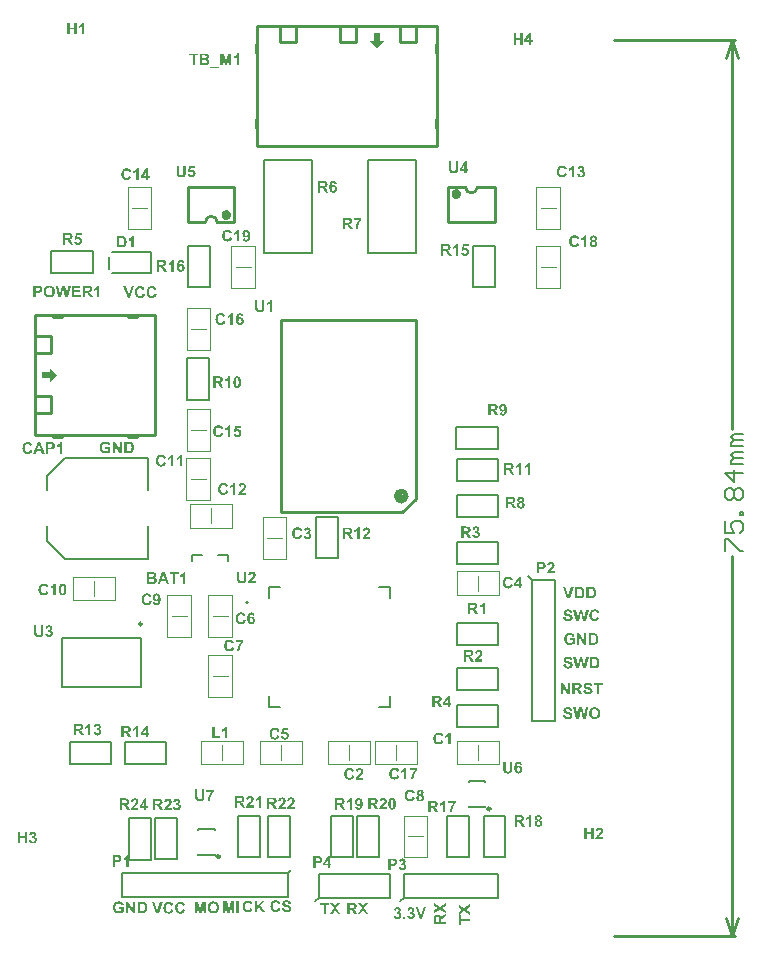
<source format=gto>
G04*
G04 #@! TF.GenerationSoftware,Altium Limited,Altium Designer,18.1.6 (161)*
G04*
G04 Layer_Color=65535*
%FSTAX24Y24*%
%MOIN*%
G70*
G01*
G75*
%ADD10C,0.0100*%
%ADD11C,0.0079*%
%ADD12C,0.0098*%
%ADD13C,0.0102*%
%ADD14C,0.0050*%
%ADD15C,0.0080*%
%ADD16C,0.0039*%
%ADD17C,0.0060*%
G36*
X02058Y03288D02*
D01*
D02*
G37*
G36*
Y03442D02*
D01*
D02*
G37*
G36*
X02065Y0381D02*
X0204Y03835D01*
Y0382D01*
X02015D01*
Y038D01*
X0204D01*
Y03785D01*
X02065Y0381D01*
D02*
G37*
G36*
X026279Y043279D02*
X026248Y043279D01*
X026189Y043303D01*
X026144Y043347D01*
X026119Y043406D01*
Y04347D01*
X026144Y043528D01*
X026189Y043573D01*
X026248Y043597D01*
X026279Y043597D01*
X026311Y043597D01*
X02637Y043573D01*
X026415Y043528D01*
X02644Y04347D01*
Y043406D01*
X026415Y043347D01*
X02637Y043303D01*
X026311Y043279D01*
X026279Y043279D01*
X026279D01*
D02*
G37*
G36*
X031315Y048998D02*
X031565Y049248D01*
X031415D01*
Y049498D01*
X031215D01*
Y049248D01*
X031065D01*
X031315Y048998D01*
D02*
G37*
G36*
X033947Y044297D02*
X033979Y044297D01*
X034038Y044273D01*
X034083Y044228D01*
X034107Y044169D01*
Y044106D01*
X034083Y044047D01*
X034038Y044002D01*
X033979Y043978D01*
X033947Y043978D01*
X033947D01*
X033915Y043978D01*
X033856Y044002D01*
X033811Y044047D01*
X033787Y044106D01*
Y044169D01*
X033811Y044228D01*
X033856Y044273D01*
X033915Y044297D01*
X033947Y044297D01*
X033947D01*
D02*
G37*
G36*
X032808Y01998D02*
X032724D01*
X032586Y020364D01*
X03267D01*
X032768Y02008D01*
X032862Y020364D01*
X032944D01*
X032808Y01998D01*
D02*
G37*
G36*
X032441Y020366D02*
X032446Y020365D01*
X032451Y020365D01*
X032457Y020364D01*
X032463Y020362D01*
X032477Y020358D01*
X032484Y020355D01*
X032492Y020351D01*
X032499Y020347D01*
X032505Y020343D01*
X032513Y020337D01*
X032519Y020331D01*
X032519Y020331D01*
X03252Y02033D01*
X032522Y020329D01*
X032523Y020326D01*
X032528Y020321D01*
X032533Y020313D01*
X032538Y020304D01*
X032542Y020292D01*
X032545Y02028D01*
X032545Y020274D01*
X032546Y020267D01*
Y020267D01*
Y020265D01*
X032545Y020262D01*
X032545Y020259D01*
X032544Y020255D01*
X032543Y02025D01*
X032542Y020244D01*
X032539Y020238D01*
X032536Y020232D01*
X032533Y020225D01*
X032528Y020219D01*
X032523Y020212D01*
X032516Y020205D01*
X032509Y020199D01*
X0325Y020193D01*
X03249Y020186D01*
X032491D01*
X032492Y020186D01*
X032494D01*
X032496Y020185D01*
X032502Y020183D01*
X032509Y02018D01*
X032518Y020175D01*
X032527Y02017D01*
X032535Y020163D01*
X032543Y020154D01*
X032544Y020153D01*
X032547Y02015D01*
X032549Y020145D01*
X032553Y020138D01*
X032557Y020129D01*
X03256Y020119D01*
X032562Y020108D01*
X032563Y020095D01*
Y020094D01*
Y020093D01*
Y02009D01*
X032563Y020087D01*
X032562Y020082D01*
X032561Y020077D01*
X03256Y020071D01*
X032559Y020065D01*
X032554Y020052D01*
X032551Y020044D01*
X032548Y020037D01*
X032543Y020029D01*
X032538Y020022D01*
X032533Y020015D01*
X032526Y020008D01*
X032525Y020008D01*
X032524Y020007D01*
X032522Y020005D01*
X032519Y020003D01*
X032515Y02D01*
X032512Y019997D01*
X032506Y019994D01*
X0325Y019991D01*
X032494Y019987D01*
X032487Y019984D01*
X032479Y019981D01*
X032472Y019978D01*
X032463Y019976D01*
X032454Y019974D01*
X032444Y019973D01*
X032434Y019973D01*
X032429D01*
X032425Y019973D01*
X032421Y019974D01*
X032416Y019974D01*
X03241Y019976D01*
X032403Y019977D01*
X03239Y01998D01*
X032376Y019986D01*
X032368Y019989D01*
X032361Y019993D01*
X032354Y019998D01*
X032347Y020003D01*
X032347Y020003D01*
X032346Y020004D01*
X032344Y020006D01*
X032342Y020008D01*
X032339Y020011D01*
X032336Y020015D01*
X032333Y020019D01*
X03233Y020024D01*
X032326Y020029D01*
X032322Y020035D01*
X032316Y020048D01*
X032311Y020064D01*
X032309Y020072D01*
X032308Y020081D01*
X032379Y02009D01*
Y020089D01*
Y020089D01*
X032379Y020085D01*
X032381Y02008D01*
X032382Y020074D01*
X032385Y020068D01*
X032388Y02006D01*
X032392Y020054D01*
X032397Y020048D01*
X032398Y020047D01*
X0324Y020045D01*
X032403Y020043D01*
X032407Y020041D01*
X032413Y020038D01*
X032419Y020036D01*
X032426Y020034D01*
X032433Y020034D01*
X032434D01*
X032437Y020034D01*
X032441Y020035D01*
X032447Y020036D01*
X032453Y020038D01*
X032459Y020041D01*
X032466Y020045D01*
X032472Y020051D01*
X032472Y020052D01*
X032474Y020054D01*
X032477Y020058D01*
X03248Y020063D01*
X032483Y02007D01*
X032485Y020078D01*
X032487Y020088D01*
X032488Y020098D01*
Y020099D01*
Y020099D01*
Y020103D01*
X032487Y020108D01*
X032486Y020114D01*
X032484Y020122D01*
X032481Y020129D01*
X032477Y020136D01*
X032472Y020143D01*
X032472Y020143D01*
X032469Y020145D01*
X032466Y020148D01*
X032462Y020151D01*
X032457Y020154D01*
X032451Y020156D01*
X032444Y020159D01*
X032436Y020159D01*
X032431D01*
X032427Y020159D01*
X032422Y020158D01*
X032416Y020157D01*
X032409Y020155D01*
X032402Y020154D01*
X03241Y020213D01*
X032415D01*
X032421Y020214D01*
X032427Y020214D01*
X032434Y020216D01*
X032442Y020218D01*
X032449Y020221D01*
X032456Y020226D01*
X032457Y020226D01*
X032459Y020229D01*
X032461Y020231D01*
X032464Y020236D01*
X032467Y020241D01*
X03247Y020247D01*
X032472Y020254D01*
X032472Y020262D01*
Y020264D01*
Y020266D01*
X032472Y020269D01*
X032471Y020274D01*
X032469Y020279D01*
X032467Y020284D01*
X032464Y020289D01*
X032461Y020294D01*
X03246Y020294D01*
X032458Y020295D01*
X032456Y020297D01*
X032452Y0203D01*
X032448Y020301D01*
X032443Y020304D01*
X032436Y020305D01*
X032429Y020305D01*
X032426D01*
X032423Y020305D01*
X032418Y020304D01*
X032413Y020302D01*
X032408Y0203D01*
X032402Y020296D01*
X032397Y020292D01*
X032397Y020291D01*
X032395Y02029D01*
X032393Y020286D01*
X03239Y020282D01*
X032387Y020277D01*
X032385Y02027D01*
X032383Y020262D01*
X032381Y020254D01*
X032313Y020265D01*
Y020265D01*
X032314Y020266D01*
Y020268D01*
X032315Y020271D01*
X032316Y020277D01*
X032318Y020285D01*
X032322Y020294D01*
X032325Y020304D01*
X03233Y020312D01*
X032335Y020321D01*
X032335Y020322D01*
X032337Y020324D01*
X032341Y020328D01*
X032345Y020333D01*
X032351Y020338D01*
X032357Y020344D01*
X032366Y020349D01*
X032374Y020354D01*
X032375D01*
X032376Y020355D01*
X032379Y020356D01*
X032384Y020358D01*
X032391Y02036D01*
X032399Y020362D01*
X032409Y020365D01*
X03242Y020366D01*
X032432Y020366D01*
X032437D01*
X032441Y020366D01*
D02*
G37*
G36*
X031993D02*
X031998Y020365D01*
X032003Y020365D01*
X032009Y020364D01*
X032015Y020362D01*
X032029Y020358D01*
X032036Y020355D01*
X032044Y020351D01*
X032051Y020347D01*
X032058Y020343D01*
X032065Y020337D01*
X032071Y020331D01*
X032071Y020331D01*
X032072Y02033D01*
X032074Y020329D01*
X032075Y020326D01*
X03208Y020321D01*
X032085Y020313D01*
X03209Y020304D01*
X032094Y020292D01*
X032097Y02028D01*
X032098Y020274D01*
X032098Y020267D01*
Y020267D01*
Y020265D01*
X032098Y020262D01*
X032097Y020259D01*
X032096Y020255D01*
X032095Y02025D01*
X032094Y020244D01*
X032091Y020238D01*
X032088Y020232D01*
X032085Y020225D01*
X03208Y020219D01*
X032075Y020212D01*
X032068Y020205D01*
X032061Y020199D01*
X032053Y020193D01*
X032043Y020186D01*
X032043D01*
X032044Y020186D01*
X032046D01*
X032048Y020185D01*
X032054Y020183D01*
X032061Y02018D01*
X03207Y020175D01*
X032079Y02017D01*
X032088Y020163D01*
X032095Y020154D01*
X032096Y020153D01*
X032099Y02015D01*
X032101Y020145D01*
X032105Y020138D01*
X032109Y020129D01*
X032112Y020119D01*
X032114Y020108D01*
X032115Y020095D01*
Y020094D01*
Y020093D01*
Y02009D01*
X032115Y020087D01*
X032114Y020082D01*
X032113Y020077D01*
X032112Y020071D01*
X032111Y020065D01*
X032106Y020052D01*
X032103Y020044D01*
X0321Y020037D01*
X032095Y020029D01*
X03209Y020022D01*
X032085Y020015D01*
X032078Y020008D01*
X032078Y020008D01*
X032076Y020007D01*
X032074Y020005D01*
X032071Y020003D01*
X032068Y02D01*
X032064Y019997D01*
X032058Y019994D01*
X032053Y019991D01*
X032046Y019987D01*
X032039Y019984D01*
X032031Y019981D01*
X032024Y019978D01*
X032015Y019976D01*
X032006Y019974D01*
X031996Y019973D01*
X031986Y019973D01*
X031981D01*
X031977Y019973D01*
X031973Y019974D01*
X031968Y019974D01*
X031962Y019976D01*
X031955Y019977D01*
X031942Y01998D01*
X031928Y019986D01*
X03192Y019989D01*
X031913Y019993D01*
X031906Y019998D01*
X031899Y020003D01*
X031899Y020003D01*
X031898Y020004D01*
X031896Y020006D01*
X031894Y020008D01*
X031891Y020011D01*
X031888Y020015D01*
X031885Y020019D01*
X031882Y020024D01*
X031878Y020029D01*
X031874Y020035D01*
X031868Y020048D01*
X031863Y020064D01*
X031861Y020072D01*
X03186Y020081D01*
X031931Y02009D01*
Y020089D01*
Y020089D01*
X031932Y020085D01*
X031933Y02008D01*
X031934Y020074D01*
X031937Y020068D01*
X03194Y02006D01*
X031944Y020054D01*
X031949Y020048D01*
X03195Y020047D01*
X031952Y020045D01*
X031955Y020043D01*
X031959Y020041D01*
X031965Y020038D01*
X031971Y020036D01*
X031978Y020034D01*
X031985Y020034D01*
X031987D01*
X031989Y020034D01*
X031993Y020035D01*
X031999Y020036D01*
X032005Y020038D01*
X032011Y020041D01*
X032018Y020045D01*
X032024Y020051D01*
X032024Y020052D01*
X032027Y020054D01*
X032029Y020058D01*
X032032Y020063D01*
X032035Y02007D01*
X032038Y020078D01*
X032039Y020088D01*
X03204Y020098D01*
Y020099D01*
Y020099D01*
Y020103D01*
X032039Y020108D01*
X032038Y020114D01*
X032036Y020122D01*
X032033Y020129D01*
X032029Y020136D01*
X032024Y020143D01*
X032024Y020143D01*
X032022Y020145D01*
X032018Y020148D01*
X032014Y020151D01*
X032009Y020154D01*
X032003Y020156D01*
X031996Y020159D01*
X031988Y020159D01*
X031983D01*
X031979Y020159D01*
X031974Y020158D01*
X031968Y020157D01*
X031962Y020155D01*
X031954Y020154D01*
X031962Y020213D01*
X031967D01*
X031973Y020214D01*
X031979Y020214D01*
X031987Y020216D01*
X031994Y020218D01*
X032002Y020221D01*
X032008Y020226D01*
X032009Y020226D01*
X032011Y020229D01*
X032013Y020231D01*
X032017Y020236D01*
X032019Y020241D01*
X032022Y020247D01*
X032024Y020254D01*
X032024Y020262D01*
Y020264D01*
Y020266D01*
X032024Y020269D01*
X032023Y020274D01*
X032022Y020279D01*
X032019Y020284D01*
X032017Y020289D01*
X032013Y020294D01*
X032012Y020294D01*
X03201Y020295D01*
X032008Y020297D01*
X032004Y0203D01*
X032Y020301D01*
X031995Y020304D01*
X031988Y020305D01*
X031982Y020305D01*
X031978D01*
X031975Y020305D01*
X03197Y020304D01*
X031965Y020302D01*
X03196Y0203D01*
X031954Y020296D01*
X031949Y020292D01*
X031949Y020291D01*
X031947Y02029D01*
X031945Y020286D01*
X031942Y020282D01*
X031939Y020277D01*
X031937Y02027D01*
X031935Y020262D01*
X031933Y020254D01*
X031866Y020265D01*
Y020265D01*
X031866Y020266D01*
Y020268D01*
X031867Y020271D01*
X031868Y020277D01*
X031871Y020285D01*
X031874Y020294D01*
X031877Y020304D01*
X031882Y020312D01*
X031887Y020321D01*
X031887Y020322D01*
X031889Y020324D01*
X031893Y020328D01*
X031897Y020333D01*
X031903Y020338D01*
X031909Y020344D01*
X031918Y020349D01*
X031927Y020354D01*
X031927D01*
X031928Y020355D01*
X031931Y020356D01*
X031937Y020358D01*
X031943Y02036D01*
X031952Y020362D01*
X031962Y020365D01*
X031972Y020366D01*
X031984Y020366D01*
X031989D01*
X031993Y020366D01*
D02*
G37*
G36*
X032251Y01998D02*
X032177D01*
Y020054D01*
X032251D01*
Y01998D01*
D02*
G37*
G36*
X030697Y024005D02*
X030701D01*
X030706Y024004D01*
X030712Y024003D01*
X030718Y024002D01*
X030725Y024D01*
X030733Y023997D01*
X030741Y023994D01*
X030748Y02399D01*
X030757Y023986D01*
X030765Y023981D01*
X030772Y023975D01*
X03078Y023968D01*
X030787Y02396D01*
X030788Y023959D01*
X030789Y023958D01*
X030791Y023955D01*
X030793Y023951D01*
X030796Y023946D01*
X0308Y02394D01*
X030803Y023933D01*
X030806Y023924D01*
X03081Y023914D01*
X030813Y023903D01*
X030816Y023891D01*
X030819Y023878D01*
X030822Y023863D01*
X030823Y023847D01*
X030824Y02383D01*
X030825Y023811D01*
Y02381D01*
Y02381D01*
Y023808D01*
Y023806D01*
Y023801D01*
X030824Y023793D01*
X030824Y023785D01*
X030823Y023775D01*
X030822Y023764D01*
X03082Y023752D01*
X030818Y02374D01*
X030816Y023727D01*
X030812Y023715D01*
X030808Y023702D01*
X030804Y02369D01*
X030798Y023679D01*
X030793Y023668D01*
X030786Y023659D01*
X030785Y023658D01*
X030784Y023656D01*
X030782Y023654D01*
X030778Y023651D01*
X030775Y023648D01*
X03077Y023644D01*
X030765Y02364D01*
X030758Y023635D01*
X030752Y023631D01*
X030744Y023627D01*
X030736Y023623D01*
X030727Y023619D01*
X030717Y023616D01*
X030707Y023614D01*
X030696Y023613D01*
X030685Y023612D01*
X03068D01*
X030677Y023613D01*
X030674D01*
X030669Y023613D01*
X030659Y023615D01*
X030647Y023618D01*
X030635Y023622D01*
X030623Y023628D01*
X030617Y023631D01*
X030612Y023636D01*
X030611Y023636D01*
X030611Y023637D01*
X030609Y023639D01*
X030607Y02364D01*
X030605Y023643D01*
X030603Y023646D01*
X0306Y02365D01*
X030597Y023654D01*
X030594Y023659D01*
X030591Y023664D01*
X030588Y02367D01*
X030585Y023676D01*
X030583Y023683D01*
X03058Y023691D01*
X030578Y023699D01*
X030576Y023707D01*
X030647Y023716D01*
Y023715D01*
X030648Y023712D01*
X030649Y023708D01*
X03065Y023704D01*
X030652Y023698D01*
X030654Y023692D01*
X030657Y023687D01*
X030661Y023683D01*
X030661Y023682D01*
X030663Y023681D01*
X030665Y02368D01*
X030669Y023678D01*
X030673Y023676D01*
X030677Y023675D01*
X030684Y023674D01*
X03069Y023673D01*
X030691D01*
X030694Y023674D01*
X030697Y023674D01*
X030703Y023676D01*
X030709Y023678D01*
X030715Y023682D01*
X030722Y023687D01*
X030728Y023694D01*
X030728Y023695D01*
X03073Y023696D01*
X030731Y023698D01*
X030732Y0237D01*
X030733Y023704D01*
X030735Y023707D01*
X030737Y023712D01*
X030738Y023718D01*
X03074Y023724D01*
X030742Y023731D01*
X030743Y023739D01*
X030745Y023748D01*
X030746Y023758D01*
X030747Y023769D01*
X030748Y023781D01*
X030748Y02378D01*
X030747Y02378D01*
X030746Y023778D01*
X030743Y023776D01*
X030741Y023773D01*
X030737Y023771D01*
X03073Y023765D01*
X03072Y023758D01*
X030707Y023753D01*
X030701Y023751D01*
X030694Y02375D01*
X030687Y023749D01*
X030679Y023748D01*
X030675D01*
X030671Y023749D01*
X030667Y02375D01*
X030663Y02375D01*
X030652Y023753D01*
X03064Y023757D01*
X030634Y02376D01*
X030627Y023763D01*
X030621Y023767D01*
X030614Y023772D01*
X030607Y023777D01*
X030601Y023783D01*
X030601Y023784D01*
X0306Y023785D01*
X030599Y023787D01*
X030596Y02379D01*
X030594Y023793D01*
X030591Y023797D01*
X030588Y023802D01*
X030585Y023808D01*
X030582Y023814D01*
X030579Y023821D01*
X030576Y023828D01*
X030574Y023837D01*
X030571Y023845D01*
X03057Y023854D01*
X030569Y023864D01*
X030569Y023874D01*
Y023875D01*
Y023877D01*
Y02388D01*
X030569Y023884D01*
X03057Y023889D01*
X03057Y023895D01*
X030571Y023902D01*
X030573Y023908D01*
X030577Y023923D01*
X03058Y023932D01*
X030583Y023939D01*
X030587Y023947D01*
X030592Y023955D01*
X030597Y023962D01*
X030603Y023969D01*
X030604Y02397D01*
X030605Y023971D01*
X030606Y023973D01*
X030609Y023975D01*
X030613Y023978D01*
X030617Y023981D01*
X030622Y023984D01*
X030627Y023988D01*
X030633Y023991D01*
X03064Y023994D01*
X030647Y023997D01*
X030655Y024D01*
X030664Y024002D01*
X030672Y024004D01*
X030681Y024005D01*
X030691Y024005D01*
X030694D01*
X030697Y024005D01*
D02*
G37*
G36*
X030464Y023619D02*
X03039D01*
Y023897D01*
X030389Y023897D01*
X030388Y023896D01*
X030386Y023894D01*
X030383Y023891D01*
X030379Y023888D01*
X030374Y023884D01*
X030369Y023881D01*
X030363Y023876D01*
X030356Y023872D01*
X030349Y023867D01*
X030341Y023862D01*
X030333Y023858D01*
X030315Y023849D01*
X030295Y023842D01*
Y023908D01*
X030296D01*
X030296Y023909D01*
X030298Y023909D01*
X0303Y02391D01*
X030306Y023913D01*
X030313Y023916D01*
X030323Y023921D01*
X030333Y023927D01*
X030345Y023934D01*
X030357Y023943D01*
X030358Y023944D01*
X030359Y023944D01*
X030361Y023946D01*
X030363Y023948D01*
X030369Y023954D01*
X030375Y023961D01*
X030383Y02397D01*
X030391Y023981D01*
X030398Y023993D01*
X030404Y024005D01*
X030464D01*
Y023619D01*
D02*
G37*
G36*
X030083Y024003D02*
X030089D01*
X030095Y024002D01*
X030102D01*
X030117Y024D01*
X030132Y023999D01*
X030146Y023996D01*
X030152Y023994D01*
X030157Y023993D01*
X030158D01*
X030159Y023992D01*
X030162Y02399D01*
X030167Y023988D01*
X030173Y023984D01*
X030181Y023979D01*
X030188Y023973D01*
X030195Y023965D01*
X030202Y023956D01*
Y023955D01*
X030202Y023954D01*
X030203Y023953D01*
X030205Y023951D01*
X030207Y023946D01*
X030211Y023938D01*
X030213Y023929D01*
X030216Y023919D01*
X030218Y023908D01*
X030219Y023896D01*
Y023895D01*
Y023894D01*
Y023891D01*
X030218Y023888D01*
Y023884D01*
X030218Y023881D01*
X030216Y023871D01*
X030213Y023859D01*
X030208Y023847D01*
X030202Y023835D01*
X030198Y02383D01*
X030193Y023824D01*
X030193Y023823D01*
X030192Y023823D01*
X030191Y023821D01*
X030188Y02382D01*
X030186Y023817D01*
X030183Y023815D01*
X030179Y023812D01*
X030175Y023809D01*
X03017Y023806D01*
X030163Y023803D01*
X030157Y0238D01*
X030151Y023797D01*
X030143Y023795D01*
X030135Y023792D01*
X030127Y02379D01*
X030117Y023788D01*
X030118D01*
X030119Y023788D01*
X030122Y023786D01*
X030126Y023783D01*
X030132Y023779D01*
X030139Y023774D01*
X030145Y023769D01*
X030152Y023763D01*
X030159Y023756D01*
X030159Y023756D01*
X030162Y023753D01*
X030165Y023748D01*
X03017Y023742D01*
X030177Y023733D01*
X03018Y023728D01*
X030184Y023722D01*
X030188Y023716D01*
X030193Y02371D01*
X030198Y023702D01*
X030203Y023694D01*
X03025Y023619D01*
X030157D01*
X030101Y023702D01*
X030101Y023703D01*
X0301Y023705D01*
X030099Y023707D01*
X030096Y02371D01*
X030094Y023713D01*
X030091Y023717D01*
X030085Y023726D01*
X030078Y023736D01*
X030071Y023745D01*
X030065Y023753D01*
X030062Y023756D01*
X03006Y023759D01*
X03006Y02376D01*
X030059Y023761D01*
X030056Y023763D01*
X030054Y023766D01*
X03005Y023768D01*
X030046Y023771D01*
X030041Y023773D01*
X030037Y023775D01*
X030036D01*
X030035Y023776D01*
X030032Y023777D01*
X030028Y023777D01*
X030022Y023778D01*
X030015Y023779D01*
X030008Y02378D01*
X029983D01*
Y023619D01*
X029905D01*
Y024003D01*
X030078D01*
X030083Y024003D01*
D02*
G37*
G36*
X031517Y024016D02*
X031522Y024015D01*
X031527Y024015D01*
X031533Y024014D01*
X03154Y024012D01*
X031554Y024009D01*
X031569Y024003D01*
X031577Y024D01*
X031583Y023996D01*
X031591Y023991D01*
X031597Y023985D01*
X031597Y023985D01*
X031598Y023984D01*
X031599Y023982D01*
X031602Y02398D01*
X031604Y023977D01*
X031607Y023973D01*
X03161Y023969D01*
X031613Y023964D01*
X031619Y023953D01*
X031624Y02394D01*
X031627Y023933D01*
X031628Y023925D01*
X031629Y023917D01*
X031629Y023909D01*
Y023907D01*
Y023904D01*
X031629Y023899D01*
X031628Y023893D01*
X031627Y023885D01*
X031625Y023877D01*
X031623Y023868D01*
X03162Y023859D01*
X031619Y023858D01*
X031618Y023855D01*
X031616Y02385D01*
X031613Y023844D01*
X031609Y023837D01*
X031604Y023829D01*
X031598Y02382D01*
X031591Y02381D01*
X03159Y02381D01*
X031588Y023807D01*
X031584Y023803D01*
X031579Y023798D01*
X031573Y023791D01*
X031564Y023782D01*
X031554Y023773D01*
X031542Y023761D01*
X031542Y02376D01*
X031541Y02376D01*
X031539Y023758D01*
X031537Y023756D01*
X031531Y02375D01*
X031523Y023744D01*
X031516Y023737D01*
X031509Y023729D01*
X031502Y023723D01*
X0315Y02372D01*
X031498Y023718D01*
X031497Y023718D01*
X031496Y023717D01*
X031495Y023714D01*
X031492Y023712D01*
X031487Y023705D01*
X031483Y023698D01*
X031629D01*
Y02363D01*
X031371D01*
Y023631D01*
Y023632D01*
X031372Y023634D01*
X031372Y023637D01*
X031373Y02364D01*
X031374Y023644D01*
X031376Y023654D01*
X031379Y023665D01*
X031384Y023677D01*
X031389Y023691D01*
X031396Y023703D01*
Y023704D01*
X031397Y023705D01*
X031398Y023707D01*
X031401Y023709D01*
X031403Y023713D01*
X031406Y023717D01*
X03141Y023722D01*
X031415Y023728D01*
X03142Y023734D01*
X031426Y023741D01*
X031432Y023749D01*
X03144Y023757D01*
X031448Y023765D01*
X031458Y023775D01*
X031468Y023785D01*
X031479Y023795D01*
X03148Y023796D01*
X031481Y023798D01*
X031483Y0238D01*
X031487Y023803D01*
X031491Y023806D01*
X031496Y023811D01*
X031506Y023821D01*
X031516Y023831D01*
X031526Y023842D01*
X03153Y023846D01*
X031534Y023851D01*
X031538Y023855D01*
X03154Y023859D01*
X031541Y02386D01*
X031542Y023863D01*
X031545Y023867D01*
X031548Y023873D01*
X031551Y02388D01*
X031553Y023888D01*
X031555Y023895D01*
X031556Y023904D01*
Y023904D01*
Y023905D01*
Y023907D01*
X031555Y023912D01*
X031554Y023918D01*
X031552Y023924D01*
X03155Y02393D01*
X031547Y023936D01*
X031542Y023942D01*
X031542Y023942D01*
X03154Y023944D01*
X031537Y023946D01*
X031533Y023949D01*
X031527Y023951D01*
X031521Y023953D01*
X031514Y023955D01*
X031506Y023955D01*
X031502D01*
X031497Y023955D01*
X031492Y023954D01*
X031486Y023952D01*
X03148Y023949D01*
X031474Y023946D01*
X031468Y023941D01*
X031468Y023941D01*
X031466Y023939D01*
X031464Y023935D01*
X031462Y02393D01*
X031459Y023924D01*
X031457Y023916D01*
X031455Y023906D01*
X031453Y023895D01*
X03138Y023903D01*
Y023903D01*
X031381Y023905D01*
Y023908D01*
X031382Y023912D01*
X031382Y023917D01*
X031384Y023923D01*
X031386Y023929D01*
X031387Y023936D01*
X031393Y02395D01*
X0314Y023965D01*
X031404Y023972D01*
X031409Y023979D01*
X031415Y023984D01*
X031421Y02399D01*
X031421Y02399D01*
X031422Y023991D01*
X031424Y023992D01*
X031427Y023994D01*
X03143Y023996D01*
X031435Y023998D01*
X031439Y024001D01*
X031445Y024003D01*
X031451Y024006D01*
X031457Y024008D01*
X031472Y024012D01*
X031489Y024015D01*
X031498Y024016D01*
X031507Y024016D01*
X031513D01*
X031517Y024016D01*
D02*
G37*
G36*
X031188Y024014D02*
X031194D01*
X0312Y024013D01*
X031208D01*
X031222Y024011D01*
X031237Y02401D01*
X031251Y024007D01*
X031257Y024005D01*
X031263Y024004D01*
X031263D01*
X031264Y024003D01*
X031267Y024001D01*
X031272Y023999D01*
X031279Y023995D01*
X031286Y02399D01*
X031293Y023984D01*
X0313Y023976D01*
X031307Y023966D01*
Y023966D01*
X031307Y023965D01*
X031309Y023964D01*
X03131Y023962D01*
X031312Y023956D01*
X031316Y023949D01*
X031319Y02394D01*
X031321Y02393D01*
X031324Y023919D01*
X031324Y023906D01*
Y023906D01*
Y023905D01*
Y023902D01*
X031324Y023899D01*
Y023895D01*
X031323Y023891D01*
X031321Y023881D01*
X031318Y02387D01*
X031314Y023858D01*
X031307Y023846D01*
X031303Y02384D01*
X031299Y023835D01*
X031298Y023834D01*
X031297Y023834D01*
X031296Y023832D01*
X031294Y02383D01*
X031291Y023828D01*
X031288Y023825D01*
X031284Y023823D01*
X03128Y02382D01*
X031275Y023816D01*
X031269Y023814D01*
X031263Y023811D01*
X031256Y023808D01*
X031248Y023805D01*
X03124Y023803D01*
X031232Y023801D01*
X031223Y023799D01*
X031223D01*
X031224Y023799D01*
X031227Y023797D01*
X031231Y023794D01*
X031237Y02379D01*
X031244Y023785D01*
X03125Y02378D01*
X031258Y023774D01*
X031264Y023767D01*
X031264Y023767D01*
X031267Y023764D01*
X03127Y023759D01*
X031275Y023753D01*
X031282Y023744D01*
X031285Y023739D01*
X031289Y023733D01*
X031294Y023727D01*
X031298Y02372D01*
X031303Y023713D01*
X031308Y023705D01*
X031355Y02363D01*
X031262D01*
X031206Y023713D01*
X031206Y023714D01*
X031205Y023715D01*
X031204Y023718D01*
X031201Y02372D01*
X031199Y023724D01*
X031196Y023728D01*
X03119Y023737D01*
X031183Y023747D01*
X031177Y023756D01*
X03117Y023764D01*
X031168Y023767D01*
X031165Y02377D01*
X031165Y02377D01*
X031164Y023772D01*
X031162Y023774D01*
X031159Y023777D01*
X031155Y023779D01*
X031151Y023782D01*
X031147Y023784D01*
X031142Y023786D01*
X031142D01*
X03114Y023787D01*
X031137Y023788D01*
X031133Y023788D01*
X031127Y023789D01*
X03112Y02379D01*
X031113Y02379D01*
X031088D01*
Y02363D01*
X03101D01*
Y024014D01*
X031183D01*
X031188Y024014D01*
D02*
G37*
G36*
X031813Y024016D02*
X031818Y024015D01*
X031823Y024014D01*
X031829Y024013D01*
X031835Y024011D01*
X031843Y024009D01*
X031849Y024006D01*
X031856Y024004D01*
X031864Y024D01*
X031871Y023995D01*
X031878Y02399D01*
X031885Y023984D01*
X031891Y023976D01*
X031891Y023976D01*
X031892Y023974D01*
X031894Y023971D01*
X031897Y023967D01*
X0319Y023962D01*
X031903Y023955D01*
X031906Y023948D01*
X03191Y023939D01*
X031913Y023929D01*
X031917Y023917D01*
X03192Y023904D01*
X031922Y02389D01*
X031925Y023874D01*
X031927Y023858D01*
X031928Y023839D01*
X031929Y023819D01*
Y023819D01*
Y023818D01*
Y023816D01*
Y023814D01*
Y023809D01*
X031928Y023801D01*
X031927Y023793D01*
X031926Y023782D01*
X031925Y023771D01*
X031924Y023759D01*
X031922Y023746D01*
X031919Y023733D01*
X031916Y02372D01*
X031912Y023707D01*
X031909Y023694D01*
X031903Y023683D01*
X031897Y023672D01*
X031891Y023662D01*
X03189Y023662D01*
X031889Y023661D01*
X031887Y023658D01*
X031885Y023656D01*
X031882Y023653D01*
X031878Y02365D01*
X031873Y023646D01*
X031868Y023643D01*
X031862Y023639D01*
X031856Y023635D01*
X031849Y023632D01*
X031841Y023629D01*
X031833Y023627D01*
X031823Y023624D01*
X031814Y023623D01*
X031804Y023623D01*
X031801D01*
X031798Y023623D01*
X031794D01*
X03179Y023624D01*
X031784Y023625D01*
X031778Y023626D01*
X031771Y023628D01*
X031764Y023631D01*
X031757Y023633D01*
X031749Y023637D01*
X031742Y023641D01*
X031734Y023646D01*
X031727Y023652D01*
X03172Y023658D01*
X031713Y023666D01*
X031713Y023666D01*
X031712Y023668D01*
X03171Y023671D01*
X031708Y023674D01*
X031705Y023679D01*
X031703Y023685D01*
X031699Y023693D01*
X031697Y023701D01*
X031693Y023711D01*
X03169Y023722D01*
X031687Y023735D01*
X031685Y023749D01*
X031683Y023764D01*
X031681Y023782D01*
X03168Y0238D01*
X031679Y02382D01*
Y02382D01*
Y023821D01*
Y023823D01*
Y023825D01*
Y02383D01*
X03168Y023838D01*
X03168Y023846D01*
X031682Y023857D01*
X031683Y023868D01*
X031684Y02388D01*
X031686Y023893D01*
X031688Y023906D01*
X031692Y023919D01*
X031695Y023932D01*
X031699Y023944D01*
X031704Y023956D01*
X03171Y023967D01*
X031717Y023976D01*
X031717Y023977D01*
X031718Y023978D01*
X03172Y02398D01*
X031723Y023982D01*
X031725Y023986D01*
X031729Y023989D01*
X031734Y023992D01*
X031739Y023996D01*
X031745Y024D01*
X031751Y024004D01*
X031759Y024007D01*
X031766Y02401D01*
X031775Y024012D01*
X031784Y024015D01*
X031794Y024016D01*
X031804Y024016D01*
X031809D01*
X031813Y024016D01*
D02*
G37*
G36*
X029737Y021824D02*
X029785D01*
Y02176D01*
X029737D01*
Y021683D01*
X029666D01*
Y02176D01*
X029509D01*
Y021824D01*
X029675Y022068D01*
X029737D01*
Y021824D01*
D02*
G37*
G36*
X029328Y022066D02*
X029342D01*
X029358Y022065D01*
X029373Y022064D01*
X02938Y022063D01*
X029386Y022063D01*
X029392Y022062D01*
X029396Y022061D01*
X029397D01*
X029398Y02206D01*
X0294Y022059D01*
X029402Y022059D01*
X029408Y022056D01*
X029416Y022053D01*
X029424Y022048D01*
X029434Y022041D01*
X029443Y022033D01*
X029451Y022023D01*
Y022022D01*
X029453Y022022D01*
X029454Y02202D01*
X029455Y022018D01*
X029457Y022015D01*
X029459Y022011D01*
X029461Y022007D01*
X029463Y022003D01*
X029467Y021992D01*
X029471Y02198D01*
X029473Y021965D01*
X029474Y021948D01*
Y021948D01*
Y021947D01*
Y021945D01*
Y021942D01*
X029474Y02194D01*
Y021936D01*
X029472Y021928D01*
X029471Y021919D01*
X029469Y021908D01*
X029465Y021898D01*
X029461Y021889D01*
X02946Y021887D01*
X029459Y021885D01*
X029456Y02188D01*
X029452Y021875D01*
X029448Y021869D01*
X029441Y021862D01*
X029435Y021856D01*
X029428Y021851D01*
X029427Y02185D01*
X029425Y021849D01*
X029421Y021846D01*
X029416Y021844D01*
X02941Y02184D01*
X029403Y021837D01*
X029396Y021835D01*
X029388Y021832D01*
X029387D01*
X029385Y021832D01*
X029383D01*
X02938Y021831D01*
X029376Y021831D01*
X029373Y02183D01*
X029368D01*
X029363Y02183D01*
X029356Y021829D01*
X02935Y021829D01*
X029343Y021828D01*
X029335D01*
X029327Y021827D01*
X029258D01*
Y021683D01*
X02918D01*
Y022067D01*
X029322D01*
X029328Y022066D01*
D02*
G37*
G36*
X026942Y031352D02*
Y031352D01*
Y031349D01*
Y031345D01*
Y031341D01*
Y031335D01*
X026942Y031329D01*
Y031322D01*
Y031314D01*
X026941Y031298D01*
X026939Y031282D01*
X026939Y031274D01*
X026938Y031267D01*
X026937Y03126D01*
X026936Y031254D01*
Y031254D01*
X026935Y031253D01*
Y031252D01*
X026934Y03125D01*
X026933Y031244D01*
X026931Y031238D01*
X026927Y03123D01*
X026923Y031222D01*
X026918Y031214D01*
X026912Y031206D01*
X026912Y031205D01*
X02691Y031203D01*
X026906Y031199D01*
X026901Y031195D01*
X026894Y03119D01*
X026886Y031185D01*
X026877Y031179D01*
X026867Y031175D01*
X026867D01*
X026866Y031174D01*
X026865Y031174D01*
X026862Y031173D01*
X02686Y031172D01*
X026856Y031171D01*
X026852Y03117D01*
X026847Y031169D01*
X026837Y031167D01*
X026824Y031165D01*
X02681Y031164D01*
X026794Y031163D01*
X026785D01*
X02678Y031164D01*
X026775D01*
X026769Y031164D01*
X026762Y031165D01*
X026749Y031166D01*
X026735Y031168D01*
X026721Y031172D01*
X026715Y031173D01*
X02671Y031176D01*
X026709D01*
X026709Y031176D01*
X026705Y031178D01*
X0267Y031181D01*
X026694Y031184D01*
X026686Y031189D01*
X026679Y031195D01*
X026671Y031202D01*
X026665Y031209D01*
X026664Y03121D01*
X026662Y031212D01*
X026659Y031217D01*
X026656Y031222D01*
X026653Y031228D01*
X026649Y031236D01*
X026646Y031243D01*
X026643Y031252D01*
Y031252D01*
X026643Y031253D01*
Y031255D01*
X026642Y031258D01*
X026641Y031261D01*
X026641Y031265D01*
X02664Y03127D01*
X02664Y031276D01*
X026639Y031283D01*
X026638Y03129D01*
X026638Y031298D01*
X026637Y031307D01*
X026636Y031316D01*
Y031327D01*
X026636Y031338D01*
Y031349D01*
Y031555D01*
X026714D01*
Y031346D01*
Y031345D01*
Y031344D01*
Y031342D01*
Y031338D01*
Y031334D01*
Y031329D01*
X026714Y031319D01*
Y031308D01*
X026715Y031298D01*
X026715Y031293D01*
Y031288D01*
X026716Y031285D01*
X026716Y031282D01*
Y03128D01*
X026717Y031278D01*
X026719Y031273D01*
X026721Y031268D01*
X026724Y031262D01*
X026729Y031256D01*
X026734Y031249D01*
X02674Y031243D01*
X026741Y031243D01*
X026743Y031241D01*
X026747Y031239D01*
X026753Y031237D01*
X026761Y031234D01*
X02677Y031232D01*
X02678Y03123D01*
X026791Y031229D01*
X026797D01*
X026802Y03123D01*
X02681Y031231D01*
X026818Y031233D01*
X026826Y031235D01*
X026834Y031238D01*
X026841Y031243D01*
X026841Y031243D01*
X026843Y031245D01*
X026846Y031248D01*
X02685Y031252D01*
X026853Y031257D01*
X026856Y031262D01*
X026859Y031268D01*
X026861Y031275D01*
Y031277D01*
X026861Y031279D01*
X026862Y031284D01*
X026863Y031291D01*
Y031295D01*
X026863Y0313D01*
Y031306D01*
X026864Y031312D01*
Y031318D01*
X026865Y031325D01*
Y031333D01*
Y031342D01*
Y031555D01*
X026942D01*
Y031352D01*
D02*
G37*
G36*
X027144Y031556D02*
X027149Y031556D01*
X027154Y031555D01*
X02716Y031554D01*
X027167Y031553D01*
X027181Y031549D01*
X027196Y031544D01*
X027204Y03154D01*
X02721Y031536D01*
X027218Y031531D01*
X027224Y031526D01*
X027224Y031525D01*
X027225Y031525D01*
X027226Y031522D01*
X027229Y03152D01*
X027231Y031517D01*
X027234Y031514D01*
X027237Y03151D01*
X02724Y031505D01*
X027246Y031494D01*
X027251Y031481D01*
X027254Y031474D01*
X027255Y031466D01*
X027256Y031458D01*
X027256Y031449D01*
Y031448D01*
Y031445D01*
X027256Y03144D01*
X027255Y031434D01*
X027254Y031426D01*
X027253Y031418D01*
X02725Y031409D01*
X027247Y0314D01*
X027246Y031399D01*
X027245Y031396D01*
X027243Y031391D01*
X02724Y031385D01*
X027236Y031378D01*
X027231Y031369D01*
X027225Y03136D01*
X027218Y031351D01*
X027217Y03135D01*
X027215Y031348D01*
X027211Y031344D01*
X027206Y031338D01*
X0272Y031332D01*
X027191Y031323D01*
X027181Y031313D01*
X027169Y031302D01*
X027169Y031301D01*
X027168Y0313D01*
X027166Y031299D01*
X027164Y031297D01*
X027158Y031291D01*
X02715Y031284D01*
X027143Y031277D01*
X027136Y03127D01*
X027129Y031264D01*
X027127Y031261D01*
X027125Y031259D01*
X027124Y031258D01*
X027123Y031257D01*
X027122Y031255D01*
X027119Y031252D01*
X027114Y031246D01*
X02711Y031239D01*
X027256D01*
Y031171D01*
X026998D01*
Y031171D01*
Y031172D01*
X026999Y031174D01*
X026999Y031177D01*
X027Y031181D01*
X027001Y031184D01*
X027003Y031194D01*
X027006Y031206D01*
X027011Y031218D01*
X027016Y031231D01*
X027023Y031244D01*
Y031244D01*
X027024Y031246D01*
X027026Y031248D01*
X027028Y03125D01*
X02703Y031254D01*
X027033Y031258D01*
X027037Y031263D01*
X027042Y031268D01*
X027047Y031275D01*
X027053Y031282D01*
X027059Y031289D01*
X027067Y031298D01*
X027075Y031306D01*
X027085Y031315D01*
X027095Y031325D01*
X027106Y031336D01*
X027107Y031337D01*
X027108Y031338D01*
X02711Y03134D01*
X027114Y031344D01*
X027118Y031347D01*
X027123Y031352D01*
X027133Y031362D01*
X027143Y031372D01*
X027153Y031383D01*
X027157Y031387D01*
X027161Y031392D01*
X027165Y031396D01*
X027167Y031399D01*
X027168Y0314D01*
X027169Y031403D01*
X027172Y031408D01*
X027175Y031414D01*
X027178Y03142D01*
X02718Y031428D01*
X027182Y031436D01*
X027183Y031444D01*
Y031445D01*
Y031445D01*
Y031448D01*
X027182Y031453D01*
X027181Y031459D01*
X027179Y031465D01*
X027177Y031471D01*
X027174Y031477D01*
X027169Y031483D01*
X027169Y031483D01*
X027167Y031485D01*
X027164Y031487D01*
X02716Y031489D01*
X027154Y031491D01*
X027148Y031494D01*
X027141Y031495D01*
X027133Y031496D01*
X027129D01*
X027124Y031495D01*
X027119Y031494D01*
X027113Y031492D01*
X027107Y03149D01*
X027101Y031486D01*
X027095Y031482D01*
X027095Y031481D01*
X027093Y031479D01*
X027091Y031476D01*
X027089Y031471D01*
X027086Y031465D01*
X027084Y031456D01*
X027082Y031447D01*
X02708Y031436D01*
X027007Y031443D01*
Y031444D01*
X027008Y031446D01*
Y031449D01*
X027009Y031453D01*
X027009Y031458D01*
X027011Y031464D01*
X027013Y03147D01*
X027014Y031477D01*
X02702Y031491D01*
X027027Y031505D01*
X027031Y031512D01*
X027036Y031519D01*
X027042Y031525D01*
X027048Y03153D01*
X027048Y031531D01*
X027049Y031531D01*
X027051Y031532D01*
X027054Y031535D01*
X027057Y031536D01*
X027062Y031539D01*
X027066Y031541D01*
X027072Y031544D01*
X027078Y031546D01*
X027084Y031549D01*
X027099Y031553D01*
X027116Y031556D01*
X027125Y031556D01*
X027134Y031557D01*
X02714D01*
X027144Y031556D01*
D02*
G37*
G36*
X024914Y031151D02*
X02484D01*
Y031429D01*
X02484Y031428D01*
X024839Y031427D01*
X024837Y031425D01*
X024833Y031422D01*
X024829Y031419D01*
X024825Y031416D01*
X024819Y031412D01*
X024813Y031407D01*
X024807Y031403D01*
X024799Y031399D01*
X024792Y031394D01*
X024783Y031389D01*
X024766Y031381D01*
X024746Y031373D01*
Y03144D01*
X024746D01*
X024747Y03144D01*
X024748Y031441D01*
X024751Y031441D01*
X024756Y031444D01*
X024764Y031447D01*
X024773Y031452D01*
X024784Y031458D01*
X024796Y031466D01*
X024808Y031475D01*
X024808Y031475D01*
X024809Y031476D01*
X024811Y031477D01*
X024813Y03148D01*
X024819Y031485D01*
X024826Y031492D01*
X024834Y031501D01*
X024842Y031512D01*
X024849Y031524D01*
X024854Y031537D01*
X024914D01*
Y031151D01*
D02*
G37*
G36*
X024692Y03147D02*
X024579D01*
Y031151D01*
X024501D01*
Y03147D01*
X024388D01*
Y031535D01*
X024692D01*
Y03147D01*
D02*
G37*
G36*
X024373Y031151D02*
X024289D01*
X024256Y031238D01*
X024102D01*
X02407Y031151D01*
X023988D01*
X024137Y031535D01*
X024219D01*
X024373Y031151D01*
D02*
G37*
G36*
X023819Y031534D02*
X02383Y031533D01*
X023841Y031533D01*
X023851Y031532D01*
X023861Y031531D01*
X023862D01*
X023865Y03153D01*
X023869Y031529D01*
X023874Y031527D01*
X02388Y031525D01*
X023887Y031522D01*
X023894Y031519D01*
X023901Y031515D01*
X023901Y031514D01*
X023904Y031512D01*
X023907Y03151D01*
X023911Y031506D01*
X023916Y031501D01*
X023921Y031496D01*
X023926Y03149D01*
X02393Y031482D01*
X023931Y031481D01*
X023932Y031479D01*
X023934Y031475D01*
X023936Y031469D01*
X023939Y031462D01*
X023941Y031455D01*
X023942Y031446D01*
X023942Y031437D01*
Y031437D01*
Y031436D01*
Y031433D01*
X023942Y031428D01*
X023941Y031421D01*
X023939Y031414D01*
X023936Y031405D01*
X023932Y031397D01*
X023927Y031388D01*
X023927Y031387D01*
X023925Y031384D01*
X023921Y03138D01*
X023918Y031375D01*
X023912Y03137D01*
X023905Y031364D01*
X023898Y031359D01*
X023889Y031354D01*
X023889D01*
X02389Y031354D01*
X023892Y031353D01*
X023894Y031353D01*
X023901Y03135D01*
X023909Y031346D01*
X023917Y031341D01*
X023926Y031335D01*
X023935Y031328D01*
X023942Y031319D01*
X023943Y031318D01*
X023945Y031315D01*
X023949Y03131D01*
X023952Y031303D01*
X023955Y031294D01*
X023959Y031285D01*
X023961Y031274D01*
X023961Y031262D01*
Y031261D01*
Y03126D01*
Y031257D01*
X023961Y031252D01*
X02396Y031245D01*
X023959Y031238D01*
X023956Y031229D01*
X023953Y03122D01*
X023949Y03121D01*
X023949Y031209D01*
X023947Y031207D01*
X023944Y031202D01*
X02394Y031197D01*
X023936Y03119D01*
X02393Y031184D01*
X023924Y031177D01*
X023916Y031171D01*
X023915Y03117D01*
X023912Y031169D01*
X023908Y031166D01*
X023901Y031163D01*
X023894Y03116D01*
X023885Y031157D01*
X023875Y031154D01*
X023864Y031153D01*
X023861D01*
X023859Y031152D01*
X023854D01*
X02385Y031152D01*
X023839D01*
X023833Y031151D01*
X023816D01*
X023807Y031151D01*
X02364D01*
Y031535D01*
X023809D01*
X023819Y031534D01*
D02*
G37*
G36*
X033371Y026191D02*
X033377Y02619D01*
X033384Y026189D01*
X033391Y026188D01*
X0334Y026186D01*
X033409Y026184D01*
X033418Y026181D01*
X033428Y026178D01*
X033438Y026174D01*
X033447Y026169D01*
X033456Y026164D01*
X033465Y026157D01*
X033474Y02615D01*
X033474D01*
X033475Y026149D01*
X033476Y026147D01*
X033478Y026145D01*
X03348Y026142D01*
X033482Y026139D01*
X033489Y026131D01*
X033495Y026121D01*
X033501Y026109D01*
X033507Y026095D01*
X033513Y026079D01*
X033436Y026061D01*
Y026061D01*
X033436Y026062D01*
Y026064D01*
X033435Y026066D01*
X033433Y026071D01*
X03343Y026077D01*
X033426Y026085D01*
X033421Y026093D01*
X033415Y026101D01*
X033408Y026107D01*
X033406Y026108D01*
X033404Y02611D01*
X033399Y026113D01*
X033393Y026116D01*
X033385Y02612D01*
X033376Y026122D01*
X033366Y026125D01*
X033355Y026125D01*
X033351D01*
X033348Y026125D01*
X033345Y026124D01*
X03334Y026124D01*
X033331Y026121D01*
X03332Y026117D01*
X033308Y026112D01*
X033302Y026109D01*
X033297Y026105D01*
X033291Y0261D01*
X033286Y026094D01*
Y026094D01*
X033285Y026092D01*
X033284Y026091D01*
X033282Y026088D01*
X03328Y026085D01*
X033278Y026081D01*
X033275Y026076D01*
X033273Y02607D01*
X03327Y026064D01*
X033268Y026056D01*
X033266Y026048D01*
X033264Y026039D01*
X033262Y026029D01*
X033261Y026019D01*
X03326Y026007D01*
X03326Y025994D01*
Y025994D01*
Y025991D01*
Y025987D01*
X03326Y025983D01*
Y025976D01*
X033262Y025969D01*
X033262Y025962D01*
X033263Y025954D01*
X033267Y025937D01*
X033271Y025919D01*
X033274Y025911D01*
X033278Y025903D01*
X033282Y025896D01*
X033286Y02589D01*
X033287Y025889D01*
X033287Y025889D01*
X033289Y025887D01*
X033291Y025885D01*
X033297Y02588D01*
X033304Y025875D01*
X033314Y025869D01*
X033325Y025864D01*
X033339Y025861D01*
X033346Y02586D01*
X033354Y025859D01*
X033356D01*
X033359Y02586D01*
X033365Y025861D01*
X033372Y025862D01*
X03338Y025864D01*
X033389Y025868D01*
X033398Y025872D01*
X033406Y025879D01*
X033408Y02588D01*
X03341Y025883D01*
X033414Y025887D01*
X033419Y025894D01*
X033424Y025903D01*
X033429Y025913D01*
X033434Y025926D01*
X033439Y025941D01*
X033514Y025918D01*
Y025917D01*
X033514Y025915D01*
X033512Y025912D01*
X033511Y025907D01*
X033509Y025902D01*
X033506Y025896D01*
X033504Y025889D01*
X0335Y025882D01*
X033492Y025867D01*
X033482Y025852D01*
X03347Y025837D01*
X033464Y02583D01*
X033456Y025824D01*
X033456Y025823D01*
X033455Y025823D01*
X033453Y025821D01*
X033449Y025819D01*
X033445Y025817D01*
X03344Y025814D01*
X033435Y025812D01*
X033429Y025809D01*
X033421Y025806D01*
X033414Y025803D01*
X033405Y025801D01*
X033396Y025798D01*
X033387Y025796D01*
X033376Y025794D01*
X033366Y025794D01*
X033354Y025793D01*
X033351D01*
X033347Y025794D01*
X033342Y025794D01*
X033335Y025795D01*
X033328Y025796D01*
X033319Y025798D01*
X03331Y0258D01*
X0333Y025803D01*
X03329Y025806D01*
X03328Y025811D01*
X033269Y025816D01*
X033259Y025821D01*
X033248Y025828D01*
X033238Y025836D01*
X033229Y025846D01*
X033228Y025846D01*
X033227Y025848D01*
X033224Y025851D01*
X033221Y025855D01*
X033218Y025861D01*
X033213Y025867D01*
X033209Y025874D01*
X033204Y025883D01*
X0332Y025893D01*
X033196Y025903D01*
X033191Y025915D01*
X033188Y025928D01*
X033184Y025942D01*
X033182Y025957D01*
X033181Y025972D01*
X03318Y025989D01*
Y025989D01*
Y02599D01*
Y025993D01*
X033181Y025998D01*
Y026005D01*
X033182Y026013D01*
X033183Y026022D01*
X033184Y026032D01*
X033186Y026044D01*
X033189Y026055D01*
X033192Y026068D01*
X033196Y02608D01*
X033201Y026092D01*
X033207Y026105D01*
X033213Y026116D01*
X033221Y026127D01*
X033229Y026138D01*
X03323Y026139D01*
X033232Y02614D01*
X033234Y026143D01*
X033238Y026146D01*
X033243Y02615D01*
X033249Y026155D01*
X033256Y02616D01*
X033264Y026165D01*
X033273Y02617D01*
X033283Y026175D01*
X033294Y026179D01*
X033305Y026183D01*
X033318Y026186D01*
X03333Y026189D01*
X033345Y026191D01*
X033359Y026191D01*
X033366D01*
X033371Y026191D01*
D02*
G37*
G36*
X033753Y0258D02*
X033679D01*
Y026078D01*
X033678Y026077D01*
X033677Y026076D01*
X033675Y026075D01*
X033672Y026072D01*
X033668Y026069D01*
X033663Y026065D01*
X033658Y026061D01*
X033652Y026057D01*
X033645Y026053D01*
X033638Y026048D01*
X03363Y026043D01*
X033622Y026039D01*
X033604Y02603D01*
X033584Y026023D01*
Y026089D01*
X033585D01*
X033585Y02609D01*
X033587Y02609D01*
X033589Y026091D01*
X033595Y026094D01*
X033602Y026097D01*
X033612Y026101D01*
X033622Y026107D01*
X033634Y026115D01*
X033646Y026124D01*
X033647Y026125D01*
X033648Y026125D01*
X03365Y026127D01*
X033652Y026129D01*
X033658Y026135D01*
X033665Y026142D01*
X033672Y026151D01*
X03368Y026162D01*
X033687Y026174D01*
X033693Y026186D01*
X033753D01*
Y0258D01*
D02*
G37*
G36*
X030401Y025011D02*
X030407Y02501D01*
X030414Y025009D01*
X030421Y025008D01*
X03043Y025006D01*
X030439Y025004D01*
X030448Y025001D01*
X030458Y024998D01*
X030468Y024994D01*
X030477Y024989D01*
X030486Y024984D01*
X030495Y024977D01*
X030504Y02497D01*
X030504D01*
X030505Y024969D01*
X030506Y024967D01*
X030508Y024965D01*
X03051Y024962D01*
X030512Y024959D01*
X030519Y024951D01*
X030525Y024941D01*
X030531Y024929D01*
X030537Y024915D01*
X030543Y024899D01*
X030466Y024881D01*
Y024881D01*
X030466Y024882D01*
Y024884D01*
X030465Y024886D01*
X030463Y024891D01*
X03046Y024897D01*
X030456Y024905D01*
X030451Y024913D01*
X030445Y024921D01*
X030438Y024927D01*
X030436Y024928D01*
X030434Y02493D01*
X030429Y024933D01*
X030423Y024936D01*
X030415Y02494D01*
X030406Y024942D01*
X030396Y024945D01*
X030385Y024945D01*
X030381D01*
X030378Y024945D01*
X030375Y024944D01*
X03037Y024944D01*
X030361Y024941D01*
X03035Y024937D01*
X030338Y024932D01*
X030332Y024929D01*
X030327Y024925D01*
X030321Y02492D01*
X030316Y024914D01*
Y024914D01*
X030315Y024912D01*
X030314Y024911D01*
X030312Y024908D01*
X03031Y024905D01*
X030308Y024901D01*
X030305Y024896D01*
X030303Y02489D01*
X0303Y024884D01*
X030298Y024876D01*
X030296Y024868D01*
X030294Y024859D01*
X030292Y024849D01*
X030291Y024839D01*
X03029Y024827D01*
X03029Y024814D01*
Y024814D01*
Y024811D01*
Y024807D01*
X03029Y024803D01*
Y024796D01*
X030292Y024789D01*
X030292Y024782D01*
X030293Y024774D01*
X030297Y024757D01*
X030301Y024739D01*
X030304Y024731D01*
X030308Y024723D01*
X030312Y024716D01*
X030316Y02471D01*
X030317Y024709D01*
X030317Y024709D01*
X030319Y024707D01*
X030321Y024705D01*
X030327Y0247D01*
X030334Y024695D01*
X030344Y024689D01*
X030355Y024684D01*
X030369Y024681D01*
X030376Y02468D01*
X030384Y024679D01*
X030386D01*
X030389Y02468D01*
X030395Y024681D01*
X030402Y024682D01*
X03041Y024684D01*
X030419Y024688D01*
X030428Y024692D01*
X030436Y024699D01*
X030438Y0247D01*
X03044Y024703D01*
X030444Y024707D01*
X030449Y024714D01*
X030454Y024723D01*
X030459Y024733D01*
X030464Y024746D01*
X030469Y024761D01*
X030544Y024738D01*
Y024737D01*
X030544Y024735D01*
X030542Y024732D01*
X030541Y024727D01*
X030539Y024722D01*
X030536Y024716D01*
X030534Y024709D01*
X03053Y024702D01*
X030522Y024687D01*
X030512Y024672D01*
X0305Y024657D01*
X030494Y02465D01*
X030486Y024644D01*
X030486Y024643D01*
X030485Y024643D01*
X030483Y024641D01*
X030479Y024639D01*
X030475Y024637D01*
X03047Y024634D01*
X030465Y024632D01*
X030459Y024629D01*
X030451Y024626D01*
X030444Y024623D01*
X030435Y024621D01*
X030426Y024618D01*
X030417Y024616D01*
X030406Y024614D01*
X030396Y024614D01*
X030384Y024613D01*
X030381D01*
X030377Y024614D01*
X030372Y024614D01*
X030365Y024615D01*
X030358Y024616D01*
X030349Y024618D01*
X03034Y02462D01*
X03033Y024623D01*
X03032Y024626D01*
X03031Y024631D01*
X030299Y024636D01*
X030289Y024641D01*
X030278Y024648D01*
X030268Y024656D01*
X030259Y024666D01*
X030258Y024666D01*
X030257Y024668D01*
X030254Y024671D01*
X030251Y024675D01*
X030248Y024681D01*
X030243Y024687D01*
X030239Y024694D01*
X030234Y024703D01*
X03023Y024713D01*
X030226Y024723D01*
X030221Y024735D01*
X030218Y024748D01*
X030214Y024762D01*
X030212Y024777D01*
X030211Y024792D01*
X03021Y024809D01*
Y024809D01*
Y02481D01*
Y024813D01*
X030211Y024818D01*
Y024825D01*
X030212Y024833D01*
X030213Y024842D01*
X030214Y024852D01*
X030216Y024864D01*
X030219Y024875D01*
X030222Y024888D01*
X030226Y0249D01*
X030231Y024912D01*
X030237Y024925D01*
X030243Y024936D01*
X030251Y024947D01*
X030259Y024958D01*
X03026Y024959D01*
X030262Y02496D01*
X030264Y024963D01*
X030268Y024966D01*
X030273Y02497D01*
X030279Y024975D01*
X030286Y02498D01*
X030294Y024985D01*
X030303Y02499D01*
X030313Y024995D01*
X030324Y024999D01*
X030335Y025003D01*
X030348Y025006D01*
X03036Y025009D01*
X030375Y025011D01*
X030389Y025011D01*
X030396D01*
X030401Y025011D01*
D02*
G37*
G36*
X030731Y025006D02*
X030736Y025005D01*
X030741Y025005D01*
X030747Y025004D01*
X030754Y025002D01*
X030768Y024999D01*
X030783Y024993D01*
X030791Y02499D01*
X030797Y024986D01*
X030804Y024981D01*
X030811Y024975D01*
X030811Y024975D01*
X030812Y024974D01*
X030813Y024972D01*
X030815Y02497D01*
X030818Y024967D01*
X030821Y024963D01*
X030824Y024959D01*
X030827Y024954D01*
X030833Y024943D01*
X030838Y02493D01*
X03084Y024923D01*
X030842Y024915D01*
X030843Y024907D01*
X030843Y024899D01*
Y024897D01*
Y024894D01*
X030843Y024889D01*
X030842Y024883D01*
X030841Y024875D01*
X030839Y024867D01*
X030837Y024858D01*
X030834Y024849D01*
X030833Y024848D01*
X030832Y024845D01*
X03083Y02484D01*
X030827Y024834D01*
X030823Y024827D01*
X030818Y024819D01*
X030812Y02481D01*
X030804Y0248D01*
X030804Y0248D01*
X030802Y024797D01*
X030798Y024793D01*
X030793Y024788D01*
X030787Y024781D01*
X030778Y024772D01*
X030768Y024763D01*
X030756Y024751D01*
X030756Y02475D01*
X030754Y02475D01*
X030753Y024748D01*
X030751Y024746D01*
X030744Y02474D01*
X030737Y024734D01*
X03073Y024727D01*
X030723Y024719D01*
X030716Y024713D01*
X030714Y02471D01*
X030712Y024708D01*
X030711Y024708D01*
X03071Y024707D01*
X030708Y024704D01*
X030706Y024702D01*
X030701Y024695D01*
X030697Y024688D01*
X030843D01*
Y02462D01*
X030585D01*
Y024621D01*
Y024622D01*
X030586Y024624D01*
X030586Y024627D01*
X030587Y02463D01*
X030587Y024634D01*
X03059Y024644D01*
X030593Y024655D01*
X030597Y024667D01*
X030603Y024681D01*
X03061Y024693D01*
Y024694D01*
X030611Y024695D01*
X030612Y024697D01*
X030615Y024699D01*
X030617Y024703D01*
X03062Y024707D01*
X030624Y024712D01*
X030628Y024718D01*
X030633Y024724D01*
X03064Y024731D01*
X030646Y024739D01*
X030654Y024747D01*
X030662Y024755D01*
X030672Y024765D01*
X030682Y024775D01*
X030693Y024785D01*
X030693Y024786D01*
X030695Y024788D01*
X030697Y02479D01*
X030701Y024793D01*
X030705Y024796D01*
X03071Y024801D01*
X030719Y024811D01*
X030729Y024821D01*
X030739Y024832D01*
X030744Y024836D01*
X030748Y024841D01*
X030752Y024845D01*
X030754Y024849D01*
X030754Y02485D01*
X030756Y024853D01*
X030759Y024857D01*
X030762Y024863D01*
X030764Y02487D01*
X030767Y024878D01*
X030769Y024885D01*
X030769Y024894D01*
Y024894D01*
Y024895D01*
Y024897D01*
X030769Y024902D01*
X030768Y024908D01*
X030766Y024914D01*
X030764Y02492D01*
X030761Y024926D01*
X030756Y024932D01*
X030756Y024932D01*
X030754Y024934D01*
X030751Y024936D01*
X030747Y024939D01*
X030741Y024941D01*
X030735Y024943D01*
X030728Y024945D01*
X030719Y024945D01*
X030716D01*
X030711Y024945D01*
X030706Y024944D01*
X0307Y024942D01*
X030694Y024939D01*
X030688Y024936D01*
X030682Y024931D01*
X030682Y024931D01*
X03068Y024929D01*
X030678Y024925D01*
X030676Y02492D01*
X030673Y024914D01*
X030671Y024906D01*
X030668Y024896D01*
X030667Y024885D01*
X030594Y024893D01*
Y024893D01*
X030595Y024895D01*
Y024898D01*
X030596Y024902D01*
X030596Y024907D01*
X030598Y024913D01*
X0306Y024919D01*
X030601Y024926D01*
X030607Y02494D01*
X030613Y024955D01*
X030618Y024962D01*
X030623Y024969D01*
X030628Y024974D01*
X030635Y02498D01*
X030635Y02498D01*
X030636Y024981D01*
X030638Y024982D01*
X030641Y024984D01*
X030644Y024986D01*
X030648Y024988D01*
X030653Y024991D01*
X030658Y024993D01*
X030665Y024996D01*
X030671Y024998D01*
X030686Y025002D01*
X030703Y025005D01*
X030712Y025006D01*
X030721Y025006D01*
X030727D01*
X030731Y025006D01*
D02*
G37*
G36*
X028664Y033031D02*
X02867Y03303D01*
X028677Y033029D01*
X028685Y033028D01*
X028693Y033026D01*
X028702Y033024D01*
X028712Y033021D01*
X028721Y033018D01*
X028731Y033014D01*
X02874Y033009D01*
X028749Y033004D01*
X028759Y032997D01*
X028767Y03299D01*
X028768D01*
X028768Y032989D01*
X02877Y032987D01*
X028771Y032985D01*
X028774Y032982D01*
X028776Y032979D01*
X028782Y032971D01*
X028788Y032961D01*
X028795Y032949D01*
X028801Y032935D01*
X028806Y032919D01*
X02873Y032901D01*
Y032901D01*
X028729Y032902D01*
Y032904D01*
X028728Y032906D01*
X028727Y032911D01*
X028724Y032917D01*
X02872Y032925D01*
X028715Y032933D01*
X028708Y032941D01*
X028701Y032947D01*
X0287Y032948D01*
X028697Y03295D01*
X028693Y032953D01*
X028687Y032956D01*
X028679Y03296D01*
X02867Y032962D01*
X02866Y032965D01*
X028649Y032965D01*
X028645D01*
X028642Y032965D01*
X028638Y032964D01*
X028634Y032964D01*
X028624Y032961D01*
X028613Y032957D01*
X028602Y032952D01*
X028596Y032949D01*
X02859Y032945D01*
X028584Y03294D01*
X028579Y032934D01*
Y032934D01*
X028578Y032932D01*
X028577Y032931D01*
X028576Y032928D01*
X028573Y032925D01*
X028571Y032921D01*
X028569Y032916D01*
X028567Y03291D01*
X028564Y032904D01*
X028562Y032896D01*
X028559Y032888D01*
X028557Y032879D01*
X028556Y032869D01*
X028554Y032859D01*
X028554Y032847D01*
X028553Y032834D01*
Y032834D01*
Y032831D01*
Y032827D01*
X028554Y032823D01*
Y032816D01*
X028555Y032809D01*
X028556Y032802D01*
X028557Y032794D01*
X02856Y032777D01*
X028564Y032759D01*
X028567Y032751D01*
X028571Y032743D01*
X028575Y032736D01*
X028579Y03273D01*
X02858Y032729D01*
X028581Y032729D01*
X028582Y032727D01*
X028584Y032725D01*
X02859Y03272D01*
X028598Y032715D01*
X028607Y032709D01*
X028619Y032704D01*
X028632Y032701D01*
X028639Y0327D01*
X028647Y032699D01*
X02865D01*
X028652Y0327D01*
X028658Y032701D01*
X028665Y032702D01*
X028673Y032704D01*
X028682Y032708D01*
X028691Y032712D01*
X0287Y032719D01*
X028701Y03272D01*
X028704Y032723D01*
X028708Y032727D01*
X028712Y032734D01*
X028718Y032743D01*
X028723Y032753D01*
X028728Y032766D01*
X028732Y032781D01*
X028808Y032758D01*
Y032757D01*
X028807Y032755D01*
X028806Y032752D01*
X028804Y032747D01*
X028802Y032742D01*
X0288Y032736D01*
X028797Y032729D01*
X028794Y032722D01*
X028786Y032707D01*
X028776Y032692D01*
X028764Y032677D01*
X028757Y03267D01*
X02875Y032664D01*
X028749Y032663D01*
X028748Y032663D01*
X028746Y032661D01*
X028743Y032659D01*
X028739Y032657D01*
X028734Y032654D01*
X028728Y032652D01*
X028722Y032649D01*
X028715Y032646D01*
X028707Y032643D01*
X028699Y032641D01*
X02869Y032638D01*
X02868Y032636D01*
X02867Y032634D01*
X028659Y032634D01*
X028648Y032633D01*
X028644D01*
X02864Y032634D01*
X028635Y032634D01*
X028629Y032635D01*
X028621Y032636D01*
X028613Y032638D01*
X028603Y03264D01*
X028594Y032643D01*
X028584Y032646D01*
X028573Y032651D01*
X028563Y032656D01*
X028552Y032661D01*
X028542Y032668D01*
X028532Y032676D01*
X028522Y032686D01*
X028522Y032686D01*
X02852Y032688D01*
X028518Y032691D01*
X028515Y032695D01*
X028511Y032701D01*
X028507Y032707D01*
X028502Y032714D01*
X028498Y032723D01*
X028493Y032733D01*
X028489Y032743D01*
X028485Y032755D01*
X028481Y032768D01*
X028478Y032782D01*
X028476Y032797D01*
X028474Y032812D01*
X028473Y032829D01*
Y032829D01*
Y03283D01*
Y032833D01*
X028474Y032838D01*
Y032845D01*
X028475Y032853D01*
X028476Y032862D01*
X028477Y032872D01*
X02848Y032884D01*
X028482Y032895D01*
X028486Y032908D01*
X02849Y03292D01*
X028495Y032932D01*
X0285Y032945D01*
X028507Y032956D01*
X028514Y032967D01*
X028523Y032978D01*
X028523Y032979D01*
X028525Y03298D01*
X028528Y032983D01*
X028532Y032986D01*
X028537Y03299D01*
X028543Y032995D01*
X028549Y033D01*
X028558Y033005D01*
X028567Y03301D01*
X028576Y033015D01*
X028587Y033019D01*
X028598Y033023D01*
X028611Y033026D01*
X028624Y033029D01*
X028638Y033031D01*
X028653Y033031D01*
X028659D01*
X028664Y033031D01*
D02*
G37*
G36*
X028988Y033026D02*
X028993Y033025D01*
X028998Y033025D01*
X029004Y033024D01*
X02901Y033022D01*
X029024Y033018D01*
X029031Y033015D01*
X029039Y033011D01*
X029046Y033007D01*
X029053Y033003D01*
X02906Y032997D01*
X029066Y032991D01*
X029067Y032991D01*
X029067Y03299D01*
X029069Y032989D01*
X029071Y032986D01*
X029075Y032981D01*
X02908Y032973D01*
X029085Y032964D01*
X029089Y032952D01*
X029092Y03294D01*
X029093Y032934D01*
X029093Y032927D01*
Y032927D01*
Y032925D01*
X029093Y032922D01*
X029092Y032919D01*
X029092Y032915D01*
X029091Y03291D01*
X029089Y032904D01*
X029087Y032898D01*
X029083Y032892D01*
X02908Y032885D01*
X029076Y032879D01*
X02907Y032872D01*
X029063Y032865D01*
X029056Y032859D01*
X029048Y032853D01*
X029038Y032846D01*
X029038D01*
X02904Y032846D01*
X029041D01*
X029043Y032845D01*
X02905Y032843D01*
X029057Y03284D01*
X029065Y032835D01*
X029074Y03283D01*
X029083Y032823D01*
X029091Y032814D01*
X029092Y032813D01*
X029094Y03281D01*
X029097Y032805D01*
X029101Y032798D01*
X029104Y032789D01*
X029107Y032779D01*
X029109Y032768D01*
X029111Y032755D01*
Y032754D01*
Y032753D01*
Y03275D01*
X02911Y032747D01*
X029109Y032742D01*
X029108Y032737D01*
X029107Y032731D01*
X029106Y032725D01*
X029102Y032712D01*
X029098Y032704D01*
X029095Y032697D01*
X029091Y032689D01*
X029086Y032682D01*
X02908Y032675D01*
X029073Y032668D01*
X029073Y032668D01*
X029072Y032667D01*
X02907Y032665D01*
X029067Y032663D01*
X029063Y03266D01*
X029059Y032657D01*
X029053Y032654D01*
X029048Y032651D01*
X029042Y032647D01*
X029035Y032644D01*
X029027Y032641D01*
X029019Y032638D01*
X02901Y032636D01*
X029001Y032634D01*
X028991Y032633D01*
X028981Y032633D01*
X028976D01*
X028972Y032633D01*
X028968Y032634D01*
X028963Y032634D01*
X028957Y032636D01*
X028951Y032637D01*
X028937Y03264D01*
X028923Y032646D01*
X028915Y032649D01*
X028909Y032653D01*
X028901Y032658D01*
X028895Y032663D01*
X028894Y032663D01*
X028893Y032664D01*
X028891Y032666D01*
X028889Y032668D01*
X028886Y032671D01*
X028884Y032675D01*
X02888Y032679D01*
X028877Y032684D01*
X028874Y032689D01*
X02887Y032695D01*
X028864Y032708D01*
X028859Y032724D01*
X028856Y032732D01*
X028855Y032741D01*
X028926Y03275D01*
Y032749D01*
Y032749D01*
X028927Y032745D01*
X028928Y03274D01*
X02893Y032734D01*
X028932Y032728D01*
X028935Y03272D01*
X02894Y032714D01*
X028945Y032708D01*
X028945Y032707D01*
X028947Y032705D01*
X028951Y032703D01*
X028955Y032701D01*
X02896Y032698D01*
X028966Y032696D01*
X028973Y032694D01*
X028981Y032694D01*
X028982D01*
X028985Y032694D01*
X028988Y032695D01*
X028994Y032696D01*
X029Y032698D01*
X029006Y032701D01*
X029013Y032705D01*
X029019Y032711D01*
X02902Y032712D01*
X029022Y032714D01*
X029024Y032718D01*
X029027Y032723D01*
X02903Y03273D01*
X029033Y032738D01*
X029035Y032748D01*
X029035Y032758D01*
Y032759D01*
Y032759D01*
Y032763D01*
X029035Y032768D01*
X029033Y032774D01*
X029031Y032782D01*
X029028Y032789D01*
X029025Y032796D01*
X02902Y032803D01*
X029019Y032803D01*
X029017Y032805D01*
X029013Y032808D01*
X02901Y032811D01*
X029004Y032814D01*
X028998Y032816D01*
X028991Y032819D01*
X028983Y032819D01*
X028978D01*
X028974Y032819D01*
X028969Y032818D01*
X028963Y032817D01*
X028957Y032815D01*
X02895Y032814D01*
X028957Y032873D01*
X028962D01*
X028968Y032874D01*
X028975Y032874D01*
X028982Y032876D01*
X02899Y032878D01*
X028997Y032881D01*
X029003Y032886D01*
X029004Y032886D01*
X029006Y032889D01*
X029008Y032891D01*
X029012Y032896D01*
X029015Y032901D01*
X029017Y032907D01*
X029019Y032914D01*
X02902Y032922D01*
Y032924D01*
Y032926D01*
X029019Y032929D01*
X029018Y032934D01*
X029017Y032939D01*
X029015Y032944D01*
X029012Y032949D01*
X029008Y032954D01*
X029007Y032954D01*
X029006Y032955D01*
X029003Y032957D01*
X029Y03296D01*
X028995Y032961D01*
X02899Y032964D01*
X028983Y032965D01*
X028977Y032965D01*
X028974D01*
X02897Y032965D01*
X028966Y032964D01*
X028961Y032962D01*
X028955Y03296D01*
X02895Y032956D01*
X028945Y032952D01*
X028944Y032951D01*
X028942Y03295D01*
X02894Y032946D01*
X028937Y032942D01*
X028935Y032937D01*
X028932Y03293D01*
X02893Y032922D01*
X028929Y032914D01*
X028861Y032925D01*
Y032925D01*
X028861Y032926D01*
Y032928D01*
X028862Y032931D01*
X028864Y032937D01*
X028866Y032945D01*
X028869Y032954D01*
X028872Y032964D01*
X028877Y032972D01*
X028882Y032981D01*
X028882Y032982D01*
X028885Y032984D01*
X028888Y032988D01*
X028892Y032993D01*
X028898Y032998D01*
X028905Y033004D01*
X028913Y033009D01*
X028922Y033014D01*
X028922D01*
X028923Y033015D01*
X028926Y033016D01*
X028932Y033018D01*
X028939Y03302D01*
X028947Y033022D01*
X028957Y033025D01*
X028967Y033026D01*
X028979Y033026D01*
X028984D01*
X028988Y033026D01*
D02*
G37*
G36*
X035691Y031388D02*
X035697Y031387D01*
X035704Y031386D01*
X035711Y031385D01*
X03572Y031384D01*
X035729Y031381D01*
X035738Y031379D01*
X035747Y031375D01*
X035757Y031371D01*
X035767Y031366D01*
X035776Y031361D01*
X035785Y031354D01*
X035793Y031347D01*
X035794D01*
X035795Y031346D01*
X035796Y031344D01*
X035798Y031343D01*
X0358Y03134D01*
X035802Y031336D01*
X035808Y031329D01*
X035815Y031319D01*
X035821Y031306D01*
X035827Y031293D01*
X035833Y031276D01*
X035756Y031258D01*
Y031259D01*
X035756Y031259D01*
Y031261D01*
X035755Y031263D01*
X035753Y031268D01*
X03575Y031275D01*
X035746Y031283D01*
X035741Y03129D01*
X035735Y031298D01*
X035727Y031305D01*
X035726Y031305D01*
X035724Y031308D01*
X035719Y03131D01*
X035713Y031314D01*
X035705Y031317D01*
X035696Y03132D01*
X035686Y031322D01*
X035675Y031323D01*
X035671D01*
X035668Y031322D01*
X035665Y031321D01*
X03566Y031321D01*
X035651Y031319D01*
X03564Y031315D01*
X035628Y031309D01*
X035622Y031306D01*
X035616Y031302D01*
X035611Y031297D01*
X035606Y031291D01*
Y031291D01*
X035605Y03129D01*
X035604Y031288D01*
X035602Y031285D01*
X0356Y031282D01*
X035598Y031278D01*
X035595Y031273D01*
X035593Y031268D01*
X03559Y031261D01*
X035588Y031254D01*
X035586Y031245D01*
X035584Y031237D01*
X035582Y031227D01*
X035581Y031216D01*
X03558Y031204D01*
X03558Y031192D01*
Y031191D01*
Y031188D01*
Y031184D01*
X03558Y03118D01*
Y031174D01*
X035581Y031167D01*
X035582Y031159D01*
X035583Y031151D01*
X035586Y031134D01*
X035591Y031117D01*
X035594Y031108D01*
X035598Y031101D01*
X035601Y031093D01*
X035606Y031087D01*
X035606Y031087D01*
X035607Y031086D01*
X035609Y031084D01*
X035611Y031082D01*
X035616Y031078D01*
X035624Y031072D01*
X035634Y031066D01*
X035645Y031062D01*
X035659Y031058D01*
X035666Y031057D01*
X035674Y031057D01*
X035676D01*
X035679Y031057D01*
X035685Y031058D01*
X035692Y031059D01*
X0357Y031062D01*
X035709Y031065D01*
X035717Y031069D01*
X035726Y031076D01*
X035727Y031077D01*
X03573Y03108D01*
X035734Y031084D01*
X035739Y031091D01*
X035744Y0311D01*
X035749Y031111D01*
X035754Y031123D01*
X035759Y031138D01*
X035834Y031115D01*
Y031114D01*
X035833Y031112D01*
X035832Y031109D01*
X035831Y031104D01*
X035828Y031099D01*
X035826Y031093D01*
X035823Y031087D01*
X03582Y031079D01*
X035812Y031064D01*
X035802Y031049D01*
X03579Y031034D01*
X035783Y031027D01*
X035776Y031021D01*
X035776Y031021D01*
X035775Y03102D01*
X035772Y031018D01*
X035769Y031016D01*
X035765Y031014D01*
X03576Y031012D01*
X035755Y031009D01*
X035749Y031006D01*
X035741Y031003D01*
X035734Y031D01*
X035725Y030998D01*
X035716Y030996D01*
X035707Y030993D01*
X035696Y030992D01*
X035686Y030991D01*
X035674Y030991D01*
X035671D01*
X035667Y030991D01*
X035661Y030992D01*
X035655Y030992D01*
X035648Y030993D01*
X035639Y030995D01*
X03563Y030997D01*
X03562Y031D01*
X03561Y031003D01*
X0356Y031008D01*
X035589Y031013D01*
X035579Y031018D01*
X035568Y031026D01*
X035558Y031033D01*
X035549Y031043D01*
X035548Y031043D01*
X035547Y031045D01*
X035544Y031048D01*
X035541Y031052D01*
X035538Y031058D01*
X035533Y031064D01*
X035529Y031072D01*
X035524Y031081D01*
X03552Y03109D01*
X035515Y031101D01*
X035511Y031113D01*
X035508Y031126D01*
X035504Y031139D01*
X035502Y031154D01*
X0355Y031169D01*
X0355Y031186D01*
Y031187D01*
Y031187D01*
Y03119D01*
X0355Y031195D01*
Y031202D01*
X035502Y03121D01*
X035503Y031219D01*
X035504Y031229D01*
X035506Y031241D01*
X035509Y031253D01*
X035512Y031265D01*
X035516Y031277D01*
X035521Y03129D01*
X035527Y031302D01*
X035533Y031314D01*
X03554Y031325D01*
X035549Y031335D01*
X03555Y031336D01*
X035551Y031338D01*
X035554Y03134D01*
X035558Y031344D01*
X035563Y031348D01*
X035569Y031352D01*
X035576Y031357D01*
X035584Y031362D01*
X035593Y031367D01*
X035603Y031372D01*
X035614Y031376D01*
X035625Y03138D01*
X035638Y031384D01*
X03565Y031386D01*
X035665Y031388D01*
X035679Y031389D01*
X035686D01*
X035691Y031388D01*
D02*
G37*
G36*
X0361Y031139D02*
X036148D01*
Y031074D01*
X0361D01*
Y030997D01*
X036029D01*
Y031074D01*
X035872D01*
Y031138D01*
X036038Y031383D01*
X0361D01*
Y031139D01*
D02*
G37*
G36*
X027911Y026351D02*
X027917Y02635D01*
X027924Y026349D01*
X027931Y026348D01*
X02794Y026346D01*
X027949Y026344D01*
X027958Y026341D01*
X027968Y026338D01*
X027978Y026334D01*
X027987Y026329D01*
X027996Y026324D01*
X028005Y026317D01*
X028014Y02631D01*
X028014D01*
X028015Y026309D01*
X028016Y026307D01*
X028018Y026305D01*
X02802Y026302D01*
X028022Y026299D01*
X028029Y026291D01*
X028035Y026281D01*
X028041Y026269D01*
X028047Y026255D01*
X028053Y026239D01*
X027976Y026221D01*
Y026221D01*
X027976Y026222D01*
Y026224D01*
X027975Y026226D01*
X027973Y026231D01*
X02797Y026237D01*
X027966Y026245D01*
X027961Y026253D01*
X027955Y026261D01*
X027948Y026267D01*
X027946Y026268D01*
X027944Y02627D01*
X027939Y026273D01*
X027933Y026276D01*
X027925Y02628D01*
X027916Y026282D01*
X027906Y026285D01*
X027895Y026285D01*
X027891D01*
X027888Y026285D01*
X027885Y026284D01*
X02788Y026284D01*
X027871Y026281D01*
X02786Y026277D01*
X027848Y026272D01*
X027842Y026269D01*
X027837Y026265D01*
X027831Y02626D01*
X027826Y026254D01*
Y026254D01*
X027825Y026252D01*
X027824Y026251D01*
X027822Y026248D01*
X02782Y026245D01*
X027818Y026241D01*
X027815Y026236D01*
X027813Y02623D01*
X02781Y026224D01*
X027808Y026216D01*
X027806Y026208D01*
X027804Y026199D01*
X027802Y026189D01*
X027801Y026179D01*
X0278Y026167D01*
X0278Y026154D01*
Y026154D01*
Y026151D01*
Y026147D01*
X0278Y026143D01*
Y026136D01*
X027802Y026129D01*
X027802Y026122D01*
X027803Y026114D01*
X027807Y026097D01*
X027811Y026079D01*
X027814Y026071D01*
X027818Y026063D01*
X027822Y026056D01*
X027826Y02605D01*
X027827Y026049D01*
X027827Y026049D01*
X027829Y026047D01*
X027831Y026045D01*
X027837Y02604D01*
X027844Y026035D01*
X027854Y026029D01*
X027865Y026024D01*
X027879Y026021D01*
X027886Y02602D01*
X027894Y026019D01*
X027896D01*
X027899Y02602D01*
X027905Y026021D01*
X027912Y026022D01*
X02792Y026024D01*
X027929Y026028D01*
X027938Y026032D01*
X027946Y026039D01*
X027948Y02604D01*
X02795Y026043D01*
X027954Y026047D01*
X027959Y026054D01*
X027964Y026063D01*
X027969Y026073D01*
X027974Y026086D01*
X027979Y026101D01*
X028054Y026078D01*
Y026077D01*
X028054Y026075D01*
X028052Y026072D01*
X028051Y026067D01*
X028049Y026062D01*
X028046Y026056D01*
X028044Y026049D01*
X02804Y026042D01*
X028032Y026027D01*
X028022Y026012D01*
X02801Y025997D01*
X028004Y02599D01*
X027996Y025984D01*
X027996Y025983D01*
X027995Y025983D01*
X027993Y025981D01*
X027989Y025979D01*
X027985Y025977D01*
X02798Y025974D01*
X027975Y025972D01*
X027969Y025969D01*
X027961Y025966D01*
X027954Y025963D01*
X027945Y025961D01*
X027936Y025958D01*
X027927Y025956D01*
X027916Y025954D01*
X027906Y025954D01*
X027894Y025953D01*
X027891D01*
X027887Y025954D01*
X027882Y025954D01*
X027875Y025955D01*
X027868Y025956D01*
X027859Y025958D01*
X02785Y02596D01*
X02784Y025963D01*
X02783Y025966D01*
X02782Y025971D01*
X027809Y025976D01*
X027799Y025981D01*
X027788Y025988D01*
X027778Y025996D01*
X027769Y026006D01*
X027768Y026006D01*
X027767Y026008D01*
X027764Y026011D01*
X027761Y026015D01*
X027758Y026021D01*
X027753Y026027D01*
X027749Y026034D01*
X027744Y026043D01*
X02774Y026053D01*
X027736Y026063D01*
X027731Y026075D01*
X027728Y026088D01*
X027724Y026102D01*
X027722Y026117D01*
X027721Y026132D01*
X02772Y026149D01*
Y026149D01*
Y02615D01*
Y026153D01*
X027721Y026158D01*
Y026165D01*
X027722Y026173D01*
X027723Y026182D01*
X027724Y026192D01*
X027726Y026204D01*
X027729Y026215D01*
X027732Y026228D01*
X027736Y02624D01*
X027741Y026252D01*
X027747Y026265D01*
X027753Y026276D01*
X027761Y026287D01*
X027769Y026298D01*
X02777Y026299D01*
X027772Y0263D01*
X027774Y026303D01*
X027778Y026306D01*
X027783Y02631D01*
X027789Y026315D01*
X027796Y02632D01*
X027804Y026325D01*
X027813Y02633D01*
X027823Y026335D01*
X027834Y026339D01*
X027845Y026343D01*
X027858Y026346D01*
X02787Y026349D01*
X027885Y026351D01*
X027899Y026351D01*
X027906D01*
X027911Y026351D01*
D02*
G37*
G36*
X028347Y02627D02*
X028208D01*
X028196Y026205D01*
X028197D01*
X028197Y026205D01*
X028201Y026207D01*
X028206Y026209D01*
X028212Y026211D01*
X028219Y026214D01*
X028228Y026215D01*
X028237Y026217D01*
X028247Y026218D01*
X028252D01*
X028255Y026217D01*
X028259Y026216D01*
X028264Y026216D01*
X028269Y026215D01*
X028276Y026213D01*
X028288Y026209D01*
X028296Y026206D01*
X028302Y026203D01*
X028309Y026198D01*
X028317Y026193D01*
X028323Y026188D01*
X02833Y026181D01*
X028331Y026181D01*
X028332Y02618D01*
X028333Y026178D01*
X028335Y026175D01*
X028338Y026171D01*
X028341Y026167D01*
X028344Y026162D01*
X028347Y026156D01*
X02835Y02615D01*
X028353Y026143D01*
X028357Y026135D01*
X028359Y026128D01*
X028361Y026119D01*
X028363Y026109D01*
X028364Y026099D01*
X028364Y026089D01*
Y026088D01*
Y026087D01*
Y026084D01*
X028364Y026081D01*
Y026077D01*
X028363Y026072D01*
X028362Y026066D01*
X028361Y02606D01*
X028358Y026047D01*
X028353Y026033D01*
X028349Y026025D01*
X028346Y026018D01*
X028342Y02601D01*
X028337Y026003D01*
X028336Y026003D01*
X028335Y026001D01*
X028333Y025999D01*
X02833Y025996D01*
X028326Y025992D01*
X028321Y025987D01*
X028316Y025983D01*
X028309Y025978D01*
X028302Y025973D01*
X028294Y025969D01*
X028286Y025964D01*
X028277Y025961D01*
X028267Y025957D01*
X028256Y025955D01*
X028244Y025953D01*
X028232Y025953D01*
X028227D01*
X028223Y025953D01*
X028219Y025954D01*
X028213Y025954D01*
X028208Y025955D01*
X028201Y025956D01*
X028188Y025959D01*
X028173Y025965D01*
X028166Y025968D01*
X028158Y025972D01*
X028152Y025976D01*
X028145Y025981D01*
X028145Y025982D01*
X028143Y025982D01*
X028142Y025984D01*
X02814Y025986D01*
X028137Y025989D01*
X028134Y025993D01*
X028131Y025997D01*
X028128Y026001D01*
X028124Y026007D01*
X028121Y026012D01*
X028115Y026025D01*
X028109Y02604D01*
X028107Y026049D01*
X028106Y026058D01*
X028179Y026065D01*
Y026064D01*
X02818Y026062D01*
X028181Y026057D01*
X028182Y026051D01*
X028185Y026045D01*
X028188Y026038D01*
X028192Y026032D01*
X028197Y026026D01*
X028198Y026025D01*
X0282Y026024D01*
X028203Y026022D01*
X028208Y026019D01*
X028213Y026016D01*
X028219Y026014D01*
X028226Y026012D01*
X028233Y026012D01*
X028234D01*
X028237Y026012D01*
X028242Y026013D01*
X028247Y026014D01*
X028253Y026016D01*
X02826Y026019D01*
X028267Y026024D01*
X028273Y02603D01*
X028273Y026032D01*
X028276Y026034D01*
X028278Y026038D01*
X028281Y026045D01*
X028284Y026053D01*
X028287Y026062D01*
X028288Y026074D01*
X028289Y026087D01*
Y026088D01*
Y026089D01*
Y02609D01*
Y026093D01*
X028288Y026099D01*
X028287Y026107D01*
X028285Y026116D01*
X028282Y026125D01*
X028278Y026133D01*
X028273Y02614D01*
X028272Y026141D01*
X02827Y026143D01*
X028266Y026146D01*
X028262Y02615D01*
X028256Y026153D01*
X028248Y026156D01*
X02824Y026158D01*
X028231Y026159D01*
X028228D01*
X028226Y026158D01*
X02822Y026157D01*
X028212Y026155D01*
X028203Y026152D01*
X028194Y026147D01*
X028189Y026144D01*
X028184Y02614D01*
X028179Y026135D01*
X028174Y02613D01*
X028115Y026139D01*
X028152Y026339D01*
X028347D01*
Y02627D01*
D02*
G37*
G36*
X027122Y030193D02*
X027126D01*
X027131Y030192D01*
X027141Y03019D01*
X027152Y030187D01*
X027164Y030183D01*
X027176Y030177D01*
X027182Y030173D01*
X027187Y030169D01*
X027188D01*
X027188Y030167D01*
X02719Y030166D01*
X027192Y030164D01*
X027194Y030161D01*
X027197Y030159D01*
X027203Y030151D01*
X027209Y03014D01*
X027215Y030128D01*
X02722Y030114D01*
X027224Y030098D01*
X027153Y03009D01*
Y030091D01*
X027153Y030093D01*
X027152Y030097D01*
X027151Y030102D01*
X027149Y030107D01*
X027146Y030113D01*
X027143Y030118D01*
X027139Y030122D01*
X027139Y030122D01*
X027137Y030124D01*
X027135Y030125D01*
X027132Y030127D01*
X027128Y030129D01*
X027123Y030131D01*
X027117Y030132D01*
X027111Y030132D01*
X027109D01*
X027107Y030132D01*
X027102Y030131D01*
X027097Y03013D01*
X027091Y030127D01*
X027084Y030124D01*
X027077Y030119D01*
X027071Y030111D01*
X027071Y03011D01*
X02707Y030109D01*
X027068Y030107D01*
X027067Y030105D01*
X027066Y030101D01*
X027065Y030098D01*
X027063Y030093D01*
X027061Y030087D01*
X027059Y030081D01*
X027057Y030074D01*
X027056Y030066D01*
X027054Y030057D01*
X027053Y030047D01*
X027052Y030036D01*
X027051Y030024D01*
X027051Y030025D01*
X027052Y030026D01*
X027053Y030027D01*
X027056Y030029D01*
X027058Y030032D01*
X027062Y030035D01*
X02707Y030041D01*
X02708Y030046D01*
X027091Y030052D01*
X027098Y030054D01*
X027104Y030055D01*
X027112Y030056D01*
X027119Y030057D01*
X027124D01*
X027127Y030056D01*
X027131Y030056D01*
X027136Y030055D01*
X027141Y030054D01*
X027147Y030053D01*
X027159Y030048D01*
X027166Y030045D01*
X027172Y030042D01*
X027179Y030038D01*
X027186Y030033D01*
X027192Y030028D01*
X027198Y030021D01*
X027199Y030021D01*
X0272Y03002D01*
X027202Y030018D01*
X027203Y030015D01*
X027206Y030011D01*
X027209Y030008D01*
X027212Y030003D01*
X027215Y029997D01*
X027218Y029991D01*
X027221Y029984D01*
X027224Y029977D01*
X027227Y029968D01*
X027228Y02996D01*
X02723Y02995D01*
X027231Y029941D01*
X027232Y02993D01*
Y02993D01*
Y029928D01*
Y029925D01*
X027231Y02992D01*
X02723Y029915D01*
X02723Y02991D01*
X027229Y029903D01*
X027227Y029897D01*
X027223Y029881D01*
X02722Y029873D01*
X027217Y029866D01*
X027213Y029858D01*
X027208Y02985D01*
X027203Y029842D01*
X027197Y029836D01*
X027196Y029835D01*
X027195Y029834D01*
X027193Y029832D01*
X027191Y02983D01*
X027187Y029827D01*
X027183Y029824D01*
X027178Y029821D01*
X027173Y029818D01*
X027167Y029814D01*
X02716Y029811D01*
X027153Y029808D01*
X027144Y029806D01*
X027136Y029803D01*
X027127Y029802D01*
X027118Y029801D01*
X027108Y0298D01*
X027105D01*
X027102Y029801D01*
X027098D01*
X027093Y029802D01*
X027087Y029802D01*
X027081Y029804D01*
X027074Y029806D01*
X027067Y029808D01*
X027059Y029811D01*
X027051Y029814D01*
X027043Y029819D01*
X027035Y029824D01*
X027027Y02983D01*
X027019Y029837D01*
X027012Y029845D01*
X027011Y029846D01*
X02701Y029847D01*
X027008Y02985D01*
X027006Y029854D01*
X027003Y029859D01*
X027Y029865D01*
X026997Y029872D01*
X026993Y029881D01*
X02699Y029891D01*
X026986Y029901D01*
X026983Y029913D01*
X026981Y029927D01*
X026978Y029942D01*
X026976Y029958D01*
X026975Y029975D01*
X026975Y029994D01*
Y029994D01*
Y029995D01*
Y029997D01*
Y029998D01*
Y030004D01*
X026975Y030011D01*
X026976Y03002D01*
X026977Y03003D01*
X026978Y030041D01*
X02698Y030053D01*
X026981Y030065D01*
X026984Y030078D01*
X026987Y03009D01*
X026991Y030103D01*
X026996Y030115D01*
X027001Y030126D01*
X027007Y030137D01*
X027013Y030146D01*
X027014Y030147D01*
X027015Y030149D01*
X027017Y030151D01*
X027021Y030154D01*
X027025Y030157D01*
X027029Y030161D01*
X027035Y030166D01*
X027041Y03017D01*
X027048Y030174D01*
X027055Y030179D01*
X027064Y030182D01*
X027073Y030186D01*
X027082Y030189D01*
X027093Y030191D01*
X027103Y030193D01*
X027115Y030194D01*
X027119D01*
X027122Y030193D01*
D02*
G37*
G36*
X026781Y030198D02*
X026787Y030197D01*
X026794Y030196D01*
X026801Y030195D01*
X02681Y030194D01*
X026819Y030191D01*
X026828Y030189D01*
X026838Y030185D01*
X026848Y030181D01*
X026857Y030176D01*
X026866Y030171D01*
X026875Y030164D01*
X026884Y030157D01*
X026884D01*
X026885Y030156D01*
X026886Y030154D01*
X026888Y030152D01*
X02689Y03015D01*
X026892Y030146D01*
X026899Y030139D01*
X026905Y030129D01*
X026911Y030116D01*
X026917Y030103D01*
X026923Y030086D01*
X026846Y030068D01*
Y030069D01*
X026846Y030069D01*
Y030071D01*
X026845Y030073D01*
X026843Y030078D01*
X02684Y030085D01*
X026836Y030093D01*
X026831Y0301D01*
X026825Y030108D01*
X026818Y030115D01*
X026816Y030115D01*
X026814Y030118D01*
X026809Y03012D01*
X026803Y030124D01*
X026795Y030127D01*
X026786Y03013D01*
X026776Y030132D01*
X026765Y030132D01*
X026761D01*
X026758Y030132D01*
X026755Y030131D01*
X02675Y030131D01*
X026741Y030129D01*
X02673Y030125D01*
X026718Y030119D01*
X026712Y030116D01*
X026707Y030112D01*
X026701Y030107D01*
X026696Y030101D01*
Y030101D01*
X026695Y0301D01*
X026694Y030098D01*
X026692Y030095D01*
X02669Y030092D01*
X026688Y030088D01*
X026685Y030083D01*
X026683Y030078D01*
X02668Y030071D01*
X026678Y030064D01*
X026676Y030055D01*
X026674Y030046D01*
X026672Y030036D01*
X026671Y030026D01*
X02667Y030014D01*
X02667Y030002D01*
Y030001D01*
Y029998D01*
Y029994D01*
X02667Y02999D01*
Y029984D01*
X026672Y029977D01*
X026672Y029969D01*
X026673Y029961D01*
X026677Y029944D01*
X026681Y029927D01*
X026684Y029918D01*
X026688Y02991D01*
X026692Y029903D01*
X026696Y029897D01*
X026697Y029897D01*
X026697Y029896D01*
X026699Y029894D01*
X026701Y029892D01*
X026707Y029888D01*
X026714Y029882D01*
X026724Y029876D01*
X026735Y029872D01*
X026749Y029868D01*
X026756Y029867D01*
X026764Y029867D01*
X026766D01*
X026769Y029867D01*
X026775Y029868D01*
X026782Y029869D01*
X02679Y029872D01*
X026799Y029875D01*
X026808Y029879D01*
X026816Y029886D01*
X026818Y029887D01*
X02682Y02989D01*
X026824Y029894D01*
X026829Y029901D01*
X026834Y02991D01*
X026839Y02992D01*
X026844Y029933D01*
X026849Y029948D01*
X026924Y029925D01*
Y029924D01*
X026924Y029922D01*
X026922Y029919D01*
X026921Y029914D01*
X026919Y029909D01*
X026916Y029903D01*
X026914Y029897D01*
X02691Y029889D01*
X026902Y029874D01*
X026892Y029859D01*
X02688Y029844D01*
X026874Y029837D01*
X026866Y029831D01*
X026866Y029831D01*
X026865Y02983D01*
X026863Y029828D01*
X026859Y029826D01*
X026855Y029824D01*
X02685Y029822D01*
X026845Y029819D01*
X026839Y029816D01*
X026831Y029813D01*
X026824Y02981D01*
X026815Y029808D01*
X026806Y029806D01*
X026797Y029803D01*
X026786Y029802D01*
X026776Y029801D01*
X026764Y029801D01*
X026761D01*
X026757Y029801D01*
X026752Y029802D01*
X026745Y029802D01*
X026738Y029803D01*
X026729Y029805D01*
X02672Y029807D01*
X02671Y02981D01*
X0267Y029813D01*
X02669Y029818D01*
X026679Y029823D01*
X026669Y029828D01*
X026658Y029836D01*
X026648Y029843D01*
X026639Y029853D01*
X026638Y029853D01*
X026637Y029855D01*
X026634Y029858D01*
X026631Y029862D01*
X026628Y029868D01*
X026623Y029874D01*
X026619Y029882D01*
X026614Y029891D01*
X02661Y0299D01*
X026606Y02991D01*
X026601Y029923D01*
X026598Y029935D01*
X026594Y029949D01*
X026592Y029964D01*
X026591Y029979D01*
X02659Y029996D01*
Y029997D01*
Y029997D01*
Y03D01*
X026591Y030005D01*
Y030012D01*
X026592Y03002D01*
X026593Y030029D01*
X026594Y030039D01*
X026596Y030051D01*
X026599Y030063D01*
X026602Y030075D01*
X026606Y030087D01*
X026611Y0301D01*
X026617Y030112D01*
X026623Y030124D01*
X026631Y030135D01*
X026639Y030145D01*
X02664Y030146D01*
X026642Y030147D01*
X026644Y03015D01*
X026648Y030154D01*
X026653Y030157D01*
X026659Y030162D01*
X026666Y030167D01*
X026674Y030172D01*
X026683Y030177D01*
X026693Y030182D01*
X026704Y030186D01*
X026715Y03019D01*
X026728Y030194D01*
X02674Y030196D01*
X026755Y030198D01*
X026769Y030199D01*
X026776D01*
X026781Y030198D01*
D02*
G37*
G36*
X026399Y029291D02*
X026405Y02929D01*
X026412Y029289D01*
X026419Y029288D01*
X026428Y029286D01*
X026437Y029284D01*
X026446Y029281D01*
X026456Y029278D01*
X026466Y029274D01*
X026475Y029269D01*
X026484Y029264D01*
X026493Y029257D01*
X026502Y02925D01*
X026502D01*
X026503Y029249D01*
X026504Y029247D01*
X026506Y029245D01*
X026508Y029242D01*
X026511Y029239D01*
X026517Y029231D01*
X026523Y029221D01*
X026529Y029209D01*
X026535Y029195D01*
X026541Y029179D01*
X026464Y029161D01*
Y029161D01*
X026464Y029162D01*
Y029164D01*
X026463Y029166D01*
X026461Y029171D01*
X026458Y029177D01*
X026454Y029185D01*
X026449Y029193D01*
X026443Y029201D01*
X026436Y029207D01*
X026434Y029208D01*
X026432Y02921D01*
X026427Y029213D01*
X026421Y029216D01*
X026413Y02922D01*
X026405Y029222D01*
X026395Y029225D01*
X026383Y029225D01*
X02638D01*
X026376Y029225D01*
X026373Y029224D01*
X026368Y029224D01*
X026359Y029221D01*
X026348Y029217D01*
X026336Y029212D01*
X02633Y029209D01*
X026325Y029205D01*
X026319Y0292D01*
X026314Y029194D01*
Y029194D01*
X026313Y029192D01*
X026312Y029191D01*
X02631Y029188D01*
X026308Y029185D01*
X026306Y029181D01*
X026303Y029176D01*
X026301Y02917D01*
X026298Y029164D01*
X026296Y029156D01*
X026294Y029148D01*
X026292Y029139D01*
X02629Y029129D01*
X026289Y029119D01*
X026289Y029107D01*
X026288Y029094D01*
Y029094D01*
Y029091D01*
Y029087D01*
X026289Y029083D01*
Y029076D01*
X02629Y029069D01*
X02629Y029062D01*
X026291Y029054D01*
X026295Y029037D01*
X026299Y029019D01*
X026302Y029011D01*
X026306Y029003D01*
X02631Y028996D01*
X026314Y02899D01*
X026315Y028989D01*
X026315Y028989D01*
X026317Y028987D01*
X026319Y028985D01*
X026325Y02898D01*
X026332Y028975D01*
X026342Y028969D01*
X026353Y028964D01*
X026367Y02896D01*
X026374Y02896D01*
X026382Y028959D01*
X026385D01*
X026387Y02896D01*
X026393Y02896D01*
X0264Y028962D01*
X026408Y028964D01*
X026417Y028968D01*
X026426Y028972D01*
X026434Y028979D01*
X026436Y02898D01*
X026438Y028983D01*
X026442Y028987D01*
X026447Y028994D01*
X026452Y029003D01*
X026457Y029013D01*
X026462Y029026D01*
X026467Y029041D01*
X026542Y029018D01*
Y029017D01*
X026542Y029015D01*
X02654Y029012D01*
X026539Y029007D01*
X026537Y029002D01*
X026534Y028996D01*
X026532Y028989D01*
X026528Y028982D01*
X026521Y028967D01*
X026511Y028952D01*
X026498Y028937D01*
X026492Y02893D01*
X026484Y028924D01*
X026484Y028923D01*
X026483Y028923D01*
X026481Y028921D01*
X026477Y028919D01*
X026473Y028917D01*
X026468Y028914D01*
X026463Y028912D01*
X026457Y028909D01*
X026449Y028906D01*
X026442Y028903D01*
X026433Y028901D01*
X026424Y028898D01*
X026415Y028896D01*
X026405Y028894D01*
X026394Y028894D01*
X026382Y028893D01*
X026379D01*
X026375Y028894D01*
X02637Y028894D01*
X026363Y028895D01*
X026356Y028896D01*
X026347Y028898D01*
X026338Y0289D01*
X026328Y028903D01*
X026318Y028906D01*
X026308Y028911D01*
X026297Y028916D01*
X026287Y028921D01*
X026276Y028928D01*
X026266Y028936D01*
X026257Y028946D01*
X026256Y028946D01*
X026255Y028948D01*
X026252Y028951D01*
X026249Y028955D01*
X026246Y02896D01*
X026241Y028967D01*
X026237Y028974D01*
X026232Y028983D01*
X026228Y028993D01*
X026224Y029003D01*
X026219Y029015D01*
X026216Y029028D01*
X026212Y029042D01*
X02621Y029057D01*
X026209Y029072D01*
X026208Y029089D01*
Y029089D01*
Y02909D01*
Y029093D01*
X026209Y029098D01*
Y029105D01*
X02621Y029113D01*
X026211Y029122D01*
X026212Y029132D01*
X026214Y029144D01*
X026217Y029155D01*
X02622Y029168D01*
X026224Y02918D01*
X026229Y029192D01*
X026235Y029205D01*
X026241Y029216D01*
X026249Y029227D01*
X026257Y029238D01*
X026258Y029239D01*
X02626Y02924D01*
X026262Y029243D01*
X026266Y029246D01*
X026271Y02925D01*
X026277Y029255D01*
X026284Y02926D01*
X026292Y029265D01*
X026301Y02927D01*
X026311Y029275D01*
X026322Y029279D01*
X026333Y029283D01*
X026346Y029286D01*
X026358Y029289D01*
X026373Y029291D01*
X026387Y029291D01*
X026394D01*
X026399Y029291D01*
D02*
G37*
G36*
X026845Y029226D02*
X026844Y029225D01*
X026843Y029224D01*
X026841Y029222D01*
X026839Y02922D01*
X026836Y029217D01*
X026833Y029213D01*
X026829Y029209D01*
X026825Y029203D01*
X02682Y029197D01*
X026815Y02919D01*
X02681Y029183D01*
X026804Y029175D01*
X026799Y029166D01*
X026793Y029158D01*
X026787Y029148D01*
X026781Y029137D01*
X02678Y029136D01*
X026779Y029134D01*
X026777Y029131D01*
X026775Y029127D01*
X026773Y029122D01*
X02677Y029115D01*
X026766Y029108D01*
X026762Y0291D01*
X026759Y029091D01*
X026755Y029082D01*
X02675Y029072D01*
X026746Y029062D01*
X026739Y029039D01*
X026731Y029015D01*
Y029014D01*
X026731Y029012D01*
X02673Y029009D01*
X026729Y029004D01*
X026728Y028998D01*
X026726Y028992D01*
X026725Y028984D01*
X026723Y028977D01*
X026721Y028968D01*
X02672Y028959D01*
X026718Y028939D01*
X026716Y028919D01*
X026715Y0289D01*
X026644D01*
Y028901D01*
Y028903D01*
X026645Y028908D01*
Y028914D01*
X026645Y028921D01*
X026646Y028929D01*
X026648Y028939D01*
X026649Y02895D01*
X026651Y028962D01*
X026653Y028974D01*
X026656Y028988D01*
X026659Y029002D01*
X026663Y029017D01*
X026666Y029032D01*
X026671Y029047D01*
X026677Y029062D01*
X026678Y029063D01*
X026679Y029066D01*
X02668Y02907D01*
X026683Y029076D01*
X026686Y029083D01*
X02669Y029092D01*
X026694Y029101D01*
X026699Y029112D01*
X026705Y029123D01*
X026711Y029135D01*
X026718Y029148D01*
X026725Y02916D01*
X026741Y029186D01*
X02676Y029211D01*
X026593D01*
Y029279D01*
X026845D01*
Y029226D01*
D02*
G37*
G36*
X032421Y024291D02*
X032427Y02429D01*
X032434Y024289D01*
X032441Y024288D01*
X03245Y024286D01*
X032459Y024284D01*
X032468Y024281D01*
X032478Y024278D01*
X032488Y024274D01*
X032497Y024269D01*
X032506Y024264D01*
X032515Y024257D01*
X032524Y02425D01*
X032524D01*
X032525Y024249D01*
X032526Y024247D01*
X032528Y024245D01*
X03253Y024242D01*
X032532Y024239D01*
X032539Y024231D01*
X032545Y024221D01*
X032551Y024209D01*
X032557Y024195D01*
X032563Y024179D01*
X032486Y024161D01*
Y024161D01*
X032486Y024162D01*
Y024164D01*
X032485Y024166D01*
X032483Y024171D01*
X03248Y024177D01*
X032476Y024185D01*
X032471Y024193D01*
X032465Y024201D01*
X032458Y024207D01*
X032456Y024208D01*
X032454Y02421D01*
X032449Y024213D01*
X032443Y024216D01*
X032435Y02422D01*
X032426Y024222D01*
X032416Y024225D01*
X032405Y024225D01*
X032401D01*
X032398Y024225D01*
X032395Y024224D01*
X03239Y024224D01*
X032381Y024221D01*
X03237Y024217D01*
X032358Y024212D01*
X032352Y024209D01*
X032347Y024205D01*
X032341Y0242D01*
X032336Y024194D01*
Y024194D01*
X032335Y024192D01*
X032334Y024191D01*
X032332Y024188D01*
X03233Y024185D01*
X032328Y024181D01*
X032325Y024176D01*
X032323Y02417D01*
X03232Y024164D01*
X032318Y024156D01*
X032316Y024148D01*
X032314Y024139D01*
X032312Y024129D01*
X032311Y024119D01*
X03231Y024107D01*
X03231Y024094D01*
Y024094D01*
Y024091D01*
Y024087D01*
X03231Y024083D01*
Y024076D01*
X032312Y024069D01*
X032312Y024062D01*
X032313Y024054D01*
X032317Y024037D01*
X032321Y024019D01*
X032324Y024011D01*
X032328Y024003D01*
X032332Y023996D01*
X032336Y02399D01*
X032337Y023989D01*
X032337Y023989D01*
X032339Y023987D01*
X032341Y023985D01*
X032347Y02398D01*
X032354Y023975D01*
X032364Y023969D01*
X032375Y023964D01*
X032389Y02396D01*
X032396Y02396D01*
X032404Y023959D01*
X032406D01*
X032409Y02396D01*
X032415Y02396D01*
X032422Y023962D01*
X03243Y023964D01*
X032439Y023968D01*
X032448Y023972D01*
X032456Y023979D01*
X032458Y02398D01*
X03246Y023983D01*
X032464Y023987D01*
X032469Y023994D01*
X032474Y024003D01*
X032479Y024013D01*
X032484Y024026D01*
X032489Y024041D01*
X032564Y024018D01*
Y024017D01*
X032564Y024015D01*
X032562Y024012D01*
X032561Y024007D01*
X032559Y024002D01*
X032556Y023996D01*
X032554Y023989D01*
X03255Y023982D01*
X032542Y023967D01*
X032532Y023952D01*
X03252Y023937D01*
X032514Y02393D01*
X032506Y023924D01*
X032506Y023923D01*
X032505Y023923D01*
X032503Y023921D01*
X032499Y023919D01*
X032495Y023917D01*
X03249Y023914D01*
X032485Y023912D01*
X032479Y023909D01*
X032471Y023906D01*
X032464Y023903D01*
X032455Y023901D01*
X032446Y023898D01*
X032437Y023896D01*
X032426Y023894D01*
X032416Y023894D01*
X032404Y023893D01*
X032401D01*
X032397Y023894D01*
X032392Y023894D01*
X032385Y023895D01*
X032378Y023896D01*
X032369Y023898D01*
X03236Y0239D01*
X03235Y023903D01*
X03234Y023906D01*
X03233Y023911D01*
X032319Y023916D01*
X032309Y023921D01*
X032298Y023928D01*
X032288Y023936D01*
X032279Y023946D01*
X032278Y023946D01*
X032277Y023948D01*
X032274Y023951D01*
X032271Y023955D01*
X032268Y02396D01*
X032263Y023967D01*
X032259Y023974D01*
X032254Y023983D01*
X03225Y023993D01*
X032246Y024003D01*
X032241Y024015D01*
X032238Y024028D01*
X032234Y024042D01*
X032232Y024057D01*
X032231Y024072D01*
X03223Y024089D01*
Y024089D01*
Y02409D01*
Y024093D01*
X032231Y024098D01*
Y024105D01*
X032232Y024113D01*
X032233Y024122D01*
X032234Y024132D01*
X032236Y024144D01*
X032239Y024155D01*
X032242Y024168D01*
X032246Y02418D01*
X032251Y024192D01*
X032257Y024205D01*
X032263Y024216D01*
X032271Y024227D01*
X032279Y024238D01*
X03228Y024239D01*
X032282Y02424D01*
X032284Y024243D01*
X032288Y024246D01*
X032293Y02425D01*
X032299Y024255D01*
X032306Y02426D01*
X032314Y024265D01*
X032323Y02427D01*
X032333Y024275D01*
X032344Y024279D01*
X032355Y024283D01*
X032368Y024286D01*
X03238Y024289D01*
X032395Y024291D01*
X032409Y024291D01*
X032416D01*
X032421Y024291D01*
D02*
G37*
G36*
X032747Y024286D02*
X032752Y024285D01*
X032757Y024285D01*
X032763Y024284D01*
X032769Y024283D01*
X032783Y02428D01*
X032798Y024275D01*
X032804Y024271D01*
X032812Y024267D01*
X032818Y024263D01*
X032824Y024258D01*
X032824Y024257D01*
X032825Y024257D01*
X032827Y024255D01*
X032829Y024253D01*
X032831Y02425D01*
X032833Y024247D01*
X032839Y024239D01*
X032845Y024228D01*
X032849Y024216D01*
X032853Y024202D01*
X032854Y024195D01*
X032854Y024187D01*
Y024186D01*
Y024186D01*
Y024182D01*
X032854Y024177D01*
X032853Y024171D01*
X032851Y024164D01*
X032848Y024156D01*
X032845Y024148D01*
X03284Y024139D01*
X032839Y024138D01*
X032837Y024136D01*
X032834Y024132D01*
X03283Y024128D01*
X032824Y024122D01*
X032818Y024117D01*
X03281Y024112D01*
X032801Y024108D01*
X032802D01*
X032803Y024107D01*
X032804Y024106D01*
X032807Y024105D01*
X032812Y024102D01*
X032819Y024098D01*
X032827Y024093D01*
X032836Y024086D01*
X032843Y024078D01*
X03285Y024069D01*
X03285Y024068D01*
X032853Y024065D01*
X032855Y02406D01*
X032858Y024053D01*
X032862Y024045D01*
X032864Y024035D01*
X032866Y024024D01*
X032867Y024013D01*
Y024012D01*
Y02401D01*
Y024008D01*
X032866Y024004D01*
X032865Y023999D01*
X032865Y023994D01*
X032864Y023988D01*
X032862Y023982D01*
X032858Y023968D01*
X032855Y023961D01*
X032852Y023954D01*
X032848Y023947D01*
X032843Y023939D01*
X032838Y023933D01*
X032832Y023926D01*
X032832Y023926D01*
X032831Y023924D01*
X032829Y023923D01*
X032826Y023921D01*
X032823Y023918D01*
X032818Y023916D01*
X032814Y023913D01*
X032808Y023909D01*
X032802Y023906D01*
X032795Y023903D01*
X032788Y023901D01*
X03278Y023898D01*
X032771Y023896D01*
X032762Y023894D01*
X032752Y023893D01*
X032742Y023893D01*
X032737D01*
X032733Y023893D01*
X032728Y023894D01*
X032723Y023894D01*
X032718Y023895D01*
X032711Y023896D01*
X032697Y023899D01*
X032683Y023904D01*
X032676Y023907D01*
X032668Y023911D01*
X032661Y023915D01*
X032655Y02392D01*
X032654Y023921D01*
X032653Y023922D01*
X032651Y023923D01*
X032648Y023926D01*
X032645Y023929D01*
X032642Y023933D01*
X032638Y023938D01*
X032634Y023943D01*
X03263Y023949D01*
X032626Y023956D01*
X032623Y023963D01*
X03262Y023972D01*
X032617Y02398D01*
X032615Y023989D01*
X032614Y023999D01*
X032614Y024009D01*
Y02401D01*
Y024011D01*
Y024013D01*
Y024015D01*
X032614Y024021D01*
X032615Y024028D01*
X032617Y024037D01*
X03262Y024047D01*
X032623Y024057D01*
X032628Y024067D01*
Y024068D01*
X032629Y024068D01*
X032631Y024071D01*
X032635Y024076D01*
X032641Y024082D01*
X032647Y024089D01*
X032656Y024095D01*
X032666Y024101D01*
X032677Y024108D01*
X032677D01*
X032676Y024108D01*
X032673Y02411D01*
X032668Y024113D01*
X032662Y024116D01*
X032655Y024121D01*
X032648Y024126D01*
X032641Y024133D01*
X032636Y02414D01*
X032635Y024141D01*
X032633Y024144D01*
X032632Y024148D01*
X03263Y024154D01*
X032627Y024161D01*
X032625Y024169D01*
X032623Y024177D01*
X032623Y024187D01*
Y024187D01*
Y024189D01*
Y024191D01*
X032623Y024194D01*
X032624Y024197D01*
X032625Y024202D01*
X032627Y024212D01*
X03263Y024223D01*
X032636Y024235D01*
X032639Y024241D01*
X032643Y024247D01*
X032648Y024252D01*
X032653Y024258D01*
X032653Y024259D01*
X032655Y024259D01*
X032656Y024261D01*
X032658Y024262D01*
X032662Y024265D01*
X032665Y024267D01*
X03267Y02427D01*
X032675Y024272D01*
X032681Y024275D01*
X032687Y024277D01*
X032694Y02428D01*
X032702Y024282D01*
X03271Y024284D01*
X032719Y024285D01*
X032728Y024286D01*
X032738Y024286D01*
X032744D01*
X032747Y024286D01*
D02*
G37*
G36*
X023645Y030831D02*
X023651Y03083D01*
X023657Y030829D01*
X023665Y030828D01*
X023673Y030826D01*
X023682Y030824D01*
X023692Y030821D01*
X023701Y030818D01*
X023711Y030814D01*
X023721Y030809D01*
X02373Y030804D01*
X023739Y030797D01*
X023747Y03079D01*
X023748D01*
X023748Y030789D01*
X02375Y030787D01*
X023752Y030785D01*
X023754Y030782D01*
X023756Y030779D01*
X023762Y030771D01*
X023768Y030761D01*
X023775Y030749D01*
X023781Y030735D01*
X023787Y030719D01*
X02371Y030701D01*
Y030701D01*
X02371Y030702D01*
Y030704D01*
X023708Y030706D01*
X023707Y030711D01*
X023704Y030717D01*
X0237Y030725D01*
X023695Y030733D01*
X023688Y030741D01*
X023681Y030747D01*
X02368Y030748D01*
X023677Y03075D01*
X023673Y030753D01*
X023667Y030756D01*
X023659Y03076D01*
X02365Y030762D01*
X02364Y030765D01*
X023629Y030765D01*
X023625D01*
X023622Y030765D01*
X023619Y030764D01*
X023614Y030764D01*
X023605Y030761D01*
X023594Y030757D01*
X023582Y030752D01*
X023576Y030749D01*
X02357Y030745D01*
X023565Y03074D01*
X02356Y030734D01*
Y030734D01*
X023559Y030732D01*
X023557Y030731D01*
X023556Y030728D01*
X023554Y030725D01*
X023551Y030721D01*
X023549Y030716D01*
X023547Y03071D01*
X023544Y030704D01*
X023542Y030696D01*
X02354Y030688D01*
X023538Y030679D01*
X023536Y030669D01*
X023535Y030659D01*
X023534Y030647D01*
X023534Y030634D01*
Y030634D01*
Y030631D01*
Y030627D01*
X023534Y030623D01*
Y030616D01*
X023535Y030609D01*
X023536Y030602D01*
X023537Y030594D01*
X02354Y030577D01*
X023545Y030559D01*
X023547Y030551D01*
X023551Y030543D01*
X023555Y030536D01*
X02356Y03053D01*
X02356Y030529D01*
X023561Y030529D01*
X023562Y030527D01*
X023565Y030525D01*
X02357Y03052D01*
X023578Y030515D01*
X023587Y030509D01*
X023599Y030504D01*
X023612Y030501D01*
X02362Y0305D01*
X023627Y030499D01*
X02363D01*
X023632Y0305D01*
X023639Y030501D01*
X023646Y030502D01*
X023654Y030504D01*
X023662Y030508D01*
X023671Y030512D01*
X02368Y030519D01*
X023681Y03052D01*
X023684Y030523D01*
X023688Y030527D01*
X023692Y030534D01*
X023698Y030543D01*
X023703Y030553D01*
X023708Y030566D01*
X023712Y030581D01*
X023788Y030558D01*
Y030557D01*
X023787Y030555D01*
X023786Y030552D01*
X023784Y030547D01*
X023782Y030542D01*
X02378Y030536D01*
X023777Y030529D01*
X023774Y030522D01*
X023766Y030507D01*
X023756Y030492D01*
X023744Y030477D01*
X023737Y03047D01*
X02373Y030464D01*
X02373Y030463D01*
X023728Y030463D01*
X023726Y030461D01*
X023723Y030459D01*
X023719Y030457D01*
X023714Y030454D01*
X023708Y030452D01*
X023702Y030449D01*
X023695Y030446D01*
X023687Y030443D01*
X023679Y030441D01*
X02367Y030438D01*
X023661Y030436D01*
X02365Y030434D01*
X02364Y030434D01*
X023628Y030433D01*
X023625D01*
X023621Y030434D01*
X023615Y030434D01*
X023609Y030435D01*
X023601Y030436D01*
X023593Y030438D01*
X023584Y03044D01*
X023574Y030443D01*
X023564Y030446D01*
X023554Y030451D01*
X023543Y030456D01*
X023533Y030461D01*
X023522Y030468D01*
X023512Y030476D01*
X023503Y030486D01*
X023502Y030486D01*
X0235Y030488D01*
X023498Y030491D01*
X023495Y030495D01*
X023491Y030501D01*
X023487Y030507D01*
X023483Y030514D01*
X023478Y030523D01*
X023474Y030533D01*
X023469Y030543D01*
X023465Y030555D01*
X023461Y030568D01*
X023458Y030582D01*
X023456Y030597D01*
X023454Y030612D01*
X023454Y030629D01*
Y030629D01*
Y03063D01*
Y030633D01*
X023454Y030638D01*
Y030645D01*
X023455Y030653D01*
X023456Y030662D01*
X023458Y030672D01*
X02346Y030684D01*
X023463Y030695D01*
X023466Y030708D01*
X02347Y03072D01*
X023475Y030732D01*
X02348Y030745D01*
X023487Y030756D01*
X023494Y030767D01*
X023503Y030778D01*
X023504Y030779D01*
X023505Y03078D01*
X023508Y030783D01*
X023512Y030786D01*
X023517Y03079D01*
X023523Y030795D01*
X02353Y0308D01*
X023538Y030805D01*
X023547Y03081D01*
X023556Y030815D01*
X023567Y030819D01*
X023579Y030823D01*
X023591Y030826D01*
X023604Y030829D01*
X023619Y030831D01*
X023633Y030831D01*
X02364D01*
X023645Y030831D01*
D02*
G37*
G36*
X023961Y030826D02*
X023965D01*
X02397Y030825D01*
X023976Y030824D01*
X023983Y030822D01*
X023989Y030821D01*
X023997Y030818D01*
X024005Y030815D01*
X024013Y030811D01*
X024021Y030807D01*
X024029Y030802D01*
X024036Y030796D01*
X024044Y030789D01*
X024051Y030781D01*
X024052Y03078D01*
X024053Y030779D01*
X024055Y030776D01*
X024058Y030772D01*
X02406Y030767D01*
X024064Y030761D01*
X024067Y030754D01*
X02407Y030745D01*
X024074Y030735D01*
X024078Y030724D01*
X02408Y030712D01*
X024083Y030699D01*
X024086Y030684D01*
X024088Y030668D01*
X024089Y03065D01*
X024089Y030631D01*
Y030631D01*
Y03063D01*
Y030629D01*
Y030627D01*
Y030621D01*
X024089Y030614D01*
X024088Y030605D01*
X024087Y030595D01*
X024086Y030585D01*
X024084Y030573D01*
X024082Y03056D01*
X02408Y030548D01*
X024076Y030535D01*
X024073Y030523D01*
X024068Y030511D01*
X024063Y030499D01*
X024057Y030489D01*
X02405Y030479D01*
X024049Y030479D01*
X024048Y030477D01*
X024046Y030475D01*
X024043Y030472D01*
X024039Y030469D01*
X024034Y030464D01*
X024029Y030461D01*
X024023Y030456D01*
X024016Y030452D01*
X024008Y030448D01*
X024Y030444D01*
X023991Y03044D01*
X023981Y030437D01*
X023971Y030435D01*
X02396Y030433D01*
X023949Y030433D01*
X023944D01*
X023942Y030433D01*
X023938D01*
X023933Y030434D01*
X023923Y030436D01*
X023911Y030439D01*
X023899Y030443D01*
X023887Y030449D01*
X023882Y030452D01*
X023876Y030457D01*
X023876Y030457D01*
X023875Y030458D01*
X023873Y030459D01*
X023872Y030461D01*
X023869Y030464D01*
X023867Y030467D01*
X023864Y030471D01*
X023861Y030474D01*
X023858Y030479D01*
X023855Y030484D01*
X023852Y030491D01*
X023849Y030497D01*
X023847Y030504D01*
X023844Y030512D01*
X023842Y030519D01*
X023841Y030528D01*
X023912Y030537D01*
Y030535D01*
X023912Y030533D01*
X023913Y030529D01*
X023914Y030524D01*
X023916Y030519D01*
X023918Y030513D01*
X023921Y030508D01*
X023925Y030504D01*
X023925Y030503D01*
X023927Y030502D01*
X023929Y030501D01*
X023933Y030499D01*
X023937Y030497D01*
X023942Y030496D01*
X023948Y030494D01*
X023954Y030494D01*
X023955D01*
X023958Y030494D01*
X023962Y030495D01*
X023967Y030497D01*
X023973Y030499D01*
X023979Y030503D01*
X023986Y030508D01*
X023992Y030514D01*
X023993Y030515D01*
X023994Y030517D01*
X023995Y030519D01*
X023996Y030521D01*
X023998Y030524D01*
X023999Y030528D01*
X024001Y030533D01*
X024003Y030539D01*
X024004Y030545D01*
X024006Y030552D01*
X024008Y03056D01*
X024009Y030569D01*
X02401Y030579D01*
X024011Y03059D01*
X024013Y030602D01*
X024012Y030601D01*
X024011Y0306D01*
X02401Y030599D01*
X024008Y030597D01*
X024005Y030594D01*
X024001Y030592D01*
X023994Y030585D01*
X023984Y030579D01*
X023972Y030574D01*
X023965Y030572D01*
X023958Y030571D01*
X023951Y03057D01*
X023943Y030569D01*
X023939D01*
X023935Y03057D01*
X023932Y03057D01*
X023927Y030571D01*
X023917Y030574D01*
X023904Y030578D01*
X023898Y030581D01*
X023892Y030584D01*
X023885Y030588D01*
X023878Y030593D01*
X023872Y030598D01*
X023866Y030604D01*
X023865Y030605D01*
X023864Y030606D01*
X023863Y030608D01*
X023861Y03061D01*
X023858Y030614D01*
X023855Y030618D01*
X023852Y030623D01*
X023849Y030629D01*
X023846Y030635D01*
X023843Y030642D01*
X023841Y030649D01*
X023838Y030658D01*
X023836Y030666D01*
X023834Y030675D01*
X023833Y030685D01*
X023833Y030695D01*
Y030696D01*
Y030698D01*
Y030701D01*
X023833Y030705D01*
X023834Y03071D01*
X023834Y030716D01*
X023836Y030722D01*
X023837Y030729D01*
X023841Y030744D01*
X023844Y030752D01*
X023847Y03076D01*
X023851Y030768D01*
X023856Y030776D01*
X023861Y030783D01*
X023867Y03079D01*
X023868Y030791D01*
X023869Y030792D01*
X023871Y030794D01*
X023873Y030796D01*
X023877Y030799D01*
X023881Y030802D01*
X023886Y030805D01*
X023892Y030809D01*
X023897Y030812D01*
X023904Y030815D01*
X023912Y030818D01*
X023919Y030821D01*
X023928Y030823D01*
X023937Y030825D01*
X023945Y030826D01*
X023955Y030826D01*
X023958D01*
X023961Y030826D01*
D02*
G37*
G36*
X020208Y031156D02*
X020214Y031156D01*
X020221Y031154D01*
X020228Y031153D01*
X020237Y031152D01*
X020246Y03115D01*
X020255Y031147D01*
X020265Y031143D01*
X020275Y031139D01*
X020284Y031135D01*
X020293Y031129D01*
X020302Y031122D01*
X020311Y031115D01*
X020311D01*
X020312Y031114D01*
X020313Y031112D01*
X020315Y031111D01*
X020317Y031108D01*
X020319Y031105D01*
X020326Y031097D01*
X020332Y031087D01*
X020338Y031075D01*
X020344Y031061D01*
X02035Y031045D01*
X020273Y031026D01*
Y031027D01*
X020273Y031027D01*
Y031029D01*
X020272Y031031D01*
X02027Y031036D01*
X020267Y031043D01*
X020263Y031051D01*
X020258Y031058D01*
X020252Y031066D01*
X020245Y031073D01*
X020243Y031073D01*
X020241Y031076D01*
X020236Y031078D01*
X02023Y031082D01*
X020222Y031085D01*
X020213Y031088D01*
X020203Y03109D01*
X020192Y031091D01*
X020188D01*
X020185Y03109D01*
X020182Y03109D01*
X020177Y031089D01*
X020168Y031087D01*
X020157Y031083D01*
X020145Y031077D01*
X020139Y031074D01*
X020134Y03107D01*
X020128Y031065D01*
X020123Y03106D01*
Y031059D01*
X020122Y031058D01*
X020121Y031056D01*
X020119Y031053D01*
X020117Y03105D01*
X020115Y031046D01*
X020112Y031041D01*
X02011Y031036D01*
X020107Y031029D01*
X020105Y031022D01*
X020103Y031014D01*
X020101Y031005D01*
X020099Y030995D01*
X020098Y030984D01*
X020097Y030972D01*
X020097Y03096D01*
Y030959D01*
Y030956D01*
Y030952D01*
X020097Y030948D01*
Y030942D01*
X020099Y030935D01*
X020099Y030928D01*
X0201Y030919D01*
X020104Y030902D01*
X020108Y030885D01*
X020111Y030876D01*
X020115Y030869D01*
X020119Y030861D01*
X020123Y030855D01*
X020124Y030855D01*
X020124Y030854D01*
X020126Y030853D01*
X020128Y03085D01*
X020134Y030846D01*
X020141Y03084D01*
X020151Y030834D01*
X020162Y03083D01*
X020176Y030826D01*
X020183Y030825D01*
X020191Y030825D01*
X020193D01*
X020196Y030825D01*
X020202Y030826D01*
X020209Y030827D01*
X020217Y03083D01*
X020226Y030833D01*
X020235Y030838D01*
X020243Y030844D01*
X020245Y030845D01*
X020247Y030848D01*
X020251Y030853D01*
X020256Y030859D01*
X020261Y030868D01*
X020266Y030879D01*
X020271Y030891D01*
X020276Y030906D01*
X020351Y030883D01*
Y030883D01*
X020351Y03088D01*
X020349Y030877D01*
X020348Y030873D01*
X020346Y030868D01*
X020343Y030861D01*
X020341Y030855D01*
X020337Y030848D01*
X020329Y030833D01*
X020319Y030817D01*
X020307Y030802D01*
X020301Y030795D01*
X020293Y030789D01*
X020293Y030789D01*
X020292Y030788D01*
X020289Y030787D01*
X020286Y030784D01*
X020282Y030782D01*
X020277Y03078D01*
X020272Y030777D01*
X020266Y030774D01*
X020258Y030771D01*
X020251Y030768D01*
X020242Y030766D01*
X020233Y030764D01*
X020224Y030762D01*
X020213Y03076D01*
X020203Y030759D01*
X020191Y030759D01*
X020188D01*
X020184Y030759D01*
X020178Y03076D01*
X020172Y03076D01*
X020165Y030762D01*
X020156Y030763D01*
X020147Y030765D01*
X020137Y030768D01*
X020127Y030772D01*
X020117Y030776D01*
X020106Y030781D01*
X020096Y030787D01*
X020085Y030794D01*
X020075Y030802D01*
X020066Y030811D01*
X020065Y030812D01*
X020064Y030813D01*
X020061Y030817D01*
X020058Y03082D01*
X020055Y030826D01*
X02005Y030832D01*
X020046Y03084D01*
X020041Y030849D01*
X020037Y030858D01*
X020033Y030869D01*
X020028Y030881D01*
X020025Y030894D01*
X020021Y030907D01*
X020019Y030922D01*
X020018Y030938D01*
X020017Y030954D01*
Y030955D01*
Y030955D01*
Y030959D01*
X020018Y030964D01*
Y03097D01*
X020019Y030978D01*
X02002Y030987D01*
X020021Y030997D01*
X020023Y031009D01*
X020026Y031021D01*
X020029Y031033D01*
X020033Y031045D01*
X020038Y031058D01*
X020044Y03107D01*
X02005Y031082D01*
X020058Y031093D01*
X020066Y031103D01*
X020067Y031104D01*
X020069Y031106D01*
X020071Y031108D01*
X020075Y031112D01*
X02008Y031116D01*
X020086Y03112D01*
X020093Y031125D01*
X020101Y03113D01*
X02011Y031135D01*
X02012Y03114D01*
X020131Y031145D01*
X020142Y031148D01*
X020155Y031152D01*
X020167Y031154D01*
X020182Y031156D01*
X020196Y031157D01*
X020203D01*
X020208Y031156D01*
D02*
G37*
G36*
X02059Y030765D02*
X020516D01*
Y031044D01*
X020515Y031043D01*
X020514Y031042D01*
X020512Y03104D01*
X020509Y031037D01*
X020505Y031034D01*
X0205Y031031D01*
X020495Y031027D01*
X020489Y031022D01*
X020482Y031018D01*
X020475Y031014D01*
X020467Y031009D01*
X020459Y031004D01*
X020441Y030996D01*
X020421Y030988D01*
Y031055D01*
X020422D01*
X020422Y031055D01*
X020424Y031056D01*
X020426Y031056D01*
X020432Y031059D01*
X020439Y031062D01*
X020449Y031067D01*
X020459Y031073D01*
X020471Y031081D01*
X020483Y03109D01*
X020484Y03109D01*
X020485Y031091D01*
X020487Y031092D01*
X020489Y031095D01*
X020495Y0311D01*
X020502Y031107D01*
X020509Y031116D01*
X020517Y031127D01*
X020524Y031139D01*
X02053Y031152D01*
X02059D01*
Y030765D01*
D02*
G37*
G36*
X020834Y031151D02*
X020838Y031151D01*
X020844Y03115D01*
X020849Y031148D01*
X020856Y031147D01*
X020863Y031145D01*
X02087Y031142D01*
X020877Y031139D01*
X020884Y031135D01*
X020892Y03113D01*
X020899Y031125D01*
X020906Y031119D01*
X020912Y031112D01*
X020912Y031111D01*
X020913Y03111D01*
X020915Y031107D01*
X020918Y031103D01*
X020921Y031097D01*
X020924Y031091D01*
X020927Y031083D01*
X020931Y031074D01*
X020934Y031064D01*
X020938Y031052D01*
X020941Y03104D01*
X020943Y031025D01*
X020946Y03101D01*
X020948Y030993D01*
X020949Y030975D01*
X020949Y030955D01*
Y030954D01*
Y030954D01*
Y030952D01*
Y03095D01*
Y030944D01*
X020949Y030937D01*
X020948Y030928D01*
X020947Y030918D01*
X020946Y030906D01*
X020945Y030894D01*
X020943Y030881D01*
X02094Y030868D01*
X020937Y030855D01*
X020933Y030843D01*
X020929Y03083D01*
X020924Y030818D01*
X020918Y030807D01*
X020912Y030798D01*
X020911Y030797D01*
X02091Y030796D01*
X020908Y030794D01*
X020906Y030792D01*
X020903Y030789D01*
X020899Y030785D01*
X020894Y030782D01*
X020889Y030778D01*
X020883Y030774D01*
X020877Y03077D01*
X020869Y030767D01*
X020862Y030764D01*
X020853Y030762D01*
X020844Y03076D01*
X020835Y030759D01*
X020825Y030758D01*
X020822D01*
X020819Y030759D01*
X020815D01*
X020811Y030759D01*
X020805Y03076D01*
X020799Y030762D01*
X020792Y030764D01*
X020785Y030766D01*
X020778Y030769D01*
X02077Y030772D01*
X020763Y030777D01*
X020755Y030781D01*
X020748Y030787D01*
X020741Y030793D01*
X020734Y030801D01*
X020733Y030802D01*
X020732Y030803D01*
X020731Y030806D01*
X020729Y030809D01*
X020726Y030814D01*
X020724Y03082D01*
X02072Y030828D01*
X020717Y030836D01*
X020714Y030846D01*
X020711Y030858D01*
X020708Y03087D01*
X020706Y030884D01*
X020704Y0309D01*
X020702Y030917D01*
X020701Y030935D01*
X0207Y030955D01*
Y030956D01*
Y030956D01*
Y030958D01*
Y03096D01*
Y030966D01*
X020701Y030973D01*
X020701Y030982D01*
X020702Y030992D01*
X020704Y031004D01*
X020705Y031016D01*
X020707Y031029D01*
X020709Y031041D01*
X020712Y031055D01*
X020716Y031067D01*
X02072Y03108D01*
X020725Y031091D01*
X020731Y031102D01*
X020737Y031112D01*
X020738Y031112D01*
X020739Y031113D01*
X020741Y031116D01*
X020743Y031118D01*
X020746Y031121D01*
X02075Y031125D01*
X020755Y031128D01*
X02076Y031132D01*
X020766Y031136D01*
X020772Y031139D01*
X02078Y031142D01*
X020787Y031146D01*
X020796Y031148D01*
X020805Y03115D01*
X020815Y031151D01*
X020825Y031152D01*
X02083D01*
X020834Y031151D01*
D02*
G37*
G36*
X024124Y035451D02*
X024131Y03545D01*
X024137Y035449D01*
X024145Y035448D01*
X024153Y035446D01*
X024162Y035444D01*
X024172Y035441D01*
X024181Y035438D01*
X024191Y035434D01*
X0242Y035429D01*
X024209Y035424D01*
X024219Y035417D01*
X024227Y03541D01*
X024228D01*
X024228Y035409D01*
X02423Y035407D01*
X024232Y035405D01*
X024234Y035402D01*
X024236Y035399D01*
X024242Y035391D01*
X024248Y035381D01*
X024255Y035369D01*
X024261Y035355D01*
X024266Y035339D01*
X02419Y035321D01*
Y035321D01*
X024189Y035322D01*
Y035324D01*
X024188Y035326D01*
X024187Y035331D01*
X024184Y035338D01*
X02418Y035345D01*
X024175Y035353D01*
X024168Y035361D01*
X024161Y035367D01*
X02416Y035368D01*
X024157Y03537D01*
X024153Y035373D01*
X024147Y035376D01*
X024139Y03538D01*
X02413Y035382D01*
X02412Y035385D01*
X024109Y035385D01*
X024105D01*
X024102Y035385D01*
X024098Y035384D01*
X024094Y035384D01*
X024084Y035381D01*
X024073Y035377D01*
X024062Y035372D01*
X024056Y035369D01*
X02405Y035365D01*
X024044Y03536D01*
X024039Y035354D01*
Y035354D01*
X024038Y035352D01*
X024037Y035351D01*
X024036Y035348D01*
X024033Y035345D01*
X024031Y035341D01*
X024029Y035336D01*
X024027Y03533D01*
X024024Y035324D01*
X024022Y035316D01*
X02402Y035308D01*
X024017Y035299D01*
X024016Y035289D01*
X024015Y035279D01*
X024014Y035267D01*
X024013Y035254D01*
Y035254D01*
Y035251D01*
Y035247D01*
X024014Y035243D01*
Y035236D01*
X024015Y035229D01*
X024016Y035222D01*
X024017Y035214D01*
X02402Y035197D01*
X024025Y035179D01*
X024027Y035171D01*
X024031Y035163D01*
X024035Y035156D01*
X024039Y03515D01*
X02404Y035149D01*
X024041Y035149D01*
X024042Y035147D01*
X024044Y035145D01*
X02405Y03514D01*
X024058Y035135D01*
X024067Y035129D01*
X024079Y035124D01*
X024092Y03512D01*
X024099Y03512D01*
X024107Y035119D01*
X02411D01*
X024112Y03512D01*
X024118Y03512D01*
X024126Y035122D01*
X024133Y035124D01*
X024142Y035128D01*
X024151Y035132D01*
X02416Y035139D01*
X024161Y03514D01*
X024164Y035143D01*
X024168Y035147D01*
X024172Y035154D01*
X024178Y035163D01*
X024183Y035173D01*
X024188Y035186D01*
X024192Y035201D01*
X024268Y035178D01*
Y035177D01*
X024267Y035175D01*
X024266Y035172D01*
X024264Y035167D01*
X024262Y035162D01*
X02426Y035156D01*
X024257Y035149D01*
X024254Y035142D01*
X024246Y035127D01*
X024236Y035112D01*
X024224Y035097D01*
X024217Y03509D01*
X02421Y035084D01*
X024209Y035083D01*
X024208Y035083D01*
X024206Y035081D01*
X024203Y035079D01*
X024199Y035077D01*
X024194Y035074D01*
X024188Y035072D01*
X024182Y035069D01*
X024175Y035066D01*
X024167Y035063D01*
X024159Y035061D01*
X02415Y035058D01*
X024141Y035056D01*
X02413Y035054D01*
X024119Y035054D01*
X024108Y035053D01*
X024104D01*
X024101Y035054D01*
X024095Y035054D01*
X024089Y035055D01*
X024081Y035056D01*
X024073Y035058D01*
X024063Y03506D01*
X024054Y035063D01*
X024044Y035066D01*
X024033Y035071D01*
X024023Y035076D01*
X024012Y035081D01*
X024002Y035088D01*
X023992Y035096D01*
X023982Y035106D01*
X023982Y035106D01*
X02398Y035108D01*
X023978Y035111D01*
X023975Y035115D01*
X023971Y03512D01*
X023967Y035127D01*
X023962Y035134D01*
X023958Y035143D01*
X023953Y035153D01*
X023949Y035163D01*
X023945Y035175D01*
X023941Y035188D01*
X023938Y035202D01*
X023936Y035217D01*
X023934Y035232D01*
X023933Y035249D01*
Y035249D01*
Y03525D01*
Y035253D01*
X023934Y035258D01*
Y035265D01*
X023935Y035273D01*
X023936Y035282D01*
X023937Y035292D01*
X02394Y035304D01*
X023942Y035315D01*
X023946Y035328D01*
X02395Y03534D01*
X023955Y035352D01*
X02396Y035365D01*
X023967Y035376D01*
X023974Y035387D01*
X023983Y035398D01*
X023983Y035399D01*
X023985Y0354D01*
X023988Y035403D01*
X023992Y035406D01*
X023997Y03541D01*
X024003Y035415D01*
X02401Y03542D01*
X024018Y035425D01*
X024027Y03543D01*
X024036Y035435D01*
X024047Y035439D01*
X024058Y035443D01*
X024071Y035446D01*
X024084Y035449D01*
X024098Y035451D01*
X024113Y035451D01*
X024119D01*
X024124Y035451D01*
D02*
G37*
G36*
X024805Y03506D02*
X024731D01*
Y035338D01*
X02473Y035338D01*
X024729Y035336D01*
X024727Y035335D01*
X024724Y035332D01*
X02472Y035329D01*
X024715Y035325D01*
X02471Y035321D01*
X024704Y035317D01*
X024697Y035313D01*
X02469Y035308D01*
X024682Y035303D01*
X024674Y035299D01*
X024656Y03529D01*
X024636Y035283D01*
Y035349D01*
X024637D01*
X024637Y03535D01*
X024639Y03535D01*
X024641Y035351D01*
X024647Y035354D01*
X024654Y035357D01*
X024664Y035361D01*
X024674Y035367D01*
X024686Y035375D01*
X024698Y035384D01*
X024699Y035385D01*
X0247Y035385D01*
X024702Y035387D01*
X024704Y035389D01*
X02471Y035395D01*
X024717Y035402D01*
X024724Y035411D01*
X024732Y035422D01*
X024739Y035434D01*
X024745Y035446D01*
X024805D01*
Y03506D01*
D02*
G37*
G36*
X024506D02*
X024432D01*
Y035338D01*
X024432Y035338D01*
X024431Y035336D01*
X024429Y035335D01*
X024425Y035332D01*
X024421Y035329D01*
X024417Y035325D01*
X024411Y035321D01*
X024405Y035317D01*
X024399Y035313D01*
X024391Y035308D01*
X024384Y035303D01*
X024375Y035299D01*
X024358Y03529D01*
X024338Y035283D01*
Y035349D01*
X024338D01*
X024339Y03535D01*
X02434Y03535D01*
X024343Y035351D01*
X024348Y035354D01*
X024356Y035357D01*
X024365Y035361D01*
X024376Y035367D01*
X024387Y035375D01*
X0244Y035384D01*
X0244Y035385D01*
X024401Y035385D01*
X024403Y035387D01*
X024405Y035389D01*
X024411Y035395D01*
X024418Y035402D01*
X024426Y035411D01*
X024434Y035422D01*
X024441Y035434D01*
X024446Y035446D01*
X024506D01*
Y03506D01*
D02*
G37*
G36*
X026195Y034511D02*
X026201Y03451D01*
X026207Y034509D01*
X026215Y034508D01*
X026223Y034506D01*
X026232Y034504D01*
X026242Y034501D01*
X026251Y034498D01*
X026261Y034494D01*
X026271Y034489D01*
X026279Y034484D01*
X026289Y034477D01*
X026297Y03447D01*
X026298D01*
X026298Y034469D01*
X0263Y034467D01*
X026302Y034465D01*
X026304Y034462D01*
X026306Y034459D01*
X026312Y034451D01*
X026318Y034441D01*
X026325Y034429D01*
X026331Y034415D01*
X026337Y034399D01*
X02626Y034381D01*
Y034381D01*
X026259Y034382D01*
Y034384D01*
X026258Y034386D01*
X026257Y034391D01*
X026254Y034397D01*
X02625Y034405D01*
X026245Y034413D01*
X026238Y034421D01*
X026231Y034427D01*
X02623Y034428D01*
X026227Y03443D01*
X026223Y034433D01*
X026217Y034436D01*
X026209Y03444D01*
X0262Y034442D01*
X02619Y034445D01*
X026179Y034445D01*
X026175D01*
X026172Y034445D01*
X026168Y034444D01*
X026164Y034444D01*
X026155Y034441D01*
X026143Y034437D01*
X026132Y034432D01*
X026126Y034429D01*
X02612Y034425D01*
X026115Y03442D01*
X02611Y034414D01*
Y034414D01*
X026109Y034412D01*
X026107Y034411D01*
X026106Y034408D01*
X026104Y034405D01*
X026101Y034401D01*
X026099Y034396D01*
X026097Y03439D01*
X026094Y034384D01*
X026092Y034376D01*
X02609Y034368D01*
X026087Y034359D01*
X026086Y034349D01*
X026085Y034339D01*
X026084Y034327D01*
X026084Y034314D01*
Y034314D01*
Y034311D01*
Y034307D01*
X026084Y034303D01*
Y034296D01*
X026085Y034289D01*
X026086Y034282D01*
X026087Y034274D01*
X02609Y034257D01*
X026095Y034239D01*
X026097Y034231D01*
X026101Y034223D01*
X026105Y034216D01*
X02611Y03421D01*
X02611Y034209D01*
X026111Y034209D01*
X026112Y034207D01*
X026115Y034205D01*
X02612Y0342D01*
X026128Y034195D01*
X026137Y034189D01*
X026149Y034184D01*
X026162Y034181D01*
X02617Y03418D01*
X026177Y034179D01*
X02618D01*
X026182Y03418D01*
X026188Y034181D01*
X026196Y034182D01*
X026203Y034184D01*
X026212Y034188D01*
X026221Y034192D01*
X02623Y034199D01*
X026231Y0342D01*
X026234Y034203D01*
X026238Y034207D01*
X026242Y034214D01*
X026248Y034223D01*
X026253Y034233D01*
X026258Y034246D01*
X026262Y034261D01*
X026338Y034238D01*
Y034237D01*
X026337Y034235D01*
X026336Y034232D01*
X026334Y034227D01*
X026332Y034222D01*
X02633Y034216D01*
X026327Y034209D01*
X026324Y034202D01*
X026316Y034187D01*
X026306Y034172D01*
X026294Y034157D01*
X026287Y03415D01*
X02628Y034144D01*
X026279Y034143D01*
X026278Y034143D01*
X026276Y034141D01*
X026273Y034139D01*
X026269Y034137D01*
X026264Y034134D01*
X026258Y034132D01*
X026252Y034129D01*
X026245Y034126D01*
X026237Y034123D01*
X026229Y034121D01*
X02622Y034118D01*
X026211Y034116D01*
X0262Y034114D01*
X02619Y034114D01*
X026178Y034113D01*
X026175D01*
X026171Y034114D01*
X026165Y034114D01*
X026159Y034115D01*
X026151Y034116D01*
X026143Y034118D01*
X026133Y03412D01*
X026124Y034123D01*
X026114Y034126D01*
X026104Y034131D01*
X026093Y034136D01*
X026082Y034141D01*
X026072Y034148D01*
X026062Y034156D01*
X026052Y034166D01*
X026052Y034166D01*
X02605Y034168D01*
X026048Y034171D01*
X026045Y034175D01*
X026041Y034181D01*
X026037Y034187D01*
X026032Y034194D01*
X026028Y034203D01*
X026024Y034213D01*
X026019Y034223D01*
X026015Y034235D01*
X026011Y034248D01*
X026008Y034262D01*
X026006Y034277D01*
X026004Y034292D01*
X026004Y034309D01*
Y034309D01*
Y03431D01*
Y034313D01*
X026004Y034318D01*
Y034325D01*
X026005Y034333D01*
X026006Y034342D01*
X026007Y034352D01*
X02601Y034364D01*
X026012Y034375D01*
X026016Y034388D01*
X02602Y0344D01*
X026025Y034412D01*
X02603Y034425D01*
X026037Y034436D01*
X026044Y034447D01*
X026053Y034458D01*
X026054Y034459D01*
X026055Y03446D01*
X026058Y034463D01*
X026062Y034466D01*
X026067Y03447D01*
X026073Y034475D01*
X02608Y03448D01*
X026088Y034485D01*
X026097Y03449D01*
X026106Y034495D01*
X026117Y034499D01*
X026128Y034503D01*
X026141Y034506D01*
X026154Y034509D01*
X026168Y034511D01*
X026183Y034511D01*
X02619D01*
X026195Y034511D01*
D02*
G37*
G36*
X026823Y034506D02*
X026828Y034505D01*
X026833Y034505D01*
X026839Y034504D01*
X026846Y034502D01*
X026861Y034499D01*
X026875Y034493D01*
X026883Y03449D01*
X026889Y034486D01*
X026897Y034481D01*
X026903Y034475D01*
X026903Y034475D01*
X026904Y034474D01*
X026905Y034472D01*
X026908Y03447D01*
X02691Y034467D01*
X026913Y034463D01*
X026916Y034459D01*
X026919Y034454D01*
X026925Y034443D01*
X02693Y03443D01*
X026933Y034423D01*
X026934Y034415D01*
X026935Y034407D01*
X026935Y034399D01*
Y034397D01*
Y034394D01*
X026935Y034389D01*
X026934Y034383D01*
X026933Y034375D01*
X026932Y034367D01*
X026929Y034358D01*
X026926Y034349D01*
X026925Y034348D01*
X026924Y034345D01*
X026922Y03434D01*
X026919Y034334D01*
X026915Y034327D01*
X02691Y034319D01*
X026904Y03431D01*
X026897Y0343D01*
X026896Y0343D01*
X026894Y034297D01*
X02689Y034293D01*
X026886Y034288D01*
X026879Y034281D01*
X026871Y034272D01*
X026861Y034263D01*
X026848Y034251D01*
X026848Y03425D01*
X026847Y03425D01*
X026845Y034248D01*
X026843Y034246D01*
X026837Y03424D01*
X026829Y034234D01*
X026822Y034227D01*
X026815Y034219D01*
X026808Y034213D01*
X026806Y03421D01*
X026804Y034208D01*
X026803Y034208D01*
X026802Y034207D01*
X026801Y034204D01*
X026798Y034202D01*
X026793Y034195D01*
X026789Y034188D01*
X026935D01*
Y03412D01*
X026677D01*
Y034121D01*
Y034122D01*
X026678Y034124D01*
X026678Y034127D01*
X026679Y03413D01*
X02668Y034134D01*
X026682Y034144D01*
X026685Y034155D01*
X02669Y034167D01*
X026695Y034181D01*
X026702Y034193D01*
Y034194D01*
X026703Y034195D01*
X026705Y034197D01*
X026707Y034199D01*
X026709Y034203D01*
X026712Y034207D01*
X026716Y034212D01*
X026721Y034218D01*
X026726Y034224D01*
X026732Y034231D01*
X026738Y034239D01*
X026746Y034247D01*
X026755Y034255D01*
X026764Y034265D01*
X026774Y034275D01*
X026785Y034285D01*
X026786Y034286D01*
X026787Y034288D01*
X026789Y03429D01*
X026793Y034293D01*
X026797Y034296D01*
X026802Y034301D01*
X026812Y034311D01*
X026822Y034321D01*
X026832Y034332D01*
X026836Y034336D01*
X026841Y034341D01*
X026844Y034345D01*
X026846Y034349D01*
X026847Y03435D01*
X026848Y034353D01*
X026851Y034357D01*
X026854Y034363D01*
X026857Y03437D01*
X026859Y034378D01*
X026861Y034385D01*
X026862Y034394D01*
Y034394D01*
Y034395D01*
Y034397D01*
X026861Y034402D01*
X02686Y034408D01*
X026858Y034414D01*
X026856Y03442D01*
X026853Y034426D01*
X026848Y034432D01*
X026848Y034432D01*
X026846Y034434D01*
X026843Y034436D01*
X026839Y034439D01*
X026833Y034441D01*
X026827Y034443D01*
X02682Y034445D01*
X026812Y034445D01*
X026808D01*
X026803Y034445D01*
X026798Y034444D01*
X026792Y034442D01*
X026786Y034439D01*
X02678Y034436D01*
X026775Y034431D01*
X026774Y034431D01*
X026772Y034429D01*
X02677Y034425D01*
X026768Y03442D01*
X026765Y034414D01*
X026763Y034406D01*
X026761Y034396D01*
X02676Y034385D01*
X026686Y034393D01*
Y034393D01*
X026687Y034395D01*
Y034398D01*
X026688Y034402D01*
X026688Y034407D01*
X02669Y034413D01*
X026692Y034419D01*
X026693Y034426D01*
X026699Y03444D01*
X026706Y034455D01*
X02671Y034462D01*
X026715Y034469D01*
X026721Y034474D01*
X026727Y03448D01*
X026727Y03448D01*
X026728Y034481D01*
X02673Y034482D01*
X026733Y034484D01*
X026736Y034486D01*
X026741Y034488D01*
X026745Y034491D01*
X026751Y034493D01*
X026757Y034496D01*
X026763Y034498D01*
X026778Y034502D01*
X026795Y034505D01*
X026804Y034506D01*
X026813Y034506D01*
X026819D01*
X026823Y034506D01*
D02*
G37*
G36*
X026576Y03412D02*
X026503D01*
Y034398D01*
X026502Y034397D01*
X026501Y034396D01*
X026499Y034395D01*
X026495Y034392D01*
X026491Y034389D01*
X026487Y034385D01*
X026481Y034381D01*
X026475Y034377D01*
X026469Y034373D01*
X026461Y034368D01*
X026454Y034363D01*
X026445Y034359D01*
X026428Y03435D01*
X026408Y034343D01*
Y034409D01*
X026408D01*
X026409Y03441D01*
X02641Y03441D01*
X026413Y034411D01*
X026418Y034414D01*
X026426Y034417D01*
X026435Y034421D01*
X026446Y034427D01*
X026458Y034435D01*
X02647Y034444D01*
X02647Y034445D01*
X026471Y034445D01*
X026473Y034447D01*
X026475Y034449D01*
X026481Y034455D01*
X026488Y034462D01*
X026496Y034471D01*
X026504Y034482D01*
X026511Y034494D01*
X026516Y034506D01*
X026576D01*
Y03412D01*
D02*
G37*
G36*
X037489Y045091D02*
X037495Y045091D01*
X037502Y045089D01*
X03751Y045088D01*
X037518Y045087D01*
X037527Y045084D01*
X037536Y045082D01*
X037546Y045078D01*
X037556Y045074D01*
X037565Y045069D01*
X037574Y045064D01*
X037584Y045057D01*
X037592Y04505D01*
X037592D01*
X037593Y045049D01*
X037595Y045047D01*
X037596Y045046D01*
X037599Y045043D01*
X037601Y04504D01*
X037607Y045032D01*
X037613Y045022D01*
X03762Y04501D01*
X037626Y044996D01*
X037631Y04498D01*
X037555Y044961D01*
Y044962D01*
X037554Y044962D01*
Y044964D01*
X037553Y044966D01*
X037551Y044971D01*
X037549Y044978D01*
X037545Y044986D01*
X03754Y044993D01*
X037533Y045001D01*
X037526Y045008D01*
X037525Y045008D01*
X037522Y045011D01*
X037518Y045013D01*
X037511Y045017D01*
X037504Y04502D01*
X037495Y045023D01*
X037485Y045025D01*
X037474Y045026D01*
X03747D01*
X037466Y045025D01*
X037463Y045025D01*
X037459Y045024D01*
X037449Y045022D01*
X037438Y045018D01*
X037427Y045012D01*
X03742Y045009D01*
X037415Y045005D01*
X037409Y045D01*
X037404Y044995D01*
Y044994D01*
X037403Y044993D01*
X037402Y044991D01*
X0374Y044988D01*
X037398Y044985D01*
X037396Y044981D01*
X037394Y044976D01*
X037392Y044971D01*
X037389Y044964D01*
X037387Y044957D01*
X037384Y044948D01*
X037382Y04494D01*
X03738Y04493D01*
X037379Y044919D01*
X037379Y044907D01*
X037378Y044895D01*
Y044894D01*
Y044891D01*
Y044887D01*
X037379Y044883D01*
Y044877D01*
X03738Y04487D01*
X03738Y044862D01*
X037382Y044854D01*
X037385Y044837D01*
X037389Y04482D01*
X037392Y044811D01*
X037396Y044804D01*
X0374Y044796D01*
X037404Y04479D01*
X037405Y04479D01*
X037405Y044789D01*
X037407Y044788D01*
X037409Y044785D01*
X037415Y044781D01*
X037423Y044775D01*
X037432Y044769D01*
X037444Y044765D01*
X037457Y044761D01*
X037464Y04476D01*
X037472Y04476D01*
X037475D01*
X037477Y04476D01*
X037483Y044761D01*
X03749Y044762D01*
X037498Y044765D01*
X037507Y044768D01*
X037516Y044773D01*
X037525Y044779D01*
X037526Y04478D01*
X037529Y044783D01*
X037533Y044788D01*
X037537Y044794D01*
X037543Y044803D01*
X037548Y044814D01*
X037553Y044826D01*
X037557Y044841D01*
X037632Y044818D01*
Y044818D01*
X037632Y044815D01*
X037631Y044812D01*
X037629Y044808D01*
X037627Y044803D01*
X037625Y044796D01*
X037622Y04479D01*
X037619Y044783D01*
X037611Y044768D01*
X037601Y044752D01*
X037589Y044737D01*
X037582Y04473D01*
X037575Y044724D01*
X037574Y044724D01*
X037573Y044723D01*
X037571Y044721D01*
X037568Y044719D01*
X037564Y044717D01*
X037559Y044715D01*
X037553Y044712D01*
X037547Y044709D01*
X03754Y044706D01*
X037532Y044703D01*
X037524Y044701D01*
X037515Y044699D01*
X037505Y044697D01*
X037495Y044695D01*
X037484Y044694D01*
X037473Y044694D01*
X037469D01*
X037465Y044694D01*
X03746Y044695D01*
X037454Y044695D01*
X037446Y044697D01*
X037438Y044698D01*
X037428Y0447D01*
X037419Y044703D01*
X037409Y044707D01*
X037398Y044711D01*
X037388Y044716D01*
X037377Y044721D01*
X037367Y044729D01*
X037357Y044736D01*
X037347Y044746D01*
X037347Y044746D01*
X037345Y044748D01*
X037343Y044751D01*
X037339Y044755D01*
X037336Y044761D01*
X037332Y044767D01*
X037327Y044775D01*
X037323Y044784D01*
X037318Y044793D01*
X037314Y044804D01*
X037309Y044816D01*
X037306Y044829D01*
X037303Y044842D01*
X037301Y044857D01*
X037299Y044872D01*
X037298Y044889D01*
Y04489D01*
Y04489D01*
Y044894D01*
X037299Y044899D01*
Y044905D01*
X0373Y044913D01*
X037301Y044922D01*
X037302Y044932D01*
X037304Y044944D01*
X037307Y044956D01*
X037311Y044968D01*
X037314Y04498D01*
X037319Y044993D01*
X037325Y045005D01*
X037332Y045017D01*
X037339Y045028D01*
X037348Y045038D01*
X037348Y045039D01*
X03735Y045041D01*
X037353Y045043D01*
X037357Y045047D01*
X037362Y045051D01*
X037368Y045055D01*
X037374Y04506D01*
X037383Y045065D01*
X037392Y04507D01*
X037401Y045075D01*
X037412Y045079D01*
X037423Y045083D01*
X037436Y045087D01*
X037449Y045089D01*
X037463Y045091D01*
X037478Y045092D01*
X037484D01*
X037489Y045091D01*
D02*
G37*
G36*
X038111Y045086D02*
X038116Y045086D01*
X038121Y045085D01*
X038128Y045084D01*
X038134Y045082D01*
X038147Y045078D01*
X038155Y045076D01*
X038162Y045072D01*
X03817Y045068D01*
X038176Y045063D01*
X038184Y045058D01*
X03819Y045052D01*
X03819Y045051D01*
X038191Y045051D01*
X038192Y045049D01*
X038194Y045047D01*
X038199Y045041D01*
X038204Y045033D01*
X038209Y045024D01*
X038212Y045013D01*
X038216Y045001D01*
X038216Y044995D01*
X038217Y044988D01*
Y044987D01*
Y044986D01*
X038216Y044983D01*
X038216Y04498D01*
X038215Y044975D01*
X038214Y04497D01*
X038212Y044965D01*
X03821Y044958D01*
X038207Y044952D01*
X038204Y044946D01*
X038199Y044939D01*
X038194Y044932D01*
X038187Y044926D01*
X03818Y044919D01*
X038171Y044913D01*
X038161Y044907D01*
X038162D01*
X038163Y044906D01*
X038165D01*
X038167Y044905D01*
X038173Y044904D01*
X03818Y0449D01*
X038189Y044896D01*
X038197Y04489D01*
X038206Y044883D01*
X038214Y044875D01*
X038215Y044874D01*
X038217Y04487D01*
X03822Y044865D01*
X038224Y044858D01*
X038228Y04485D01*
X038231Y044839D01*
X038233Y044828D01*
X038234Y044815D01*
Y044815D01*
Y044813D01*
Y04481D01*
X038234Y044807D01*
X038233Y044803D01*
X038232Y044798D01*
X038231Y044791D01*
X03823Y044785D01*
X038225Y044772D01*
X038222Y044765D01*
X038219Y044757D01*
X038214Y04475D01*
X038209Y044743D01*
X038204Y044735D01*
X038197Y044729D01*
X038196Y044728D01*
X038195Y044727D01*
X038193Y044725D01*
X03819Y044723D01*
X038186Y04472D01*
X038182Y044718D01*
X038177Y044714D01*
X038171Y044711D01*
X038165Y044708D01*
X038158Y044704D01*
X03815Y044702D01*
X038142Y044699D01*
X038134Y044697D01*
X038125Y044695D01*
X038115Y044694D01*
X038105Y044693D01*
X0381D01*
X038096Y044694D01*
X038091Y044694D01*
X038086Y044695D01*
X038081Y044696D01*
X038074Y044697D01*
X038061Y0447D01*
X038046Y044706D01*
X038039Y044709D01*
X038032Y044713D01*
X038025Y044718D01*
X038018Y044723D01*
X038018Y044724D01*
X038017Y044725D01*
X038015Y044726D01*
X038013Y044729D01*
X03801Y044731D01*
X038007Y044735D01*
X038004Y044739D01*
X038Y044744D01*
X037997Y04475D01*
X037993Y044755D01*
X037987Y044769D01*
X037982Y044784D01*
X03798Y044793D01*
X037979Y044801D01*
X03805Y04481D01*
Y04481D01*
Y044809D01*
X03805Y044806D01*
X038051Y044801D01*
X038053Y044795D01*
X038056Y044788D01*
X038059Y044781D01*
X038063Y044774D01*
X038068Y044768D01*
X038069Y044768D01*
X038071Y044766D01*
X038074Y044764D01*
X038078Y044761D01*
X038084Y044759D01*
X03809Y044756D01*
X038096Y044755D01*
X038104Y044754D01*
X038105D01*
X038108Y044755D01*
X038112Y044755D01*
X038118Y044756D01*
X038124Y044759D01*
X03813Y044761D01*
X038136Y044766D01*
X038142Y044771D01*
X038143Y044772D01*
X038145Y044775D01*
X038147Y044779D01*
X038151Y044784D01*
X038154Y04479D01*
X038156Y044799D01*
X038158Y044808D01*
X038159Y044819D01*
Y044819D01*
Y04482D01*
Y044823D01*
X038158Y044828D01*
X038157Y044835D01*
X038155Y044842D01*
X038152Y044849D01*
X038148Y044856D01*
X038143Y044863D01*
X038142Y044864D01*
X03814Y044866D01*
X038137Y044869D01*
X038133Y044871D01*
X038128Y044875D01*
X038121Y044877D01*
X038115Y044879D01*
X038107Y04488D01*
X038101D01*
X038098Y044879D01*
X038093Y044879D01*
X038086Y044877D01*
X03808Y044876D01*
X038073Y044874D01*
X038081Y044934D01*
X038086D01*
X038091Y044934D01*
X038098Y044935D01*
X038105Y044936D01*
X038113Y044939D01*
X03812Y044942D01*
X038127Y044946D01*
X038128Y044947D01*
X03813Y044949D01*
X038132Y044952D01*
X038135Y044956D01*
X038138Y044961D01*
X038141Y044967D01*
X038142Y044975D01*
X038143Y044983D01*
Y044984D01*
Y044986D01*
X038142Y04499D01*
X038141Y044994D01*
X03814Y044999D01*
X038138Y045004D01*
X038135Y04501D01*
X038131Y045014D01*
X038131Y045015D01*
X038129Y045016D01*
X038127Y045018D01*
X038123Y04502D01*
X038119Y045022D01*
X038114Y045024D01*
X038107Y045025D01*
X0381Y045026D01*
X038097D01*
X038094Y045025D01*
X038089Y045024D01*
X038084Y045022D01*
X038079Y04502D01*
X038073Y045017D01*
X038068Y045012D01*
X038068Y045012D01*
X038066Y04501D01*
X038064Y045007D01*
X038061Y045002D01*
X038058Y044997D01*
X038056Y044991D01*
X038054Y044983D01*
X038052Y044974D01*
X037984Y044985D01*
Y044986D01*
X037985Y044987D01*
Y044988D01*
X037985Y044991D01*
X037987Y044997D01*
X037989Y045006D01*
X037993Y045015D01*
X037996Y045024D01*
X038Y045033D01*
X038005Y045041D01*
X038006Y045042D01*
X038008Y045044D01*
X038012Y045048D01*
X038016Y045053D01*
X038022Y045058D01*
X038028Y045064D01*
X038036Y045069D01*
X038045Y045074D01*
X038046D01*
X038046Y045075D01*
X03805Y045076D01*
X038055Y045078D01*
X038062Y045081D01*
X03807Y045083D01*
X03808Y045085D01*
X038091Y045086D01*
X038103Y045087D01*
X038108D01*
X038111Y045086D01*
D02*
G37*
G36*
X037871Y0447D02*
X037797D01*
Y044978D01*
X037797Y044978D01*
X037796Y044977D01*
X037793Y044975D01*
X03779Y044972D01*
X037786Y044969D01*
X037782Y044966D01*
X037776Y044962D01*
X03777Y044957D01*
X037763Y044953D01*
X037756Y044948D01*
X037748Y044943D01*
X03774Y044939D01*
X037722Y044931D01*
X037702Y044923D01*
Y04499D01*
X037703D01*
X037703Y04499D01*
X037705Y044991D01*
X037707Y044991D01*
X037713Y044994D01*
X037721Y044997D01*
X03773Y045002D01*
X037741Y045008D01*
X037752Y045016D01*
X037765Y045025D01*
X037765Y045025D01*
X037766Y045026D01*
X037768Y045027D01*
X03777Y04503D01*
X037776Y045035D01*
X037783Y045042D01*
X037791Y045051D01*
X037798Y045062D01*
X037806Y045074D01*
X037811Y045087D01*
X037871D01*
Y0447D01*
D02*
G37*
G36*
X022971Y044997D02*
X022977Y044996D01*
X022984Y044995D01*
X022991Y044994D01*
X023Y044992D01*
X023009Y04499D01*
X023018Y044987D01*
X023028Y044984D01*
X023038Y04498D01*
X023047Y044975D01*
X023056Y04497D01*
X023065Y044963D01*
X023074Y044956D01*
X023074D01*
X023075Y044955D01*
X023076Y044953D01*
X023078Y044951D01*
X02308Y044949D01*
X023082Y044945D01*
X023089Y044937D01*
X023095Y044927D01*
X023101Y044915D01*
X023107Y044901D01*
X023113Y044885D01*
X023036Y044867D01*
Y044868D01*
X023036Y044868D01*
Y04487D01*
X023035Y044872D01*
X023033Y044877D01*
X02303Y044884D01*
X023026Y044891D01*
X023021Y044899D01*
X023015Y044907D01*
X023008Y044914D01*
X023006Y044914D01*
X023004Y044916D01*
X022999Y044919D01*
X022993Y044922D01*
X022985Y044926D01*
X022976Y044929D01*
X022966Y044931D01*
X022955Y044931D01*
X022951D01*
X022948Y044931D01*
X022945Y04493D01*
X02294Y04493D01*
X022931Y044927D01*
X02292Y044924D01*
X022908Y044918D01*
X022902Y044915D01*
X022897Y044911D01*
X022891Y044906D01*
X022886Y0449D01*
Y0449D01*
X022885Y044899D01*
X022884Y044897D01*
X022882Y044894D01*
X02288Y044891D01*
X022878Y044887D01*
X022875Y044882D01*
X022873Y044876D01*
X02287Y04487D01*
X022868Y044863D01*
X022866Y044854D01*
X022864Y044845D01*
X022862Y044835D01*
X022861Y044825D01*
X02286Y044813D01*
X02286Y0448D01*
Y0448D01*
Y044797D01*
Y044793D01*
X02286Y044789D01*
Y044783D01*
X022862Y044775D01*
X022862Y044768D01*
X022863Y04476D01*
X022867Y044743D01*
X022871Y044725D01*
X022874Y044717D01*
X022878Y044709D01*
X022882Y044702D01*
X022886Y044696D01*
X022887Y044695D01*
X022887Y044695D01*
X022889Y044693D01*
X022891Y044691D01*
X022897Y044687D01*
X022904Y044681D01*
X022914Y044675D01*
X022925Y04467D01*
X022939Y044667D01*
X022946Y044666D01*
X022954Y044665D01*
X022956D01*
X022959Y044666D01*
X022965Y044667D01*
X022972Y044668D01*
X02298Y04467D01*
X022989Y044674D01*
X022998Y044678D01*
X023006Y044685D01*
X023008Y044686D01*
X02301Y044689D01*
X023014Y044693D01*
X023019Y0447D01*
X023024Y044709D01*
X023029Y044719D01*
X023034Y044732D01*
X023039Y044747D01*
X023114Y044724D01*
Y044723D01*
X023114Y044721D01*
X023112Y044718D01*
X023111Y044713D01*
X023109Y044708D01*
X023106Y044702D01*
X023104Y044695D01*
X0231Y044688D01*
X023092Y044673D01*
X023082Y044658D01*
X02307Y044643D01*
X023064Y044636D01*
X023056Y04463D01*
X023056Y044629D01*
X023055Y044629D01*
X023053Y044627D01*
X023049Y044625D01*
X023045Y044623D01*
X02304Y044621D01*
X023035Y044618D01*
X023029Y044615D01*
X023021Y044612D01*
X023014Y044609D01*
X023005Y044607D01*
X022996Y044604D01*
X022987Y044602D01*
X022976Y044601D01*
X022966Y0446D01*
X022954Y044599D01*
X022951D01*
X022947Y0446D01*
X022942Y044601D01*
X022935Y044601D01*
X022928Y044602D01*
X022919Y044604D01*
X02291Y044606D01*
X0229Y044609D01*
X02289Y044612D01*
X02288Y044617D01*
X022869Y044622D01*
X022859Y044627D01*
X022848Y044634D01*
X022838Y044642D01*
X022829Y044652D01*
X022828Y044652D01*
X022827Y044654D01*
X022824Y044657D01*
X022821Y044661D01*
X022818Y044667D01*
X022813Y044673D01*
X022809Y04468D01*
X022804Y044689D01*
X0228Y044699D01*
X022796Y044709D01*
X022791Y044722D01*
X022788Y044734D01*
X022784Y044748D01*
X022782Y044763D01*
X022781Y044778D01*
X02278Y044795D01*
Y044795D01*
Y044796D01*
Y044799D01*
X022781Y044804D01*
Y044811D01*
X022782Y044819D01*
X022783Y044828D01*
X022784Y044838D01*
X022786Y04485D01*
X022789Y044861D01*
X022792Y044874D01*
X022796Y044886D01*
X022801Y044899D01*
X022807Y044911D01*
X022813Y044922D01*
X022821Y044934D01*
X022829Y044944D01*
X02283Y044945D01*
X022832Y044946D01*
X022834Y044949D01*
X022838Y044952D01*
X022843Y044956D01*
X022849Y044961D01*
X022856Y044966D01*
X022864Y044971D01*
X022873Y044976D01*
X022883Y044981D01*
X022894Y044985D01*
X022905Y044989D01*
X022918Y044992D01*
X02293Y044995D01*
X022945Y044997D01*
X022959Y044997D01*
X022966D01*
X022971Y044997D01*
D02*
G37*
G36*
X023679Y044748D02*
X023727D01*
Y044683D01*
X023679D01*
Y044606D01*
X023608D01*
Y044683D01*
X02345D01*
Y044747D01*
X023617Y044992D01*
X023679D01*
Y044748D01*
D02*
G37*
G36*
X023353Y044606D02*
X023279D01*
Y044884D01*
X023278Y044884D01*
X023277Y044882D01*
X023275Y044881D01*
X023272Y044878D01*
X023268Y044875D01*
X023263Y044871D01*
X023258Y044868D01*
X023252Y044863D01*
X023245Y044859D01*
X023238Y044854D01*
X02323Y044849D01*
X023222Y044845D01*
X023204Y044836D01*
X023184Y044829D01*
Y044895D01*
X023185D01*
X023185Y044896D01*
X023187Y044896D01*
X023189Y044897D01*
X023195Y0449D01*
X023202Y044903D01*
X023212Y044907D01*
X023222Y044914D01*
X023234Y044921D01*
X023246Y04493D01*
X023247Y044931D01*
X023248Y044931D01*
X02325Y044933D01*
X023252Y044935D01*
X023258Y044941D01*
X023265Y044948D01*
X023272Y044957D01*
X02328Y044968D01*
X023287Y04498D01*
X023293Y044992D01*
X023353D01*
Y044606D01*
D02*
G37*
G36*
X026031Y036431D02*
X026037Y03643D01*
X026044Y036429D01*
X026051Y036428D01*
X02606Y036426D01*
X026069Y036424D01*
X026078Y036421D01*
X026088Y036418D01*
X026098Y036414D01*
X026107Y036409D01*
X026116Y036404D01*
X026125Y036397D01*
X026134Y03639D01*
X026134D01*
X026135Y036389D01*
X026136Y036387D01*
X026138Y036385D01*
X02614Y036382D01*
X026142Y036379D01*
X026149Y036371D01*
X026155Y036361D01*
X026161Y036349D01*
X026167Y036335D01*
X026173Y036319D01*
X026096Y036301D01*
Y036301D01*
X026096Y036302D01*
Y036304D01*
X026095Y036306D01*
X026093Y036311D01*
X02609Y036318D01*
X026086Y036325D01*
X026081Y036333D01*
X026075Y036341D01*
X026068Y036347D01*
X026066Y036348D01*
X026064Y03635D01*
X026059Y036353D01*
X026053Y036356D01*
X026045Y03636D01*
X026036Y036362D01*
X026026Y036365D01*
X026015Y036365D01*
X026011D01*
X026008Y036365D01*
X026005Y036364D01*
X026Y036364D01*
X025991Y036361D01*
X02598Y036357D01*
X025968Y036352D01*
X025962Y036349D01*
X025957Y036345D01*
X025951Y03634D01*
X025946Y036334D01*
Y036334D01*
X025945Y036332D01*
X025944Y036331D01*
X025942Y036328D01*
X02594Y036325D01*
X025938Y036321D01*
X025935Y036316D01*
X025933Y03631D01*
X02593Y036304D01*
X025928Y036296D01*
X025926Y036288D01*
X025924Y036279D01*
X025922Y036269D01*
X025921Y036259D01*
X02592Y036247D01*
X02592Y036234D01*
Y036234D01*
Y036231D01*
Y036227D01*
X02592Y036223D01*
Y036216D01*
X025922Y036209D01*
X025922Y036202D01*
X025923Y036194D01*
X025927Y036177D01*
X025931Y036159D01*
X025934Y036151D01*
X025938Y036143D01*
X025942Y036136D01*
X025946Y03613D01*
X025947Y036129D01*
X025947Y036129D01*
X025949Y036127D01*
X025951Y036125D01*
X025957Y03612D01*
X025964Y036115D01*
X025974Y036109D01*
X025985Y036104D01*
X025999Y0361D01*
X026006Y0361D01*
X026014Y036099D01*
X026016D01*
X026019Y0361D01*
X026025Y0361D01*
X026032Y036102D01*
X02604Y036104D01*
X026049Y036108D01*
X026058Y036112D01*
X026066Y036119D01*
X026068Y03612D01*
X02607Y036123D01*
X026074Y036127D01*
X026079Y036134D01*
X026084Y036143D01*
X026089Y036153D01*
X026094Y036166D01*
X026099Y036181D01*
X026174Y036158D01*
Y036157D01*
X026174Y036155D01*
X026172Y036152D01*
X026171Y036147D01*
X026169Y036142D01*
X026166Y036136D01*
X026164Y036129D01*
X02616Y036122D01*
X026152Y036107D01*
X026142Y036092D01*
X02613Y036077D01*
X026124Y03607D01*
X026116Y036064D01*
X026116Y036063D01*
X026115Y036063D01*
X026113Y036061D01*
X026109Y036059D01*
X026105Y036057D01*
X0261Y036054D01*
X026095Y036052D01*
X026089Y036049D01*
X026081Y036046D01*
X026074Y036043D01*
X026065Y036041D01*
X026056Y036038D01*
X026047Y036036D01*
X026036Y036034D01*
X026026Y036034D01*
X026014Y036033D01*
X026011D01*
X026007Y036034D01*
X026002Y036034D01*
X025995Y036035D01*
X025988Y036036D01*
X025979Y036038D01*
X02597Y03604D01*
X02596Y036043D01*
X02595Y036046D01*
X02594Y036051D01*
X025929Y036056D01*
X025919Y036061D01*
X025908Y036068D01*
X025898Y036076D01*
X025889Y036086D01*
X025888Y036086D01*
X025887Y036088D01*
X025884Y036091D01*
X025881Y036095D01*
X025878Y0361D01*
X025873Y036107D01*
X025869Y036114D01*
X025864Y036123D01*
X02586Y036133D01*
X025856Y036143D01*
X025851Y036155D01*
X025848Y036168D01*
X025844Y036182D01*
X025842Y036197D01*
X025841Y036212D01*
X02584Y036229D01*
Y036229D01*
Y03623D01*
Y036233D01*
X025841Y036238D01*
Y036245D01*
X025842Y036253D01*
X025843Y036262D01*
X025844Y036272D01*
X025846Y036284D01*
X025849Y036295D01*
X025852Y036308D01*
X025856Y03632D01*
X025861Y036332D01*
X025867Y036345D01*
X025873Y036356D01*
X025881Y036367D01*
X025889Y036378D01*
X02589Y036379D01*
X025892Y03638D01*
X025894Y036383D01*
X025898Y036386D01*
X025903Y03639D01*
X025909Y036395D01*
X025916Y0364D01*
X025924Y036405D01*
X025933Y03641D01*
X025943Y036415D01*
X025954Y036419D01*
X025965Y036423D01*
X025978Y036426D01*
X02599Y036429D01*
X026005Y036431D01*
X026019Y036431D01*
X026026D01*
X026031Y036431D01*
D02*
G37*
G36*
X026766Y03635D02*
X026626D01*
X026615Y036285D01*
X026615D01*
X026616Y036285D01*
X026619Y036287D01*
X026624Y036289D01*
X02663Y036291D01*
X026638Y036294D01*
X026646Y036295D01*
X026656Y036297D01*
X026665Y036298D01*
X02667D01*
X026674Y036297D01*
X026677Y036296D01*
X026682Y036296D01*
X026688Y036295D01*
X026694Y036293D01*
X026707Y036289D01*
X026714Y036286D01*
X026721Y036283D01*
X026728Y036278D01*
X026735Y036273D01*
X026742Y036268D01*
X026749Y036261D01*
X026749Y036261D01*
X02675Y03626D01*
X026752Y036258D01*
X026754Y036255D01*
X026756Y036251D01*
X02676Y036247D01*
X026762Y036242D01*
X026766Y036236D01*
X026769Y03623D01*
X026772Y036223D01*
X026775Y036215D01*
X026777Y036208D01*
X02678Y036199D01*
X026781Y036189D01*
X026782Y036179D01*
X026783Y036169D01*
Y036168D01*
Y036167D01*
Y036164D01*
X026782Y036161D01*
Y036157D01*
X026781Y036152D01*
X026781Y036146D01*
X02678Y03614D01*
X026776Y036127D01*
X026771Y036113D01*
X026768Y036105D01*
X026765Y036098D01*
X02676Y036091D01*
X026755Y036083D01*
X026755Y036083D01*
X026754Y036081D01*
X026751Y036079D01*
X026749Y036076D01*
X026745Y036072D01*
X02674Y036067D01*
X026734Y036063D01*
X026728Y036058D01*
X026721Y036053D01*
X026713Y036049D01*
X026705Y036044D01*
X026695Y036041D01*
X026685Y036037D01*
X026675Y036035D01*
X026663Y036033D01*
X026651Y036033D01*
X026646D01*
X026642Y036033D01*
X026638Y036034D01*
X026632Y036034D01*
X026626Y036035D01*
X02662Y036036D01*
X026606Y036039D01*
X026591Y036045D01*
X026584Y036048D01*
X026577Y036052D01*
X02657Y036056D01*
X026564Y036061D01*
X026563Y036062D01*
X026562Y036062D01*
X02656Y036064D01*
X026558Y036066D01*
X026556Y036069D01*
X026553Y036073D01*
X02655Y036077D01*
X026547Y036081D01*
X026543Y036087D01*
X026539Y036092D01*
X026533Y036105D01*
X026528Y03612D01*
X026526Y036129D01*
X026524Y036138D01*
X026598Y036145D01*
Y036144D01*
X026598Y036142D01*
X026599Y036137D01*
X026601Y036131D01*
X026603Y036125D01*
X026606Y036118D01*
X026611Y036112D01*
X026616Y036106D01*
X026616Y036105D01*
X026619Y036104D01*
X026622Y036102D01*
X026626Y036099D01*
X026631Y036096D01*
X026638Y036094D01*
X026645Y036092D01*
X026652Y036092D01*
X026653D01*
X026656Y036092D01*
X02666Y036093D01*
X026666Y036094D01*
X026672Y036096D01*
X026679Y036099D01*
X026685Y036104D01*
X026691Y03611D01*
X026692Y036112D01*
X026694Y036114D01*
X026696Y036118D01*
X0267Y036125D01*
X026702Y036133D01*
X026705Y036142D01*
X026707Y036154D01*
X026707Y036167D01*
Y036168D01*
Y036169D01*
Y03617D01*
Y036173D01*
X026707Y036179D01*
X026705Y036187D01*
X026704Y036196D01*
X026701Y036205D01*
X026697Y036213D01*
X026691Y03622D01*
X026691Y036221D01*
X026689Y036223D01*
X026685Y036226D01*
X02668Y03623D01*
X026674Y036233D01*
X026667Y036236D01*
X026659Y036238D01*
X02665Y036239D01*
X026646D01*
X026644Y036238D01*
X026639Y036237D01*
X026631Y036235D01*
X026622Y036232D01*
X026613Y036227D01*
X026608Y036224D01*
X026603Y03622D01*
X026598Y036215D01*
X026593Y03621D01*
X026533Y036219D01*
X026571Y036419D01*
X026766D01*
Y03635D01*
D02*
G37*
G36*
X026413Y03604D02*
X026339D01*
Y036318D01*
X026338Y036318D01*
X026337Y036316D01*
X026335Y036315D01*
X026332Y036312D01*
X026328Y036309D01*
X026323Y036305D01*
X026318Y036301D01*
X026312Y036297D01*
X026305Y036293D01*
X026298Y036288D01*
X02629Y036283D01*
X026282Y036279D01*
X026264Y03627D01*
X026244Y036263D01*
Y036329D01*
X026245D01*
X026245Y03633D01*
X026247Y03633D01*
X026249Y036331D01*
X026255Y036334D01*
X026262Y036337D01*
X026272Y036341D01*
X026282Y036347D01*
X026294Y036355D01*
X026306Y036364D01*
X026307Y036365D01*
X026308Y036365D01*
X02631Y036367D01*
X026312Y036369D01*
X026318Y036375D01*
X026325Y036382D01*
X026332Y036391D01*
X02634Y036402D01*
X026347Y036414D01*
X026353Y036426D01*
X026413D01*
Y03604D01*
D02*
G37*
G36*
X023191Y04236D02*
X023118D01*
Y042638D01*
X023117Y042638D01*
X023116Y042636D01*
X023114Y042635D01*
X02311Y042632D01*
X023107Y042629D01*
X023102Y042625D01*
X023097Y042621D01*
X02309Y042617D01*
X023084Y042613D01*
X023077Y042608D01*
X023069Y042603D01*
X02306Y042599D01*
X023043Y04259D01*
X023023Y042583D01*
Y042649D01*
X023023D01*
X023024Y04265D01*
X023025Y04265D01*
X023028Y042651D01*
X023033Y042654D01*
X023041Y042657D01*
X02305Y042661D01*
X023061Y042667D01*
X023073Y042675D01*
X023085Y042684D01*
X023085Y042685D01*
X023087Y042685D01*
X023088Y042687D01*
X02309Y042689D01*
X023097Y042695D01*
X023103Y042702D01*
X023111Y042711D01*
X023119Y042722D01*
X023126Y042734D01*
X023131Y042746D01*
X023191D01*
Y04236D01*
D02*
G37*
G36*
X02279Y042744D02*
X022801Y042743D01*
X022812Y042742D01*
X022825Y042741D01*
X022836Y042739D01*
X022847Y042736D01*
X022847D01*
X022848Y042736D01*
X02285Y042735D01*
X022852Y042735D01*
X022859Y042732D01*
X022867Y042728D01*
X022876Y042723D01*
X022886Y042717D01*
X022895Y04271D01*
X022904Y042701D01*
X022905D01*
X022906Y0427D01*
X022908Y042696D01*
X022913Y042691D01*
X022918Y042684D01*
X022924Y042675D01*
X02293Y042664D01*
X022936Y042652D01*
X022941Y042639D01*
Y042638D01*
X022942Y042637D01*
X022942Y042635D01*
X022943Y042632D01*
X022944Y042629D01*
X022945Y042624D01*
X022946Y042619D01*
X022948Y042614D01*
X022949Y042608D01*
X02295Y0426D01*
X022951Y042593D01*
X022952Y042585D01*
X022953Y042568D01*
X022954Y042548D01*
Y042548D01*
Y042546D01*
Y042544D01*
Y04254D01*
X022953Y042536D01*
Y042531D01*
X022953Y042526D01*
X022952Y04252D01*
X022951Y042507D01*
X022949Y042494D01*
X022946Y04248D01*
X022942Y042467D01*
Y042466D01*
X022941Y042465D01*
X02294Y042463D01*
X022939Y042459D01*
X022938Y042456D01*
X022936Y042452D01*
X022931Y042442D01*
X022926Y042432D01*
X022918Y04242D01*
X02291Y042409D01*
X022901Y042398D01*
X022899Y042397D01*
X022897Y042395D01*
X022892Y042392D01*
X022886Y042387D01*
X022878Y042382D01*
X02287Y042377D01*
X022858Y042372D01*
X022846Y042368D01*
X022846D01*
X022845Y042367D01*
X022843D01*
X022842Y042367D01*
X022836Y042366D01*
X022828Y042364D01*
X022818Y042362D01*
X022807Y042361D01*
X022793Y042361D01*
X022778Y04236D01*
X022633D01*
Y042744D01*
X022786D01*
X02279Y042744D01*
D02*
G37*
G36*
X021287Y049458D02*
X021209D01*
Y049626D01*
X021058D01*
Y049458D01*
X02098D01*
Y049842D01*
X021058D01*
Y049691D01*
X021209D01*
Y049842D01*
X021287D01*
Y049458D01*
D02*
G37*
G36*
X021539D02*
X021465D01*
Y049736D01*
X021465Y049735D01*
X021463Y049734D01*
X021461Y049733D01*
X021458Y04973D01*
X021454Y049726D01*
X02145Y049723D01*
X021444Y049719D01*
X021438Y049715D01*
X021431Y04971D01*
X021424Y049706D01*
X021416Y049701D01*
X021408Y049696D01*
X02139Y049688D01*
X02137Y04968D01*
Y049747D01*
X021371D01*
X021371Y049748D01*
X021373Y049748D01*
X021375Y049749D01*
X021381Y049751D01*
X021388Y049755D01*
X021398Y049759D01*
X021408Y049765D01*
X02142Y049773D01*
X021432Y049782D01*
X021433Y049782D01*
X021434Y049783D01*
X021436Y049785D01*
X021438Y049787D01*
X021444Y049792D01*
X021451Y0498D01*
X021458Y049809D01*
X021466Y04982D01*
X021473Y049831D01*
X021479Y049844D01*
X021539D01*
Y049458D01*
D02*
G37*
G36*
X038525Y022636D02*
X038448D01*
Y022804D01*
X038296D01*
Y022636D01*
X038218D01*
Y02302D01*
X038296D01*
Y022869D01*
X038448D01*
Y02302D01*
X038525D01*
Y022636D01*
D02*
G37*
G36*
X038725Y023022D02*
X03873Y023021D01*
X038736Y023021D01*
X038742Y023019D01*
X038748Y023018D01*
X038763Y023014D01*
X038777Y023009D01*
X038785Y023006D01*
X038792Y023002D01*
X038799Y022997D01*
X038805Y022991D01*
X038806Y022991D01*
X038807Y02299D01*
X038808Y022988D01*
X03881Y022986D01*
X038813Y022983D01*
X038816Y022979D01*
X038818Y022975D01*
X038822Y02297D01*
X038827Y022959D01*
X038833Y022946D01*
X038835Y022939D01*
X038836Y022931D01*
X038837Y022923D01*
X038838Y022915D01*
Y022913D01*
Y02291D01*
X038837Y022905D01*
X038837Y022899D01*
X038836Y022891D01*
X038834Y022883D01*
X038832Y022874D01*
X038828Y022865D01*
X038828Y022864D01*
X038827Y022861D01*
X038824Y022856D01*
X038821Y02285D01*
X038817Y022843D01*
X038812Y022835D01*
X038806Y022826D01*
X038799Y022816D01*
X038798Y022816D01*
X038796Y022813D01*
X038793Y022809D01*
X038788Y022804D01*
X038781Y022797D01*
X038773Y022788D01*
X038763Y022779D01*
X038751Y022767D01*
X03875Y022766D01*
X038749Y022766D01*
X038747Y022764D01*
X038745Y022762D01*
X038739Y022756D01*
X038732Y02275D01*
X038725Y022742D01*
X038717Y022735D01*
X038711Y022729D01*
X038708Y022726D01*
X038706Y022724D01*
X038706Y022724D01*
X038705Y022722D01*
X038703Y02272D01*
X038701Y022718D01*
X038696Y022711D01*
X038691Y022704D01*
X038838D01*
Y022636D01*
X03858D01*
Y022636D01*
Y022638D01*
X03858Y02264D01*
X038581Y022643D01*
X038581Y022646D01*
X038582Y02265D01*
X038584Y02266D01*
X038588Y022671D01*
X038592Y022683D01*
X038597Y022696D01*
X038605Y022709D01*
Y02271D01*
X038606Y022711D01*
X038607Y022713D01*
X038609Y022715D01*
X038611Y022719D01*
X038615Y022723D01*
X038619Y022728D01*
X038623Y022734D01*
X038628Y02274D01*
X038634Y022747D01*
X038641Y022755D01*
X038649Y022763D01*
X038657Y022771D01*
X038666Y022781D01*
X038676Y022791D01*
X038687Y022801D01*
X038688Y022802D01*
X03869Y022804D01*
X038692Y022806D01*
X038695Y022809D01*
X0387Y022812D01*
X038704Y022817D01*
X038714Y022827D01*
X038724Y022837D01*
X038734Y022848D01*
X038738Y022852D01*
X038743Y022857D01*
X038746Y022861D01*
X038748Y022865D01*
X038749Y022866D01*
X038751Y022868D01*
X038753Y022873D01*
X038756Y022879D01*
X038759Y022886D01*
X038762Y022893D01*
X038763Y022901D01*
X038764Y02291D01*
Y02291D01*
Y022911D01*
Y022913D01*
X038763Y022918D01*
X038762Y022924D01*
X038761Y02293D01*
X038758Y022936D01*
X038755Y022942D01*
X038751Y022948D01*
X03875Y022948D01*
X038748Y02295D01*
X038745Y022952D01*
X038741Y022954D01*
X038736Y022957D01*
X03873Y022959D01*
X038722Y022961D01*
X038714Y022961D01*
X03871D01*
X038706Y022961D01*
X038701Y022959D01*
X038695Y022958D01*
X038689Y022955D01*
X038682Y022952D01*
X038677Y022947D01*
X038676Y022947D01*
X038675Y022945D01*
X038672Y022941D01*
X03867Y022936D01*
X038667Y02293D01*
X038665Y022922D01*
X038663Y022912D01*
X038662Y022901D01*
X038589Y022908D01*
Y022909D01*
X038589Y022911D01*
Y022914D01*
X03859Y022918D01*
X038591Y022923D01*
X038592Y022929D01*
X038594Y022935D01*
X038596Y022942D01*
X038601Y022956D01*
X038608Y022971D01*
X038612Y022978D01*
X038617Y022984D01*
X038623Y02299D01*
X038629Y022996D01*
X03863Y022996D01*
X038631Y022997D01*
X038632Y022998D01*
X038635Y023D01*
X038639Y023002D01*
X038643Y023004D01*
X038647Y023007D01*
X038653Y023009D01*
X038659Y023012D01*
X038666Y023014D01*
X03868Y023018D01*
X038697Y023021D01*
X038706Y023022D01*
X038716Y023022D01*
X038721D01*
X038725Y023022D01*
D02*
G37*
G36*
X019647Y0225D02*
X019569D01*
Y022668D01*
X019418D01*
Y0225D01*
X01934D01*
Y022884D01*
X019418D01*
Y022733D01*
X019569D01*
Y022884D01*
X019647D01*
Y0225D01*
D02*
G37*
G36*
X019841Y022886D02*
X019846Y022885D01*
X019851Y022885D01*
X019857Y022884D01*
X019863Y022882D01*
X019877Y022878D01*
X019884Y022875D01*
X019892Y022871D01*
X019899Y022867D01*
X019906Y022863D01*
X019913Y022857D01*
X019919Y022851D01*
X019919Y022851D01*
X01992Y02285D01*
X019922Y022849D01*
X019923Y022846D01*
X019928Y022841D01*
X019933Y022833D01*
X019938Y022824D01*
X019942Y022812D01*
X019945Y0228D01*
X019946Y022794D01*
X019946Y022787D01*
Y022787D01*
Y022785D01*
X019946Y022782D01*
X019945Y022779D01*
X019944Y022775D01*
X019943Y02277D01*
X019942Y022764D01*
X019939Y022758D01*
X019936Y022752D01*
X019933Y022745D01*
X019928Y022739D01*
X019923Y022732D01*
X019916Y022725D01*
X019909Y022719D01*
X019901Y022713D01*
X019891Y022706D01*
X019891D01*
X019892Y022706D01*
X019894D01*
X019896Y022705D01*
X019902Y022703D01*
X019909Y0227D01*
X019918Y022695D01*
X019927Y02269D01*
X019936Y022683D01*
X019943Y022674D01*
X019944Y022673D01*
X019947Y02267D01*
X019949Y022665D01*
X019953Y022658D01*
X019957Y022649D01*
X01996Y022639D01*
X019962Y022628D01*
X019963Y022615D01*
Y022614D01*
Y022613D01*
Y02261D01*
X019963Y022607D01*
X019962Y022602D01*
X019961Y022597D01*
X01996Y022591D01*
X019959Y022585D01*
X019954Y022572D01*
X019951Y022564D01*
X019948Y022557D01*
X019943Y022549D01*
X019938Y022542D01*
X019933Y022535D01*
X019926Y022528D01*
X019926Y022528D01*
X019924Y022527D01*
X019922Y022525D01*
X019919Y022523D01*
X019916Y02252D01*
X019912Y022517D01*
X019906Y022514D01*
X019901Y022511D01*
X019894Y022507D01*
X019887Y022504D01*
X019879Y022501D01*
X019872Y022498D01*
X019863Y022496D01*
X019854Y022494D01*
X019844Y022493D01*
X019834Y022493D01*
X019829D01*
X019825Y022493D01*
X019821Y022494D01*
X019816Y022494D01*
X01981Y022496D01*
X019803Y022497D01*
X01979Y0225D01*
X019776Y022506D01*
X019768Y022509D01*
X019761Y022513D01*
X019754Y022518D01*
X019747Y022523D01*
X019747Y022523D01*
X019746Y022524D01*
X019744Y022526D01*
X019742Y022528D01*
X019739Y022531D01*
X019736Y022535D01*
X019733Y022539D01*
X01973Y022544D01*
X019726Y022549D01*
X019722Y022555D01*
X019716Y022568D01*
X019711Y022584D01*
X019709Y022592D01*
X019708Y022601D01*
X019779Y02261D01*
Y022609D01*
Y022609D01*
X01978Y022605D01*
X019781Y0226D01*
X019782Y022594D01*
X019785Y022588D01*
X019788Y02258D01*
X019792Y022574D01*
X019797Y022568D01*
X019798Y022567D01*
X0198Y022565D01*
X019803Y022563D01*
X019807Y022561D01*
X019813Y022558D01*
X019819Y022556D01*
X019826Y022554D01*
X019833Y022554D01*
X019835D01*
X019837Y022554D01*
X019841Y022555D01*
X019847Y022556D01*
X019853Y022558D01*
X019859Y022561D01*
X019866Y022565D01*
X019872Y022571D01*
X019872Y022572D01*
X019874Y022574D01*
X019877Y022578D01*
X01988Y022583D01*
X019883Y02259D01*
X019886Y022598D01*
X019887Y022608D01*
X019888Y022618D01*
Y022619D01*
Y022619D01*
Y022623D01*
X019887Y022628D01*
X019886Y022634D01*
X019884Y022642D01*
X019881Y022649D01*
X019877Y022656D01*
X019872Y022663D01*
X019872Y022663D01*
X019869Y022665D01*
X019866Y022668D01*
X019862Y022671D01*
X019857Y022674D01*
X019851Y022676D01*
X019844Y022679D01*
X019836Y022679D01*
X019831D01*
X019827Y022679D01*
X019822Y022678D01*
X019816Y022677D01*
X01981Y022675D01*
X019802Y022674D01*
X01981Y022733D01*
X019815D01*
X019821Y022734D01*
X019827Y022734D01*
X019835Y022736D01*
X019842Y022738D01*
X019849Y022741D01*
X019856Y022746D01*
X019857Y022746D01*
X019859Y022749D01*
X019861Y022751D01*
X019864Y022756D01*
X019867Y022761D01*
X01987Y022767D01*
X019872Y022774D01*
X019872Y022782D01*
Y022784D01*
Y022786D01*
X019872Y022789D01*
X019871Y022794D01*
X019869Y022799D01*
X019867Y022804D01*
X019864Y022809D01*
X019861Y022814D01*
X01986Y022814D01*
X019858Y022815D01*
X019856Y022817D01*
X019852Y02282D01*
X019848Y022821D01*
X019843Y022824D01*
X019836Y022825D01*
X01983Y022825D01*
X019826D01*
X019823Y022825D01*
X019818Y022824D01*
X019813Y022822D01*
X019808Y02282D01*
X019802Y022816D01*
X019797Y022812D01*
X019797Y022811D01*
X019795Y02281D01*
X019793Y022806D01*
X01979Y022802D01*
X019787Y022797D01*
X019785Y02279D01*
X019783Y022782D01*
X019781Y022774D01*
X019714Y022785D01*
Y022785D01*
X019714Y022786D01*
Y022788D01*
X019715Y022791D01*
X019716Y022797D01*
X019719Y022805D01*
X019722Y022814D01*
X019725Y022824D01*
X01973Y022832D01*
X019735Y022841D01*
X019735Y022842D01*
X019737Y022844D01*
X019741Y022848D01*
X019745Y022853D01*
X019751Y022858D01*
X019757Y022864D01*
X019766Y022869D01*
X019775Y022874D01*
X019775D01*
X019776Y022875D01*
X019779Y022876D01*
X019785Y022878D01*
X019791Y02288D01*
X0198Y022882D01*
X01981Y022885D01*
X01982Y022886D01*
X019832Y022886D01*
X019837D01*
X019841Y022886D01*
D02*
G37*
G36*
X03616Y049118D02*
X036082D01*
Y049286D01*
X035931D01*
Y049118D01*
X035853D01*
Y049502D01*
X035931D01*
Y049351D01*
X036082D01*
Y049502D01*
X03616D01*
Y049118D01*
D02*
G37*
G36*
X036439Y049259D02*
X036487D01*
Y049195D01*
X036439D01*
Y049118D01*
X036368D01*
Y049195D01*
X036211D01*
Y049259D01*
X036377Y049504D01*
X036439D01*
Y049259D01*
D02*
G37*
G36*
X026308Y026D02*
X026234D01*
Y026278D01*
X026233Y026277D01*
X026232Y026276D01*
X02623Y026275D01*
X026227Y026272D01*
X026223Y026269D01*
X026218Y026265D01*
X026213Y026261D01*
X026207Y026257D01*
X0262Y026253D01*
X026193Y026248D01*
X026185Y026243D01*
X026177Y026239D01*
X026159Y02623D01*
X026139Y026223D01*
Y026289D01*
X02614D01*
X02614Y02629D01*
X026142Y02629D01*
X026144Y026291D01*
X02615Y026294D01*
X026157Y026297D01*
X026167Y026301D01*
X026177Y026307D01*
X026189Y026315D01*
X026201Y026324D01*
X026202Y026325D01*
X026203Y026325D01*
X026205Y026327D01*
X026207Y026329D01*
X026213Y026335D01*
X02622Y026342D01*
X026227Y026351D01*
X026235Y026362D01*
X026242Y026374D01*
X026248Y026386D01*
X026308D01*
Y026D01*
D02*
G37*
G36*
X025888Y026065D02*
X026081D01*
Y026D01*
X02581D01*
Y026381D01*
X025888D01*
Y026065D01*
D02*
G37*
G36*
X02302Y02172D02*
X022947D01*
Y021998D01*
X022946Y021997D01*
X022945Y021996D01*
X022943Y021995D01*
X022939Y021992D01*
X022935Y021989D01*
X022931Y021985D01*
X022926Y021981D01*
X022919Y021977D01*
X022913Y021973D01*
X022906Y021968D01*
X022898Y021963D01*
X022889Y021959D01*
X022872Y02195D01*
X022852Y021943D01*
Y022009D01*
X022852D01*
X022853Y02201D01*
X022854Y02201D01*
X022857Y022011D01*
X022862Y022014D01*
X02287Y022017D01*
X022879Y022021D01*
X02289Y022027D01*
X022902Y022035D01*
X022914Y022044D01*
X022914Y022045D01*
X022916Y022045D01*
X022917Y022047D01*
X022919Y022049D01*
X022926Y022055D01*
X022932Y022062D01*
X02294Y022071D01*
X022948Y022082D01*
X022955Y022094D01*
X02296Y022106D01*
X02302D01*
Y02172D01*
D02*
G37*
G36*
X022639Y022104D02*
X022653D01*
X022669Y022102D01*
X022684Y022101D01*
X022691Y022101D01*
X022697Y0221D01*
X022703Y022099D01*
X022707Y022098D01*
X022708D01*
X022709Y022097D01*
X022711Y022097D01*
X022713Y022096D01*
X022719Y022094D01*
X022727Y02209D01*
X022735Y022085D01*
X022745Y022079D01*
X022753Y02207D01*
X022762Y02206D01*
Y02206D01*
X022763Y022059D01*
X022765Y022057D01*
X022766Y022055D01*
X022768Y022052D01*
X02277Y022049D01*
X022772Y022045D01*
X022774Y02204D01*
X022778Y022029D01*
X022782Y022017D01*
X022784Y022002D01*
X022785Y021986D01*
Y021985D01*
Y021984D01*
Y021983D01*
Y02198D01*
X022785Y021977D01*
Y021973D01*
X022783Y021965D01*
X022782Y021956D01*
X02278Y021945D01*
X022776Y021935D01*
X022772Y021926D01*
X022771Y021925D01*
X02277Y021922D01*
X022767Y021918D01*
X022763Y021912D01*
X022758Y021906D01*
X022752Y0219D01*
X022746Y021894D01*
X022739Y021888D01*
X022738Y021888D01*
X022736Y021886D01*
X022732Y021884D01*
X022727Y021881D01*
X022721Y021878D01*
X022714Y021875D01*
X022707Y021872D01*
X022699Y02187D01*
X022698D01*
X022696Y021869D01*
X022694D01*
X022691Y021869D01*
X022687Y021868D01*
X022684Y021868D01*
X022679D01*
X022674Y021867D01*
X022667Y021867D01*
X022661Y021866D01*
X022654Y021865D01*
X022646D01*
X022637Y021865D01*
X022569D01*
Y02172D01*
X022491D01*
Y022104D01*
X022632D01*
X022639Y022104D01*
D02*
G37*
G36*
X037107Y031878D02*
X037112Y031878D01*
X037118Y031877D01*
X037124Y031876D01*
X037131Y031875D01*
X037145Y031871D01*
X037159Y031866D01*
X037167Y031862D01*
X037174Y031858D01*
X037181Y031853D01*
X037187Y031848D01*
X037188Y031847D01*
X037189Y031847D01*
X03719Y031844D01*
X037192Y031842D01*
X037195Y031839D01*
X037198Y031836D01*
X037201Y031832D01*
X037204Y031827D01*
X037209Y031816D01*
X037215Y031803D01*
X037217Y031796D01*
X037218Y031788D01*
X037219Y03178D01*
X03722Y031771D01*
Y03177D01*
Y031767D01*
X037219Y031762D01*
X037219Y031756D01*
X037218Y031748D01*
X037216Y03174D01*
X037214Y031731D01*
X037211Y031722D01*
X03721Y031721D01*
X037209Y031718D01*
X037207Y031713D01*
X037203Y031707D01*
X037199Y0317D01*
X037194Y031691D01*
X037188Y031682D01*
X037181Y031673D01*
X037181Y031672D01*
X037178Y03167D01*
X037175Y031666D01*
X03717Y03166D01*
X037163Y031654D01*
X037155Y031645D01*
X037145Y031635D01*
X037133Y031624D01*
X037132Y031623D01*
X037131Y031622D01*
X037129Y031621D01*
X037127Y031619D01*
X037121Y031613D01*
X037114Y031606D01*
X037107Y031599D01*
X0371Y031592D01*
X037093Y031586D01*
X037091Y031583D01*
X037088Y031581D01*
X037088Y03158D01*
X037087Y031579D01*
X037085Y031577D01*
X037083Y031574D01*
X037078Y031568D01*
X037073Y031561D01*
X03722D01*
Y031493D01*
X036962D01*
Y031493D01*
Y031494D01*
X036962Y031496D01*
X036963Y031499D01*
X036964Y031503D01*
X036964Y031506D01*
X036966Y031516D01*
X03697Y031528D01*
X036974Y03154D01*
X03698Y031553D01*
X036987Y031566D01*
Y031566D01*
X036988Y031568D01*
X036989Y03157D01*
X036991Y031572D01*
X036994Y031576D01*
X036997Y03158D01*
X037001Y031585D01*
X037005Y03159D01*
X03701Y031597D01*
X037016Y031604D01*
X037023Y031611D01*
X037031Y03162D01*
X037039Y031628D01*
X037048Y031637D01*
X037058Y031647D01*
X03707Y031658D01*
X03707Y031659D01*
X037072Y03166D01*
X037074Y031662D01*
X037077Y031666D01*
X037082Y031669D01*
X037086Y031674D01*
X037096Y031684D01*
X037106Y031694D01*
X037116Y031705D01*
X037121Y031709D01*
X037125Y031714D01*
X037128Y031718D01*
X037131Y031721D01*
X037131Y031722D01*
X037133Y031725D01*
X037136Y03173D01*
X037138Y031736D01*
X037141Y031742D01*
X037144Y03175D01*
X037146Y031758D01*
X037146Y031766D01*
Y031767D01*
Y031767D01*
Y03177D01*
X037146Y031775D01*
X037144Y031781D01*
X037143Y031787D01*
X037141Y031793D01*
X037137Y031799D01*
X037133Y031805D01*
X037132Y031805D01*
X037131Y031807D01*
X037127Y031809D01*
X037123Y031811D01*
X037118Y031813D01*
X037112Y031816D01*
X037105Y031817D01*
X037096Y031818D01*
X037092D01*
X037088Y031817D01*
X037083Y031816D01*
X037077Y031814D01*
X037071Y031812D01*
X037065Y031808D01*
X037059Y031804D01*
X037058Y031803D01*
X037057Y031801D01*
X037055Y031798D01*
X037052Y031793D01*
X03705Y031787D01*
X037047Y031778D01*
X037045Y031769D01*
X037044Y031758D01*
X036971Y031765D01*
Y031766D01*
X036971Y031768D01*
Y031771D01*
X036972Y031775D01*
X036973Y03178D01*
X036975Y031786D01*
X036976Y031792D01*
X036978Y031799D01*
X036984Y031813D01*
X03699Y031827D01*
X036995Y031834D01*
X037Y031841D01*
X037005Y031847D01*
X037011Y031852D01*
X037012Y031853D01*
X037013Y031853D01*
X037015Y031854D01*
X037017Y031857D01*
X037021Y031858D01*
X037025Y031861D01*
X03703Y031863D01*
X037035Y031866D01*
X037041Y031868D01*
X037048Y031871D01*
X037062Y031875D01*
X03708Y031878D01*
X037088Y031878D01*
X037098Y031879D01*
X037103D01*
X037107Y031878D01*
D02*
G37*
G36*
X036778Y031876D02*
X036792D01*
X036808Y031875D01*
X036823Y031874D01*
X03683Y031873D01*
X036836Y031873D01*
X036842Y031872D01*
X036846Y031871D01*
X036847D01*
X036848Y03187D01*
X03685Y031869D01*
X036852Y031869D01*
X036858Y031866D01*
X036866Y031863D01*
X036874Y031858D01*
X036884Y031851D01*
X036893Y031843D01*
X036901Y031833D01*
Y031832D01*
X036903Y031832D01*
X036904Y03183D01*
X036905Y031828D01*
X036907Y031824D01*
X036909Y031821D01*
X036911Y031817D01*
X036913Y031813D01*
X036917Y031802D01*
X036921Y03179D01*
X036923Y031775D01*
X036924Y031758D01*
Y031758D01*
Y031757D01*
Y031755D01*
Y031752D01*
X036924Y03175D01*
Y031746D01*
X036922Y031738D01*
X036921Y031728D01*
X036919Y031718D01*
X036915Y031708D01*
X036911Y031699D01*
X03691Y031697D01*
X036909Y031695D01*
X036906Y03169D01*
X036902Y031685D01*
X036898Y031679D01*
X036891Y031672D01*
X036885Y031666D01*
X036878Y031661D01*
X036877Y03166D01*
X036875Y031659D01*
X036871Y031656D01*
X036866Y031654D01*
X03686Y03165D01*
X036853Y031647D01*
X036846Y031645D01*
X036838Y031642D01*
X036837D01*
X036835Y031642D01*
X036833D01*
X03683Y031641D01*
X036826Y031641D01*
X036823Y03164D01*
X036818D01*
X036813Y03164D01*
X036806Y031639D01*
X0368Y031639D01*
X036793Y031638D01*
X036785D01*
X036777Y031637D01*
X036708D01*
Y031493D01*
X03663D01*
Y031877D01*
X036772D01*
X036778Y031876D01*
D02*
G37*
G36*
X034897Y030131D02*
X034823D01*
Y030409D01*
X034822Y030409D01*
X034821Y030407D01*
X034819Y030406D01*
X034816Y030403D01*
X034812Y0304D01*
X034807Y030396D01*
X034802Y030393D01*
X034796Y030388D01*
X034789Y030384D01*
X034782Y030379D01*
X034774Y030374D01*
X034766Y03037D01*
X034748Y030361D01*
X034728Y030354D01*
Y03042D01*
X034729D01*
X034729Y030421D01*
X034731Y030421D01*
X034733Y030422D01*
X034739Y030425D01*
X034746Y030428D01*
X034756Y030432D01*
X034766Y030439D01*
X034778Y030446D01*
X03479Y030455D01*
X034791Y030456D01*
X034792Y030456D01*
X034793Y030458D01*
X034796Y03046D01*
X034802Y030466D01*
X034808Y030473D01*
X034816Y030482D01*
X034824Y030493D01*
X034831Y030505D01*
X034837Y030517D01*
X034897D01*
Y030131D01*
D02*
G37*
G36*
X034516Y030515D02*
X034522D01*
X034528Y030514D01*
X034535D01*
X03455Y030512D01*
X034565Y030511D01*
X034579Y030508D01*
X034585Y030506D01*
X03459Y030505D01*
X034591D01*
X034591Y030504D01*
X034595Y030502D01*
X0346Y0305D01*
X034606Y030496D01*
X034614Y030491D01*
X034621Y030485D01*
X034628Y030477D01*
X034635Y030467D01*
Y030467D01*
X034635Y030466D01*
X034636Y030465D01*
X034638Y030463D01*
X03464Y030457D01*
X034644Y03045D01*
X034646Y030441D01*
X034649Y030431D01*
X034651Y03042D01*
X034652Y030407D01*
Y030407D01*
Y030406D01*
Y030403D01*
X034651Y0304D01*
Y030396D01*
X034651Y030393D01*
X034649Y030383D01*
X034646Y030371D01*
X034641Y030359D01*
X034635Y030347D01*
X034631Y030341D01*
X034626Y030336D01*
X034626Y030335D01*
X034625Y030335D01*
X034624Y030333D01*
X034621Y030331D01*
X034619Y030329D01*
X034616Y030326D01*
X034612Y030324D01*
X034608Y030321D01*
X034603Y030318D01*
X034596Y030315D01*
X03459Y030312D01*
X034584Y030309D01*
X034576Y030306D01*
X034568Y030304D01*
X03456Y030302D01*
X03455Y0303D01*
X034551D01*
X034551Y0303D01*
X034555Y030298D01*
X034559Y030295D01*
X034565Y030291D01*
X034571Y030286D01*
X034578Y030281D01*
X034585Y030275D01*
X034591Y030268D01*
X034592Y030268D01*
X034595Y030265D01*
X034598Y03026D01*
X034603Y030254D01*
X03461Y030245D01*
X034613Y03024D01*
X034617Y030234D01*
X034621Y030228D01*
X034626Y030222D01*
X034631Y030214D01*
X034636Y030206D01*
X034683Y030131D01*
X03459D01*
X034534Y030214D01*
X034534Y030215D01*
X034533Y030217D01*
X034532Y030219D01*
X034529Y030222D01*
X034527Y030225D01*
X034524Y030229D01*
X034518Y030238D01*
X034511Y030248D01*
X034504Y030257D01*
X034498Y030265D01*
X034495Y030268D01*
X034493Y030271D01*
X034493Y030272D01*
X034492Y030273D01*
X034489Y030275D01*
X034487Y030278D01*
X034483Y03028D01*
X034479Y030283D01*
X034474Y030285D01*
X03447Y030287D01*
X034469D01*
X034468Y030288D01*
X034465Y030289D01*
X03446Y030289D01*
X034455Y03029D01*
X034448Y030291D01*
X034441Y030292D01*
X034416D01*
Y030131D01*
X034338D01*
Y030515D01*
X034511D01*
X034516Y030515D01*
D02*
G37*
G36*
X034703Y028942D02*
X034708Y028941D01*
X034714Y028941D01*
X03472Y02894D01*
X034726Y028939D01*
X034741Y028935D01*
X034755Y028929D01*
X034763Y028926D01*
X03477Y028922D01*
X034777Y028917D01*
X034783Y028911D01*
X034784Y028911D01*
X034785Y02891D01*
X034786Y028908D01*
X034788Y028906D01*
X034791Y028903D01*
X034794Y028899D01*
X034796Y028895D01*
X0348Y02889D01*
X034805Y028879D01*
X034811Y028867D01*
X034813Y028859D01*
X034814Y028852D01*
X034815Y028843D01*
X034816Y028835D01*
Y028834D01*
Y02883D01*
X034815Y028825D01*
X034815Y028819D01*
X034814Y028812D01*
X034812Y028803D01*
X03481Y028794D01*
X034806Y028786D01*
X034806Y028784D01*
X034805Y028782D01*
X034803Y028777D01*
X034799Y028771D01*
X034795Y028763D01*
X03479Y028755D01*
X034784Y028746D01*
X034777Y028737D01*
X034776Y028736D01*
X034774Y028733D01*
X034771Y028729D01*
X034766Y028724D01*
X034759Y028717D01*
X034751Y028708D01*
X034741Y028699D01*
X034729Y028687D01*
X034728Y028687D01*
X034727Y028686D01*
X034725Y028684D01*
X034723Y028682D01*
X034717Y028677D01*
X03471Y02867D01*
X034703Y028663D01*
X034695Y028656D01*
X034689Y02865D01*
X034687Y028647D01*
X034684Y028645D01*
X034684Y028644D01*
X034683Y028643D01*
X034681Y028641D01*
X034679Y028638D01*
X034674Y028632D01*
X034669Y028625D01*
X034816D01*
Y028556D01*
X034558D01*
Y028557D01*
Y028558D01*
X034558Y02856D01*
X034559Y028563D01*
X034559Y028566D01*
X03456Y02857D01*
X034562Y02858D01*
X034566Y028591D01*
X03457Y028603D01*
X034576Y028617D01*
X034583Y02863D01*
Y02863D01*
X034584Y028631D01*
X034585Y028633D01*
X034587Y028636D01*
X034589Y02864D01*
X034593Y028643D01*
X034597Y028648D01*
X034601Y028654D01*
X034606Y028661D01*
X034612Y028667D01*
X034619Y028675D01*
X034627Y028683D01*
X034635Y028692D01*
X034644Y028701D01*
X034654Y028711D01*
X034665Y028722D01*
X034666Y028722D01*
X034668Y028724D01*
X03467Y028726D01*
X034673Y028729D01*
X034678Y028733D01*
X034682Y028737D01*
X034692Y028747D01*
X034702Y028758D01*
X034712Y028768D01*
X034716Y028773D01*
X034721Y028778D01*
X034724Y028782D01*
X034726Y028785D01*
X034727Y028786D01*
X034729Y028789D01*
X034731Y028793D01*
X034734Y028799D01*
X034737Y028806D01*
X03474Y028814D01*
X034741Y028822D01*
X034742Y02883D01*
Y02883D01*
Y028831D01*
Y028834D01*
X034741Y028839D01*
X03474Y028844D01*
X034739Y02885D01*
X034736Y028857D01*
X034733Y028863D01*
X034729Y028868D01*
X034728Y028869D01*
X034726Y02887D01*
X034723Y028873D01*
X034719Y028875D01*
X034714Y028877D01*
X034708Y028879D01*
X0347Y028881D01*
X034692Y028882D01*
X034688D01*
X034684Y028881D01*
X034679Y02888D01*
X034673Y028878D01*
X034667Y028875D01*
X03466Y028872D01*
X034655Y028868D01*
X034654Y028867D01*
X034653Y028865D01*
X03465Y028862D01*
X034648Y028857D01*
X034645Y02885D01*
X034643Y028842D01*
X034641Y028833D01*
X03464Y028822D01*
X034567Y028829D01*
Y028829D01*
X034567Y028832D01*
Y028834D01*
X034568Y028839D01*
X034569Y028844D01*
X034571Y028849D01*
X034572Y028855D01*
X034574Y028863D01*
X034579Y028877D01*
X034586Y028891D01*
X034591Y028898D01*
X034595Y028905D01*
X034601Y02891D01*
X034607Y028916D01*
X034608Y028916D01*
X034609Y028917D01*
X03461Y028918D01*
X034613Y02892D01*
X034617Y028922D01*
X034621Y028924D01*
X034625Y028927D01*
X034631Y028929D01*
X034637Y028932D01*
X034644Y028934D01*
X034658Y028939D01*
X034675Y028941D01*
X034684Y028942D01*
X034694Y028943D01*
X034699D01*
X034703Y028942D01*
D02*
G37*
G36*
X034375Y02894D02*
X034381D01*
X034387Y028939D01*
X034394D01*
X034408Y028938D01*
X034423Y028936D01*
X034437Y028933D01*
X034443Y028931D01*
X034449Y02893D01*
X03445D01*
X03445Y028929D01*
X034453Y028928D01*
X034458Y028925D01*
X034465Y028921D01*
X034472Y028916D01*
X03448Y02891D01*
X034487Y028902D01*
X034493Y028893D01*
Y028892D01*
X034494Y028892D01*
X034495Y02889D01*
X034496Y028888D01*
X034499Y028883D01*
X034502Y028875D01*
X034505Y028867D01*
X034508Y028857D01*
X03451Y028845D01*
X034511Y028833D01*
Y028832D01*
Y028831D01*
Y028828D01*
X03451Y028825D01*
Y028822D01*
X034509Y028818D01*
X034507Y028808D01*
X034504Y028796D01*
X0345Y028784D01*
X034493Y028772D01*
X03449Y028767D01*
X034485Y028761D01*
X034485Y028761D01*
X034484Y02876D01*
X034482Y028758D01*
X03448Y028757D01*
X034478Y028754D01*
X034475Y028752D01*
X034471Y028749D01*
X034466Y028746D01*
X034461Y028743D01*
X034455Y02874D01*
X034449Y028737D01*
X034442Y028734D01*
X034435Y028732D01*
X034427Y028729D01*
X034418Y028727D01*
X034409Y028726D01*
X03441D01*
X03441Y028725D01*
X034413Y028723D01*
X034418Y02872D01*
X034423Y028716D01*
X03443Y028711D01*
X034437Y028706D01*
X034444Y0287D01*
X03445Y028693D01*
X034451Y028693D01*
X034453Y02869D01*
X034457Y028686D01*
X034462Y028679D01*
X034468Y028671D01*
X034472Y028665D01*
X034476Y02866D01*
X03448Y028653D01*
X034485Y028647D01*
X03449Y028639D01*
X034494Y028631D01*
X034542Y028556D01*
X034448D01*
X034393Y02864D01*
X034392Y02864D01*
X034392Y028642D01*
X03439Y028644D01*
X034388Y028647D01*
X034386Y02865D01*
X034383Y028655D01*
X034377Y028663D01*
X03437Y028673D01*
X034363Y028682D01*
X034357Y028691D01*
X034354Y028693D01*
X034352Y028696D01*
X034351Y028697D01*
X03435Y028698D01*
X034348Y0287D01*
X034345Y028703D01*
X034341Y028705D01*
X034337Y028708D01*
X034333Y02871D01*
X034329Y028712D01*
X034328D01*
X034326Y028713D01*
X034324Y028714D01*
X034319Y028714D01*
X034314Y028716D01*
X034307Y028716D01*
X034299Y028717D01*
X034274D01*
Y028556D01*
X034196D01*
Y02894D01*
X03437D01*
X034375Y02894D01*
D02*
G37*
G36*
X03461Y03306D02*
X034615Y033059D01*
X03462Y033058D01*
X034626Y033057D01*
X034632Y033056D01*
X034646Y033052D01*
X034653Y033049D01*
X034661Y033045D01*
X034668Y033041D01*
X034675Y033037D01*
X034682Y033031D01*
X034688Y033025D01*
X034688Y033025D01*
X034689Y033024D01*
X034691Y033022D01*
X034692Y03302D01*
X034697Y033015D01*
X034702Y033007D01*
X034707Y032997D01*
X034711Y032986D01*
X034714Y032974D01*
X034715Y032968D01*
X034715Y032961D01*
Y032961D01*
Y032959D01*
X034715Y032956D01*
X034714Y032953D01*
X034713Y032949D01*
X034712Y032944D01*
X034711Y032938D01*
X034708Y032932D01*
X034705Y032926D01*
X034702Y032919D01*
X034697Y032912D01*
X034692Y032906D01*
X034685Y032899D01*
X034678Y032892D01*
X03467Y032886D01*
X03466Y03288D01*
X03466D01*
X034661Y03288D01*
X034663D01*
X034665Y032879D01*
X034671Y032877D01*
X034678Y032874D01*
X034687Y032869D01*
X034696Y032864D01*
X034705Y032856D01*
X034712Y032848D01*
X034713Y032847D01*
X034716Y032844D01*
X034718Y032839D01*
X034722Y032831D01*
X034726Y032823D01*
X034729Y032813D01*
X034731Y032801D01*
X034732Y032789D01*
Y032788D01*
Y032786D01*
Y032784D01*
X034732Y03278D01*
X034731Y032776D01*
X03473Y032771D01*
X034729Y032765D01*
X034728Y032759D01*
X034723Y032745D01*
X03472Y032738D01*
X034717Y03273D01*
X034712Y032723D01*
X034707Y032716D01*
X034702Y032709D01*
X034695Y032702D01*
X034695Y032702D01*
X034693Y0327D01*
X034691Y032699D01*
X034688Y032697D01*
X034685Y032694D01*
X034681Y032691D01*
X034675Y032688D01*
X03467Y032684D01*
X034663Y032681D01*
X034656Y032678D01*
X034648Y032675D01*
X034641Y032672D01*
X034632Y03267D01*
X034623Y032668D01*
X034613Y032667D01*
X034603Y032667D01*
X034598D01*
X034594Y032667D01*
X03459Y032668D01*
X034585Y032668D01*
X034579Y032669D01*
X034572Y03267D01*
X034559Y032674D01*
X034545Y032679D01*
X034537Y032683D01*
X03453Y032687D01*
X034523Y032692D01*
X034516Y032697D01*
X034516Y032697D01*
X034515Y032698D01*
X034513Y0327D01*
X034511Y032702D01*
X034508Y032705D01*
X034505Y032709D01*
X034502Y032713D01*
X034499Y032718D01*
X034495Y032723D01*
X034491Y032729D01*
X034485Y032742D01*
X03448Y032758D01*
X034478Y032766D01*
X034477Y032775D01*
X034548Y032784D01*
Y032783D01*
Y032783D01*
X034549Y032779D01*
X03455Y032774D01*
X034551Y032768D01*
X034554Y032762D01*
X034557Y032754D01*
X034561Y032748D01*
X034566Y032742D01*
X034567Y032741D01*
X034569Y032739D01*
X034572Y032737D01*
X034576Y032735D01*
X034582Y032732D01*
X034588Y03273D01*
X034595Y032728D01*
X034602Y032728D01*
X034604D01*
X034606Y032728D01*
X03461Y032729D01*
X034616Y03273D01*
X034622Y032732D01*
X034628Y032735D01*
X034635Y032739D01*
X034641Y032745D01*
X034641Y032745D01*
X034643Y032748D01*
X034646Y032752D01*
X034649Y032757D01*
X034652Y032764D01*
X034655Y032772D01*
X034656Y032781D01*
X034657Y032792D01*
Y032793D01*
Y032793D01*
Y032796D01*
X034656Y032801D01*
X034655Y032808D01*
X034653Y032815D01*
X03465Y032823D01*
X034646Y03283D01*
X034641Y032836D01*
X034641Y032837D01*
X034638Y032839D01*
X034635Y032842D01*
X034631Y032845D01*
X034626Y032848D01*
X03462Y03285D01*
X034613Y032853D01*
X034605Y032853D01*
X0346D01*
X034596Y032853D01*
X034591Y032852D01*
X034585Y032851D01*
X034579Y032849D01*
X034571Y032848D01*
X034579Y032907D01*
X034584D01*
X03459Y032907D01*
X034596Y032908D01*
X034604Y03291D01*
X034611Y032912D01*
X034618Y032915D01*
X034625Y03292D01*
X034626Y03292D01*
X034628Y032922D01*
X03463Y032925D01*
X034633Y03293D01*
X034636Y032935D01*
X034639Y032941D01*
X034641Y032948D01*
X034641Y032956D01*
Y032957D01*
Y03296D01*
X034641Y032963D01*
X03464Y032967D01*
X034638Y032972D01*
X034636Y032977D01*
X034633Y032983D01*
X03463Y032987D01*
X034629Y032988D01*
X034627Y032989D01*
X034625Y032991D01*
X034621Y032994D01*
X034617Y032995D01*
X034612Y032997D01*
X034605Y032998D01*
X034599Y032999D01*
X034595D01*
X034592Y032998D01*
X034587Y032997D01*
X034582Y032996D01*
X034577Y032994D01*
X034571Y03299D01*
X034566Y032986D01*
X034566Y032985D01*
X034564Y032984D01*
X034562Y03298D01*
X034559Y032976D01*
X034556Y032971D01*
X034554Y032964D01*
X034552Y032956D01*
X03455Y032947D01*
X034483Y032959D01*
Y032959D01*
X034483Y03296D01*
Y032962D01*
X034484Y032965D01*
X034485Y032971D01*
X034488Y032979D01*
X034491Y032988D01*
X034494Y032997D01*
X034499Y033006D01*
X034504Y033015D01*
X034504Y033016D01*
X034506Y033018D01*
X03451Y033022D01*
X034514Y033027D01*
X03452Y033032D01*
X034526Y033037D01*
X034535Y033043D01*
X034544Y033048D01*
X034544D01*
X034545Y033048D01*
X034548Y03305D01*
X034554Y033052D01*
X03456Y033054D01*
X034569Y033056D01*
X034579Y033058D01*
X034589Y03306D01*
X034601Y03306D01*
X034606D01*
X03461Y03306D01*
D02*
G37*
G36*
X034287Y033057D02*
X034293D01*
X034299Y033057D01*
X034307D01*
X034321Y033055D01*
X034336Y033053D01*
X03435Y033051D01*
X034356Y033049D01*
X034362Y033047D01*
X034362D01*
X034363Y033047D01*
X034366Y033045D01*
X034371Y033042D01*
X034378Y033039D01*
X034385Y033033D01*
X034392Y033027D01*
X034399Y03302D01*
X034406Y03301D01*
Y03301D01*
X034406Y033009D01*
X034408Y033007D01*
X034409Y033006D01*
X034411Y033D01*
X034415Y032993D01*
X034418Y032984D01*
X03442Y032974D01*
X034423Y032962D01*
X034423Y03295D01*
Y03295D01*
Y032949D01*
Y032946D01*
X034423Y032943D01*
Y032939D01*
X034422Y032935D01*
X03442Y032925D01*
X034417Y032914D01*
X034413Y032902D01*
X034406Y03289D01*
X034402Y032884D01*
X034398Y032879D01*
X034397Y032878D01*
X034396Y032878D01*
X034395Y032876D01*
X034393Y032874D01*
X03439Y032872D01*
X034387Y032869D01*
X034383Y032866D01*
X034379Y032864D01*
X034374Y03286D01*
X034368Y032858D01*
X034362Y032855D01*
X034355Y032852D01*
X034347Y032849D01*
X034339Y032847D01*
X034331Y032845D01*
X034322Y032843D01*
X034322D01*
X034323Y032843D01*
X034326Y03284D01*
X03433Y032838D01*
X034336Y032834D01*
X034343Y032829D01*
X034349Y032824D01*
X034357Y032818D01*
X034363Y032811D01*
X034363Y03281D01*
X034366Y032808D01*
X034369Y032803D01*
X034374Y032796D01*
X034381Y032788D01*
X034384Y032783D01*
X034388Y032777D01*
X034393Y032771D01*
X034397Y032764D01*
X034402Y032757D01*
X034407Y032749D01*
X034454Y032674D01*
X034361D01*
X034305Y032757D01*
X034305Y032758D01*
X034304Y032759D01*
X034303Y032762D01*
X0343Y032764D01*
X034298Y032768D01*
X034295Y032772D01*
X034289Y032781D01*
X034282Y032791D01*
X034276Y0328D01*
X034269Y032808D01*
X034267Y032811D01*
X034264Y032814D01*
X034264Y032814D01*
X034263Y032815D01*
X034261Y032818D01*
X034258Y03282D01*
X034254Y032823D01*
X03425Y032825D01*
X034246Y032828D01*
X034241Y03283D01*
X034241D01*
X034239Y03283D01*
X034236Y032831D01*
X034232Y032832D01*
X034226Y032833D01*
X034219Y032834D01*
X034212Y032834D01*
X034187D01*
Y032674D01*
X034109D01*
Y033058D01*
X034282D01*
X034287Y033057D01*
D02*
G37*
G36*
X033729Y027175D02*
X033777D01*
Y027111D01*
X033729D01*
Y027034D01*
X033658D01*
Y027111D01*
X0335D01*
Y027175D01*
X033667Y027419D01*
X033729D01*
Y027175D01*
D02*
G37*
G36*
X033321Y027417D02*
X033327D01*
X033333Y027417D01*
X03334D01*
X033354Y027415D01*
X033369Y027413D01*
X033383Y027411D01*
X033389Y027409D01*
X033395Y027407D01*
X033396D01*
X033396Y027407D01*
X033399Y027405D01*
X033404Y027402D01*
X033411Y027399D01*
X033418Y027393D01*
X033426Y027387D01*
X033433Y027379D01*
X033439Y02737D01*
Y027369D01*
X03344Y027369D01*
X033441Y027367D01*
X033442Y027366D01*
X033445Y02736D01*
X033448Y027353D01*
X033451Y027344D01*
X033454Y027334D01*
X033456Y027322D01*
X033457Y02731D01*
Y027309D01*
Y027308D01*
Y027306D01*
X033456Y027303D01*
Y027299D01*
X033455Y027295D01*
X033453Y027285D01*
X03345Y027273D01*
X033446Y027262D01*
X033439Y02725D01*
X033435Y027244D01*
X033431Y027238D01*
X033431Y027238D01*
X03343Y027237D01*
X033428Y027236D01*
X033426Y027234D01*
X033424Y027232D01*
X033421Y027229D01*
X033417Y027226D01*
X033412Y027223D01*
X033407Y02722D01*
X033401Y027217D01*
X033395Y027215D01*
X033388Y027212D01*
X033381Y027209D01*
X033373Y027207D01*
X033364Y027205D01*
X033355Y027203D01*
X033356D01*
X033356Y027202D01*
X033359Y0272D01*
X033364Y027197D01*
X033369Y027193D01*
X033376Y027188D01*
X033383Y027183D01*
X03339Y027177D01*
X033396Y027171D01*
X033397Y02717D01*
X033399Y027167D01*
X033403Y027163D01*
X033408Y027156D01*
X033414Y027148D01*
X033418Y027142D01*
X033422Y027137D01*
X033426Y027131D01*
X033431Y027124D01*
X033435Y027116D01*
X03344Y027109D01*
X033488Y027034D01*
X033394D01*
X033339Y027117D01*
X033338Y027117D01*
X033338Y027119D01*
X033336Y027121D01*
X033334Y027124D01*
X033332Y027127D01*
X033329Y027132D01*
X033323Y027141D01*
X033316Y027151D01*
X033309Y02716D01*
X033303Y027168D01*
X0333Y027171D01*
X033298Y027174D01*
X033297Y027174D01*
X033296Y027175D01*
X033294Y027177D01*
X033291Y02718D01*
X033287Y027182D01*
X033283Y027185D01*
X033279Y027187D01*
X033275Y02719D01*
X033274D01*
X033272Y02719D01*
X03327Y027191D01*
X033265Y027192D01*
X03326Y027193D01*
X033253Y027193D01*
X033245Y027194D01*
X03322D01*
Y027034D01*
X033142D01*
Y027418D01*
X033316D01*
X033321Y027417D01*
D02*
G37*
G36*
X021453Y04276D02*
X021314D01*
X021302Y042694D01*
X021303D01*
X021303Y042695D01*
X021307Y042696D01*
X021312Y042698D01*
X021318Y042701D01*
X021326Y042703D01*
X021334Y042705D01*
X021343Y042706D01*
X021353Y042707D01*
X021358D01*
X021361Y042706D01*
X021365Y042706D01*
X02137Y042705D01*
X021376Y042704D01*
X021382Y042702D01*
X021394Y042698D01*
X021402Y042695D01*
X021408Y042692D01*
X021416Y042687D01*
X021423Y042682D01*
X021429Y042677D01*
X021436Y042671D01*
X021437Y04267D01*
X021438Y042669D01*
X021439Y042667D01*
X021442Y042664D01*
X021444Y042661D01*
X021447Y042656D01*
X02145Y042651D01*
X021453Y042646D01*
X021457Y04264D01*
X021459Y042633D01*
X021463Y042625D01*
X021465Y042617D01*
X021467Y042608D01*
X021469Y042599D01*
X02147Y042589D01*
X02147Y042578D01*
Y042578D01*
Y042576D01*
Y042574D01*
X02147Y04257D01*
Y042566D01*
X021469Y042561D01*
X021468Y042555D01*
X021467Y04255D01*
X021464Y042537D01*
X021459Y042522D01*
X021456Y042514D01*
X021452Y042507D01*
X021448Y0425D01*
X021443Y042493D01*
X021442Y042492D01*
X021441Y04249D01*
X021439Y042488D01*
X021436Y042485D01*
X021432Y042481D01*
X021427Y042477D01*
X021422Y042472D01*
X021416Y042468D01*
X021408Y042463D01*
X021401Y042458D01*
X021392Y042454D01*
X021383Y04245D01*
X021373Y042447D01*
X021362Y042444D01*
X021351Y042443D01*
X021338Y042442D01*
X021333D01*
X02133Y042443D01*
X021325Y042443D01*
X02132Y042444D01*
X021314Y042444D01*
X021307Y042445D01*
X021294Y042449D01*
X021279Y042454D01*
X021272Y042457D01*
X021265Y042461D01*
X021258Y042465D01*
X021251Y04247D01*
X021251Y042471D01*
X02125Y042472D01*
X021248Y042473D01*
X021246Y042475D01*
X021243Y042479D01*
X02124Y042482D01*
X021237Y042486D01*
X021234Y04249D01*
X02123Y042496D01*
X021227Y042502D01*
X021221Y042515D01*
X021215Y04253D01*
X021214Y042538D01*
X021212Y042547D01*
X021285Y042555D01*
Y042554D01*
X021286Y042551D01*
X021287Y042546D01*
X021288Y04254D01*
X021291Y042534D01*
X021294Y042528D01*
X021298Y042522D01*
X021303Y042515D01*
X021304Y042515D01*
X021306Y042513D01*
X02131Y042511D01*
X021314Y042508D01*
X021319Y042505D01*
X021325Y042503D01*
X021332Y042502D01*
X021339Y042501D01*
X021341D01*
X021343Y042502D01*
X021348Y042502D01*
X021353Y042503D01*
X021359Y042505D01*
X021366Y042509D01*
X021373Y042514D01*
X021379Y04252D01*
X021379Y042521D01*
X021382Y042523D01*
X021384Y042528D01*
X021387Y042534D01*
X02139Y042542D01*
X021393Y042551D01*
X021394Y042563D01*
X021395Y042576D01*
Y042577D01*
Y042578D01*
Y04258D01*
Y042583D01*
X021394Y042589D01*
X021393Y042596D01*
X021391Y042605D01*
X021388Y042614D01*
X021384Y042623D01*
X021379Y04263D01*
X021378Y04263D01*
X021376Y042633D01*
X021372Y042635D01*
X021368Y042639D01*
X021362Y042643D01*
X021354Y042645D01*
X021346Y042648D01*
X021337Y042648D01*
X021334D01*
X021332Y042648D01*
X021326Y042646D01*
X021318Y042645D01*
X02131Y042641D01*
X0213Y042636D01*
X021295Y042633D01*
X02129Y042629D01*
X021285Y042625D01*
X02128Y04262D01*
X021221Y042628D01*
X021258Y042828D01*
X021453D01*
Y04276D01*
D02*
G37*
G36*
X021018Y042833D02*
X021024D01*
X02103Y042832D01*
X021038D01*
X021052Y042831D01*
X021067Y042829D01*
X021081Y042826D01*
X021087Y042825D01*
X021093Y042823D01*
X021093D01*
X021094Y042822D01*
X021097Y042821D01*
X021102Y042818D01*
X021109Y042815D01*
X021116Y042809D01*
X021123Y042803D01*
X02113Y042795D01*
X021137Y042786D01*
Y042785D01*
X021137Y042785D01*
X021139Y042783D01*
X02114Y042781D01*
X021142Y042776D01*
X021146Y042769D01*
X021149Y04276D01*
X021151Y04275D01*
X021154Y042738D01*
X021154Y042726D01*
Y042725D01*
Y042724D01*
Y042721D01*
X021154Y042719D01*
Y042715D01*
X021153Y042711D01*
X021151Y042701D01*
X021148Y042689D01*
X021144Y042677D01*
X021137Y042665D01*
X021133Y04266D01*
X021129Y042654D01*
X021128Y042654D01*
X021127Y042653D01*
X021126Y042651D01*
X021124Y04265D01*
X021121Y042648D01*
X021118Y042645D01*
X021114Y042642D01*
X02111Y042639D01*
X021105Y042636D01*
X021099Y042633D01*
X021093Y04263D01*
X021086Y042628D01*
X021078Y042625D01*
X02107Y042623D01*
X021062Y04262D01*
X021053Y042619D01*
X021053D01*
X021054Y042618D01*
X021057Y042616D01*
X021061Y042613D01*
X021067Y042609D01*
X021074Y042604D01*
X02108Y042599D01*
X021088Y042593D01*
X021094Y042586D01*
X021094Y042586D01*
X021097Y042583D01*
X0211Y042579D01*
X021105Y042572D01*
X021112Y042564D01*
X021115Y042558D01*
X021119Y042553D01*
X021124Y042547D01*
X021128Y04254D01*
X021133Y042532D01*
X021138Y042524D01*
X021185Y042449D01*
X021092D01*
X021036Y042533D01*
X021036Y042533D01*
X021035Y042535D01*
X021034Y042537D01*
X021031Y04254D01*
X021029Y042543D01*
X021026Y042548D01*
X02102Y042556D01*
X021013Y042566D01*
X021007Y042575D01*
X021Y042584D01*
X020998Y042586D01*
X020995Y042589D01*
X020995Y04259D01*
X020994Y042591D01*
X020992Y042593D01*
X020989Y042596D01*
X020985Y042598D01*
X020981Y042601D01*
X020977Y042603D01*
X020972Y042605D01*
X020972D01*
X02097Y042606D01*
X020967Y042607D01*
X020963Y042608D01*
X020957Y042609D01*
X02095Y042609D01*
X020943Y04261D01*
X020918D01*
Y042449D01*
X02084D01*
Y042833D01*
X021013D01*
X021018Y042833D01*
D02*
G37*
G36*
X030966Y033026D02*
X030971Y033025D01*
X030976Y033025D01*
X030982Y033024D01*
X030989Y033022D01*
X031004Y033019D01*
X031018Y033013D01*
X031026Y03301D01*
X031032Y033006D01*
X03104Y033001D01*
X031046Y032995D01*
X031046Y032995D01*
X031047Y032994D01*
X031048Y032992D01*
X031051Y03299D01*
X031053Y032987D01*
X031056Y032983D01*
X031059Y032979D01*
X031062Y032974D01*
X031068Y032963D01*
X031073Y03295D01*
X031076Y032943D01*
X031077Y032935D01*
X031078Y032927D01*
X031078Y032919D01*
Y032917D01*
Y032914D01*
X031078Y032909D01*
X031077Y032903D01*
X031076Y032895D01*
X031075Y032887D01*
X031072Y032878D01*
X031069Y032869D01*
X031068Y032868D01*
X031067Y032865D01*
X031065Y03286D01*
X031062Y032854D01*
X031058Y032847D01*
X031053Y032839D01*
X031047Y03283D01*
X03104Y03282D01*
X031039Y03282D01*
X031037Y032817D01*
X031033Y032813D01*
X031028Y032808D01*
X031022Y032801D01*
X031014Y032792D01*
X031004Y032783D01*
X030991Y032771D01*
X030991Y03277D01*
X03099Y03277D01*
X030988Y032768D01*
X030986Y032766D01*
X03098Y03276D01*
X030972Y032754D01*
X030965Y032747D01*
X030958Y032739D01*
X030951Y032733D01*
X030949Y03273D01*
X030947Y032728D01*
X030946Y032728D01*
X030945Y032727D01*
X030944Y032724D01*
X030941Y032722D01*
X030936Y032715D01*
X030932Y032708D01*
X031078D01*
Y03264D01*
X03082D01*
Y032641D01*
Y032642D01*
X030821Y032644D01*
X030821Y032647D01*
X030822Y03265D01*
X030823Y032654D01*
X030825Y032664D01*
X030828Y032675D01*
X030833Y032687D01*
X030838Y032701D01*
X030845Y032713D01*
Y032714D01*
X030846Y032715D01*
X030848Y032717D01*
X03085Y032719D01*
X030852Y032723D01*
X030855Y032727D01*
X030859Y032732D01*
X030864Y032738D01*
X030869Y032744D01*
X030875Y032751D01*
X030881Y032759D01*
X030889Y032767D01*
X030898Y032775D01*
X030907Y032785D01*
X030917Y032795D01*
X030928Y032805D01*
X030929Y032806D01*
X03093Y032808D01*
X030932Y03281D01*
X030936Y032813D01*
X03094Y032816D01*
X030945Y032821D01*
X030955Y032831D01*
X030965Y032841D01*
X030975Y032852D01*
X030979Y032856D01*
X030984Y032861D01*
X030987Y032865D01*
X030989Y032869D01*
X03099Y03287D01*
X030991Y032873D01*
X030994Y032877D01*
X030997Y032883D01*
X031Y03289D01*
X031002Y032898D01*
X031004Y032905D01*
X031005Y032914D01*
Y032914D01*
Y032915D01*
Y032917D01*
X031004Y032922D01*
X031003Y032928D01*
X031001Y032934D01*
X030999Y03294D01*
X030996Y032946D01*
X030991Y032952D01*
X030991Y032952D01*
X030989Y032954D01*
X030986Y032956D01*
X030982Y032959D01*
X030976Y032961D01*
X03097Y032963D01*
X030963Y032965D01*
X030955Y032965D01*
X030951D01*
X030946Y032965D01*
X030941Y032964D01*
X030935Y032962D01*
X030929Y032959D01*
X030923Y032956D01*
X030917Y032951D01*
X030917Y032951D01*
X030915Y032949D01*
X030913Y032945D01*
X030911Y03294D01*
X030908Y032934D01*
X030906Y032926D01*
X030904Y032916D01*
X030903Y032905D01*
X030829Y032913D01*
Y032913D01*
X03083Y032915D01*
Y032918D01*
X030831Y032922D01*
X030831Y032927D01*
X030833Y032933D01*
X030835Y032939D01*
X030836Y032946D01*
X030842Y03296D01*
X030849Y032975D01*
X030853Y032982D01*
X030858Y032989D01*
X030864Y032994D01*
X03087Y033D01*
X03087Y033D01*
X030871Y033001D01*
X030873Y033002D01*
X030876Y033004D01*
X030879Y033006D01*
X030884Y033008D01*
X030888Y033011D01*
X030894Y033013D01*
X0309Y033016D01*
X030906Y033018D01*
X030921Y033022D01*
X030938Y033025D01*
X030947Y033026D01*
X030956Y033026D01*
X030962D01*
X030966Y033026D01*
D02*
G37*
G36*
X030719Y03264D02*
X030646D01*
Y032918D01*
X030645Y032917D01*
X030644Y032916D01*
X030642Y032915D01*
X030638Y032912D01*
X030634Y032909D01*
X03063Y032905D01*
X030624Y032901D01*
X030618Y032897D01*
X030612Y032893D01*
X030604Y032888D01*
X030597Y032883D01*
X030588Y032879D01*
X030571Y03287D01*
X030551Y032863D01*
Y032929D01*
X030551D01*
X030552Y03293D01*
X030553Y03293D01*
X030556Y032931D01*
X030561Y032934D01*
X030569Y032937D01*
X030578Y032941D01*
X030589Y032947D01*
X030601Y032955D01*
X030613Y032964D01*
X030613Y032965D01*
X030614Y032965D01*
X030616Y032967D01*
X030618Y032969D01*
X030624Y032975D01*
X030631Y032982D01*
X030639Y032991D01*
X030647Y033002D01*
X030654Y033014D01*
X030659Y033026D01*
X030719D01*
Y03264D01*
D02*
G37*
G36*
X030339Y033024D02*
X030345D01*
X030351Y033023D01*
X030358D01*
X030372Y033021D01*
X030387Y03302D01*
X030401Y033017D01*
X030407Y033015D01*
X030413Y033014D01*
X030414D01*
X030414Y033013D01*
X030417Y033011D01*
X030422Y033009D01*
X030429Y033005D01*
X030436Y033D01*
X030444Y032994D01*
X030451Y032986D01*
X030457Y032976D01*
Y032976D01*
X030458Y032975D01*
X030459Y032974D01*
X03046Y032972D01*
X030463Y032966D01*
X030466Y032959D01*
X030469Y03295D01*
X030472Y03294D01*
X030474Y032929D01*
X030475Y032916D01*
Y032916D01*
Y032915D01*
Y032912D01*
X030474Y032909D01*
Y032905D01*
X030473Y032901D01*
X030471Y032891D01*
X030468Y03288D01*
X030464Y032868D01*
X030457Y032856D01*
X030454Y03285D01*
X030449Y032845D01*
X030449Y032844D01*
X030448Y032844D01*
X030446Y032842D01*
X030444Y03284D01*
X030442Y032838D01*
X030439Y032835D01*
X030435Y032833D01*
X03043Y03283D01*
X030425Y032826D01*
X030419Y032824D01*
X030413Y032821D01*
X030406Y032818D01*
X030399Y032815D01*
X030391Y032813D01*
X030382Y032811D01*
X030373Y032809D01*
X030374D01*
X030374Y032809D01*
X030377Y032806D01*
X030382Y032804D01*
X030387Y0328D01*
X030394Y032795D01*
X030401Y03279D01*
X030408Y032784D01*
X030414Y032777D01*
X030415Y032777D01*
X030417Y032774D01*
X030421Y032769D01*
X030426Y032763D01*
X030432Y032754D01*
X030436Y032749D01*
X03044Y032743D01*
X030444Y032737D01*
X030449Y03273D01*
X030454Y032723D01*
X030459Y032715D01*
X030506Y03264D01*
X030412D01*
X030357Y032723D01*
X030356Y032724D01*
X030356Y032725D01*
X030354Y032728D01*
X030352Y03273D01*
X03035Y032734D01*
X030347Y032738D01*
X030341Y032747D01*
X030334Y032757D01*
X030327Y032766D01*
X030321Y032774D01*
X030318Y032777D01*
X030316Y03278D01*
X030315Y03278D01*
X030314Y032782D01*
X030312Y032784D01*
X030309Y032787D01*
X030305Y032789D01*
X030301Y032792D01*
X030297Y032794D01*
X030293Y032796D01*
X030292D01*
X03029Y032797D01*
X030288Y032798D01*
X030283Y032798D01*
X030278Y032799D01*
X030271Y0328D01*
X030263Y0328D01*
X030238D01*
Y03264D01*
X03016D01*
Y033024D01*
X030334D01*
X030339Y033024D01*
D02*
G37*
G36*
X030783Y043286D02*
X030782Y043285D01*
X030781Y043284D01*
X030779Y043282D01*
X030777Y04328D01*
X030774Y043277D01*
X030771Y043273D01*
X030767Y043269D01*
X030763Y043263D01*
X030758Y043257D01*
X030753Y04325D01*
X030748Y043243D01*
X030742Y043235D01*
X030737Y043226D01*
X030731Y043218D01*
X030725Y043208D01*
X030719Y043197D01*
X030718Y043196D01*
X030717Y043194D01*
X030716Y043191D01*
X030713Y043187D01*
X030711Y043182D01*
X030708Y043175D01*
X030704Y043168D01*
X030701Y04316D01*
X030697Y043151D01*
X030693Y043142D01*
X030688Y043132D01*
X030684Y043122D01*
X030677Y043099D01*
X030669Y043075D01*
Y043074D01*
X030669Y043072D01*
X030668Y043069D01*
X030667Y043064D01*
X030666Y043058D01*
X030665Y043052D01*
X030663Y043044D01*
X030661Y043037D01*
X030659Y043028D01*
X030658Y043019D01*
X030656Y042999D01*
X030654Y042979D01*
X030653Y04296D01*
X030582D01*
Y042961D01*
Y042963D01*
X030583Y042968D01*
Y042974D01*
X030583Y042981D01*
X030585Y042989D01*
X030586Y042999D01*
X030587Y04301D01*
X030589Y043022D01*
X030591Y043034D01*
X030594Y043048D01*
X030597Y043062D01*
X030601Y043077D01*
X030605Y043092D01*
X03061Y043107D01*
X030615Y043122D01*
X030616Y043123D01*
X030617Y043126D01*
X030618Y04313D01*
X030621Y043136D01*
X030624Y043143D01*
X030628Y043152D01*
X030632Y043161D01*
X030637Y043172D01*
X030643Y043183D01*
X030649Y043195D01*
X030656Y043208D01*
X030663Y04322D01*
X030679Y043246D01*
X030698Y043271D01*
X030531D01*
Y043339D01*
X030783D01*
Y043286D01*
D02*
G37*
G36*
X030338Y043344D02*
X030344D01*
X03035Y043343D01*
X030358D01*
X030372Y043341D01*
X030387Y04334D01*
X030401Y043337D01*
X030407Y043335D01*
X030413Y043334D01*
X030413D01*
X030414Y043333D01*
X030417Y043331D01*
X030422Y043329D01*
X030429Y043325D01*
X030436Y04332D01*
X030443Y043314D01*
X03045Y043306D01*
X030457Y043296D01*
Y043296D01*
X030457Y043295D01*
X030459Y043294D01*
X03046Y043292D01*
X030462Y043286D01*
X030466Y043279D01*
X030469Y04327D01*
X030471Y04326D01*
X030474Y043249D01*
X030474Y043236D01*
Y043236D01*
Y043235D01*
Y043232D01*
X030474Y043229D01*
Y043225D01*
X030473Y043221D01*
X030471Y043211D01*
X030468Y0432D01*
X030464Y043188D01*
X030457Y043176D01*
X030453Y04317D01*
X030449Y043165D01*
X030448Y043164D01*
X030447Y043164D01*
X030446Y043162D01*
X030444Y04316D01*
X030441Y043158D01*
X030438Y043155D01*
X030434Y043153D01*
X03043Y04315D01*
X030425Y043146D01*
X030419Y043144D01*
X030413Y043141D01*
X030406Y043138D01*
X030398Y043135D01*
X03039Y043133D01*
X030382Y043131D01*
X030373Y043129D01*
X030373D01*
X030374Y043129D01*
X030377Y043127D01*
X030381Y043124D01*
X030387Y04312D01*
X030394Y043115D01*
X0304Y04311D01*
X030408Y043104D01*
X030414Y043097D01*
X030414Y043097D01*
X030417Y043094D01*
X03042Y043089D01*
X030425Y043083D01*
X030432Y043074D01*
X030435Y043069D01*
X030439Y043063D01*
X030444Y043057D01*
X030448Y04305D01*
X030453Y043043D01*
X030458Y043035D01*
X030505Y04296D01*
X030412D01*
X030356Y043043D01*
X030356Y043044D01*
X030355Y043045D01*
X030354Y043048D01*
X030351Y04305D01*
X030349Y043054D01*
X030346Y043058D01*
X03034Y043067D01*
X030333Y043077D01*
X030326Y043086D01*
X03032Y043094D01*
X030318Y043097D01*
X030315Y0431D01*
X030315Y0431D01*
X030314Y043102D01*
X030312Y043104D01*
X030309Y043107D01*
X030305Y043109D01*
X030301Y043112D01*
X030297Y043114D01*
X030292Y043116D01*
X030292D01*
X03029Y043117D01*
X030287Y043118D01*
X030283Y043118D01*
X030277Y043119D01*
X03027Y04312D01*
X030263Y04312D01*
X030238D01*
Y04296D01*
X03016D01*
Y043344D01*
X030333D01*
X030338Y043344D01*
D02*
G37*
G36*
X035777Y034044D02*
X035784D01*
X03579Y034043D01*
X035797D01*
X035811Y034041D01*
X035826Y03404D01*
X03584Y034037D01*
X035846Y034035D01*
X035852Y034034D01*
X035852D01*
X035853Y034033D01*
X035856Y034031D01*
X035861Y034029D01*
X035868Y034025D01*
X035875Y03402D01*
X035882Y034014D01*
X03589Y034006D01*
X035896Y033996D01*
Y033996D01*
X035897Y033995D01*
X035898Y033994D01*
X035899Y033992D01*
X035902Y033986D01*
X035905Y033979D01*
X035908Y03397D01*
X035911Y03396D01*
X035913Y033949D01*
X035913Y033936D01*
Y033936D01*
Y033935D01*
Y033932D01*
X035913Y033929D01*
Y033925D01*
X035912Y033921D01*
X03591Y033911D01*
X035907Y0339D01*
X035903Y033888D01*
X035896Y033876D01*
X035892Y03387D01*
X035888Y033865D01*
X035887Y033864D01*
X035887Y033864D01*
X035885Y033862D01*
X035883Y03386D01*
X035881Y033858D01*
X035877Y033855D01*
X035873Y033853D01*
X035869Y03385D01*
X035864Y033846D01*
X035858Y033844D01*
X035852Y033841D01*
X035845Y033838D01*
X035837Y033835D01*
X03583Y033833D01*
X035821Y033831D01*
X035812Y033829D01*
X035812D01*
X035813Y033829D01*
X035816Y033826D01*
X035821Y033824D01*
X035826Y03382D01*
X035833Y033815D01*
X03584Y03381D01*
X035847Y033804D01*
X035853Y033797D01*
X035853Y033797D01*
X035856Y033794D01*
X03586Y033789D01*
X035865Y033783D01*
X035871Y033774D01*
X035875Y033769D01*
X035878Y033763D01*
X035883Y033757D01*
X035887Y03375D01*
X035892Y033743D01*
X035897Y033735D01*
X035944Y03366D01*
X035851D01*
X035796Y033743D01*
X035795Y033744D01*
X035795Y033745D01*
X035793Y033748D01*
X035791Y03375D01*
X035789Y033754D01*
X035786Y033758D01*
X03578Y033767D01*
X035772Y033777D01*
X035766Y033786D01*
X03576Y033794D01*
X035757Y033797D01*
X035755Y0338D01*
X035754Y0338D01*
X035753Y033802D01*
X035751Y033804D01*
X035748Y033807D01*
X035744Y033809D01*
X03574Y033812D01*
X035736Y033814D01*
X035731Y033816D01*
X035731D01*
X035729Y033817D01*
X035726Y033818D01*
X035722Y033818D01*
X035716Y033819D01*
X03571Y03382D01*
X035702Y03382D01*
X035677D01*
Y03366D01*
X035599D01*
Y034044D01*
X035772D01*
X035777Y034044D01*
D02*
G37*
G36*
X036103Y034046D02*
X036108Y034045D01*
X036113Y034045D01*
X036119Y034044D01*
X036125Y034043D01*
X036139Y03404D01*
X036153Y034035D01*
X03616Y034031D01*
X036167Y034027D01*
X036173Y034023D01*
X036179Y034018D01*
X03618Y034017D01*
X03618Y034017D01*
X036182Y034015D01*
X036184Y034013D01*
X036186Y03401D01*
X036189Y034007D01*
X036195Y033999D01*
X0362Y033988D01*
X036205Y033976D01*
X036209Y033962D01*
X036209Y033955D01*
X03621Y033947D01*
Y033946D01*
Y033946D01*
Y033942D01*
X036209Y033937D01*
X036208Y033931D01*
X036206Y033924D01*
X036204Y033916D01*
X0362Y033908D01*
X036195Y033899D01*
X036195Y033898D01*
X036193Y033896D01*
X03619Y033892D01*
X036185Y033888D01*
X03618Y033882D01*
X036173Y033877D01*
X036165Y033872D01*
X036157Y033868D01*
X036157D01*
X036158Y033867D01*
X03616Y033866D01*
X036162Y033865D01*
X036168Y033862D01*
X036175Y033858D01*
X036183Y033853D01*
X036191Y033846D01*
X036199Y033838D01*
X036205Y033829D01*
X036206Y033828D01*
X036208Y033825D01*
X036211Y03382D01*
X036214Y033813D01*
X036217Y033805D01*
X036219Y033795D01*
X036221Y033784D01*
X036222Y033773D01*
Y033772D01*
Y03377D01*
Y033768D01*
X036221Y033764D01*
X036221Y033759D01*
X03622Y033754D01*
X036219Y033748D01*
X036218Y033742D01*
X036214Y033728D01*
X036211Y033721D01*
X036208Y033714D01*
X036204Y033707D01*
X036199Y033699D01*
X036194Y033693D01*
X036188Y033686D01*
X036187Y033686D01*
X036186Y033684D01*
X036184Y033683D01*
X036181Y033681D01*
X036178Y033678D01*
X036174Y033676D01*
X036169Y033673D01*
X036164Y033669D01*
X036158Y033666D01*
X03615Y033663D01*
X036143Y033661D01*
X036135Y033658D01*
X036127Y033656D01*
X036117Y033654D01*
X036108Y033653D01*
X036097Y033653D01*
X036092D01*
X036088Y033653D01*
X036084Y033654D01*
X036079Y033654D01*
X036073Y033655D01*
X036067Y033656D01*
X036053Y033659D01*
X036038Y033664D01*
X036031Y033667D01*
X036024Y033671D01*
X036017Y033675D01*
X03601Y03368D01*
X036009Y033681D01*
X036008Y033682D01*
X036006Y033683D01*
X036003Y033686D01*
X036001Y033689D01*
X035997Y033693D01*
X035993Y033698D01*
X035989Y033703D01*
X035986Y033709D01*
X035982Y033716D01*
X035978Y033723D01*
X035976Y033732D01*
X035973Y03374D01*
X035971Y033749D01*
X035969Y033759D01*
X035969Y033769D01*
Y03377D01*
Y033771D01*
Y033773D01*
Y033775D01*
X035969Y033781D01*
X035971Y033788D01*
X035973Y033797D01*
X035975Y033807D01*
X035979Y033817D01*
X035984Y033827D01*
Y033828D01*
X035984Y033828D01*
X035987Y033831D01*
X035991Y033836D01*
X035996Y033842D01*
X036003Y033849D01*
X036011Y033855D01*
X036021Y033861D01*
X036033Y033868D01*
X036032D01*
X036032Y033868D01*
X036028Y03387D01*
X036023Y033873D01*
X036017Y033876D01*
X03601Y033881D01*
X036003Y033886D01*
X035997Y033893D01*
X035991Y0339D01*
X035991Y033901D01*
X035989Y033904D01*
X035987Y033908D01*
X035985Y033914D01*
X035982Y033921D01*
X035981Y033929D01*
X035979Y033937D01*
X035978Y033947D01*
Y033947D01*
Y033949D01*
Y033951D01*
X035979Y033954D01*
X035979Y033957D01*
X03598Y033962D01*
X035982Y033972D01*
X035986Y033983D01*
X035991Y033995D01*
X035994Y034001D01*
X035998Y034007D01*
X036003Y034012D01*
X036008Y034018D01*
X036009Y034019D01*
X03601Y034019D01*
X036012Y034021D01*
X036014Y034022D01*
X036017Y034025D01*
X036021Y034027D01*
X036025Y03403D01*
X036031Y034032D01*
X036036Y034035D01*
X036042Y034037D01*
X036049Y03404D01*
X036057Y034042D01*
X036065Y034044D01*
X036074Y034045D01*
X036084Y034046D01*
X036094Y034046D01*
X036099D01*
X036103Y034046D01*
D02*
G37*
G36*
X035503Y037148D02*
X035508D01*
X035513Y037147D01*
X035518Y037146D01*
X035525Y037144D01*
X035531Y037143D01*
X035539Y03714D01*
X035547Y037137D01*
X035555Y037133D01*
X035563Y037129D01*
X035571Y037124D01*
X035579Y037118D01*
X035586Y037111D01*
X035594Y037103D01*
X035594Y037102D01*
X035595Y037101D01*
X035597Y037098D01*
X0356Y037094D01*
X035603Y037089D01*
X035606Y037083D01*
X035609Y037076D01*
X035613Y037067D01*
X035616Y037057D01*
X03562Y037046D01*
X035623Y037034D01*
X035625Y037021D01*
X035628Y037006D01*
X03563Y03699D01*
X035631Y036972D01*
X035631Y036953D01*
Y036953D01*
Y036952D01*
Y036951D01*
Y036949D01*
Y036943D01*
X035631Y036936D01*
X03563Y036927D01*
X035629Y036917D01*
X035628Y036907D01*
X035626Y036895D01*
X035624Y036882D01*
X035622Y03687D01*
X035619Y036857D01*
X035615Y036845D01*
X03561Y036833D01*
X035605Y036821D01*
X035599Y036811D01*
X035592Y036801D01*
X035591Y036801D01*
X03559Y036799D01*
X035588Y036797D01*
X035585Y036794D01*
X035581Y036791D01*
X035576Y036786D01*
X035571Y036783D01*
X035565Y036778D01*
X035558Y036774D01*
X03555Y03677D01*
X035542Y036766D01*
X035533Y036762D01*
X035523Y036759D01*
X035513Y036757D01*
X035503Y036755D01*
X035491Y036755D01*
X035487D01*
X035484Y036755D01*
X03548D01*
X035475Y036756D01*
X035465Y036758D01*
X035453Y036761D01*
X035442Y036765D01*
X035429Y036771D01*
X035424Y036774D01*
X035418Y036779D01*
X035418Y036779D01*
X035417Y03678D01*
X035416Y036781D01*
X035414Y036783D01*
X035412Y036786D01*
X035409Y036789D01*
X035407Y036792D01*
X035403Y036796D01*
X035401Y036801D01*
X035397Y036806D01*
X035394Y036812D01*
X035392Y036819D01*
X035389Y036826D01*
X035387Y036834D01*
X035384Y036841D01*
X035383Y03685D01*
X035454Y036859D01*
Y036857D01*
X035454Y036855D01*
X035455Y036851D01*
X035457Y036846D01*
X035458Y036841D01*
X03546Y036835D01*
X035463Y03683D01*
X035467Y036826D01*
X035468Y036825D01*
X035469Y036824D01*
X035472Y036822D01*
X035475Y036821D01*
X035479Y036819D01*
X035484Y036817D01*
X03549Y036816D01*
X035496Y036816D01*
X035497D01*
X0355Y036816D01*
X035504Y036817D01*
X035509Y036819D01*
X035515Y036821D01*
X035522Y036825D01*
X035528Y03683D01*
X035534Y036836D01*
X035535Y036837D01*
X035536Y036839D01*
X035537Y036841D01*
X035538Y036843D01*
X03554Y036846D01*
X035541Y03685D01*
X035543Y036855D01*
X035545Y036861D01*
X035546Y036867D01*
X035548Y036874D01*
X03555Y036882D01*
X035551Y036891D01*
X035553Y036901D01*
X035554Y036912D01*
X035555Y036923D01*
X035554Y036923D01*
X035554Y036922D01*
X035552Y036921D01*
X03555Y036918D01*
X035547Y036916D01*
X035544Y036913D01*
X035536Y036907D01*
X035526Y036901D01*
X035514Y036896D01*
X035507Y036894D01*
X0355Y036893D01*
X035493Y036892D01*
X035485Y036891D01*
X035481D01*
X035478Y036892D01*
X035474Y036892D01*
X035469Y036893D01*
X035459Y036896D01*
X035447Y0369D01*
X03544Y036903D01*
X035434Y036906D01*
X035427Y03691D01*
X03542Y036915D01*
X035414Y03692D01*
X035408Y036926D01*
X035407Y036927D01*
X035406Y036928D01*
X035405Y03693D01*
X035403Y036932D01*
X0354Y036936D01*
X035397Y03694D01*
X035394Y036945D01*
X035392Y036951D01*
X035388Y036957D01*
X035386Y036964D01*
X035383Y036971D01*
X03538Y03698D01*
X035378Y036988D01*
X035377Y036997D01*
X035376Y037007D01*
X035375Y037017D01*
Y037018D01*
Y03702D01*
Y037023D01*
X035376Y037027D01*
X035376Y037032D01*
X035377Y037038D01*
X035378Y037044D01*
X035379Y037051D01*
X035383Y037066D01*
X035386Y037074D01*
X035389Y037082D01*
X035393Y03709D01*
X035398Y037098D01*
X035403Y037105D01*
X035409Y037112D01*
X03541Y037113D01*
X035411Y037114D01*
X035413Y037115D01*
X035416Y037118D01*
X035419Y03712D01*
X035423Y037124D01*
X035428Y037127D01*
X035434Y03713D01*
X035439Y037134D01*
X035447Y037137D01*
X035454Y03714D01*
X035462Y037143D01*
X03547Y037145D01*
X035479Y037147D01*
X035488Y037148D01*
X035498Y037148D01*
X0355D01*
X035503Y037148D01*
D02*
G37*
G36*
X035188Y037145D02*
X035194D01*
X0352Y037145D01*
X035207D01*
X035222Y037143D01*
X035237Y037142D01*
X035251Y037139D01*
X035257Y037137D01*
X035262Y037135D01*
X035263D01*
X035263Y037135D01*
X035267Y037133D01*
X035272Y03713D01*
X035278Y037127D01*
X035286Y037122D01*
X035293Y037115D01*
X0353Y037108D01*
X035307Y037098D01*
Y037098D01*
X035307Y037097D01*
X035308Y037096D01*
X03531Y037094D01*
X035312Y037088D01*
X035316Y037081D01*
X035318Y037072D01*
X035321Y037062D01*
X035323Y037051D01*
X035324Y037038D01*
Y037038D01*
Y037037D01*
Y037034D01*
X035323Y037031D01*
Y037027D01*
X035323Y037023D01*
X035321Y037013D01*
X035318Y037002D01*
X035313Y03699D01*
X035307Y036978D01*
X035303Y036972D01*
X035298Y036967D01*
X035298Y036966D01*
X035297Y036966D01*
X035296Y036964D01*
X035293Y036962D01*
X035291Y03696D01*
X035288Y036957D01*
X035284Y036955D01*
X03528Y036952D01*
X035275Y036948D01*
X035268Y036946D01*
X035262Y036943D01*
X035256Y03694D01*
X035248Y036937D01*
X03524Y036935D01*
X035232Y036933D01*
X035222Y036931D01*
X035223D01*
X035223Y036931D01*
X035227Y036928D01*
X035231Y036926D01*
X035237Y036922D01*
X035243Y036917D01*
X03525Y036912D01*
X035257Y036906D01*
X035263Y036899D01*
X035264Y036899D01*
X035267Y036896D01*
X03527Y036891D01*
X035275Y036885D01*
X035282Y036876D01*
X035285Y036871D01*
X035289Y036865D01*
X035293Y036859D01*
X035298Y036852D01*
X035303Y036845D01*
X035308Y036837D01*
X035355Y036762D01*
X035262D01*
X035206Y036845D01*
X035206Y036846D01*
X035205Y036847D01*
X035203Y03685D01*
X035201Y036852D01*
X035199Y036856D01*
X035196Y03686D01*
X03519Y036869D01*
X035183Y036879D01*
X035176Y036888D01*
X03517Y036896D01*
X035167Y036899D01*
X035165Y036902D01*
X035165Y036902D01*
X035164Y036903D01*
X035161Y036906D01*
X035159Y036908D01*
X035155Y036911D01*
X035151Y036913D01*
X035146Y036916D01*
X035142Y036918D01*
X035141D01*
X03514Y036918D01*
X035137Y03692D01*
X035132Y03692D01*
X035127Y036921D01*
X03512Y036922D01*
X035112Y036922D01*
X035087D01*
Y036762D01*
X03501D01*
Y037146D01*
X035183D01*
X035188Y037145D01*
D02*
G37*
G36*
X026405Y03768D02*
X026332D01*
Y037958D01*
X026331Y037957D01*
X02633Y037956D01*
X026328Y037955D01*
X026324Y037952D01*
X026321Y037949D01*
X026316Y037945D01*
X026311Y037941D01*
X026304Y037937D01*
X026298Y037933D01*
X026291Y037928D01*
X026283Y037923D01*
X026274Y037919D01*
X026257Y03791D01*
X026237Y037903D01*
Y037969D01*
X026237D01*
X026238Y03797D01*
X02624Y03797D01*
X026242Y037971D01*
X026247Y037974D01*
X026255Y037977D01*
X026264Y037981D01*
X026275Y037987D01*
X026287Y037995D01*
X026299Y038004D01*
X026299Y038005D01*
X026301Y038005D01*
X026302Y038007D01*
X026304Y038009D01*
X026311Y038015D01*
X026317Y038022D01*
X026325Y038031D01*
X026333Y038042D01*
X02634Y038054D01*
X026346Y038066D01*
X026405D01*
Y03768D01*
D02*
G37*
G36*
X026025Y038064D02*
X026031D01*
X026037Y038063D01*
X026044D01*
X026059Y038061D01*
X026074Y03806D01*
X026087Y038057D01*
X026094Y038055D01*
X026099Y038054D01*
X0261D01*
X0261Y038053D01*
X026104Y038051D01*
X026109Y038049D01*
X026115Y038045D01*
X026122Y03804D01*
X02613Y038034D01*
X026137Y038026D01*
X026143Y038016D01*
Y038016D01*
X026144Y038015D01*
X026145Y038014D01*
X026146Y038012D01*
X026149Y038006D01*
X026152Y037999D01*
X026155Y03799D01*
X026158Y03798D01*
X02616Y037969D01*
X026161Y037956D01*
Y037956D01*
Y037955D01*
Y037952D01*
X02616Y037949D01*
Y037945D01*
X02616Y037941D01*
X026157Y037931D01*
X026155Y03792D01*
X02615Y037908D01*
X026143Y037896D01*
X02614Y03789D01*
X026135Y037885D01*
X026135Y037884D01*
X026134Y037884D01*
X026132Y037882D01*
X02613Y03788D01*
X026128Y037878D01*
X026125Y037875D01*
X026121Y037873D01*
X026116Y03787D01*
X026111Y037866D01*
X026105Y037864D01*
X026099Y037861D01*
X026092Y037858D01*
X026085Y037855D01*
X026077Y037853D01*
X026069Y037851D01*
X026059Y037849D01*
X02606D01*
X02606Y037849D01*
X026064Y037847D01*
X026068Y037844D01*
X026074Y03784D01*
X02608Y037835D01*
X026087Y03783D01*
X026094Y037824D01*
X0261Y037817D01*
X026101Y037817D01*
X026104Y037814D01*
X026107Y037809D01*
X026112Y037803D01*
X026119Y037794D01*
X026122Y037789D01*
X026126Y037783D01*
X02613Y037777D01*
X026135Y03777D01*
X02614Y037763D01*
X026145Y037755D01*
X026192Y03768D01*
X026099D01*
X026043Y037763D01*
X026042Y037764D01*
X026042Y037765D01*
X02604Y037768D01*
X026038Y03777D01*
X026036Y037774D01*
X026033Y037778D01*
X026027Y037787D01*
X02602Y037797D01*
X026013Y037806D01*
X026007Y037814D01*
X026004Y037817D01*
X026002Y03782D01*
X026001Y03782D01*
X026Y037822D01*
X025998Y037824D01*
X025995Y037827D01*
X025991Y037829D01*
X025988Y037832D01*
X025983Y037834D01*
X025979Y037836D01*
X025978D01*
X025976Y037837D01*
X025974Y037838D01*
X025969Y037838D01*
X025964Y037839D01*
X025957Y03784D01*
X025949Y03784D01*
X025924D01*
Y03768D01*
X025847D01*
Y038064D01*
X02602D01*
X026025Y038064D01*
D02*
G37*
G36*
X02665Y038066D02*
X026654Y038065D01*
X02666Y038064D01*
X026665Y038063D01*
X026672Y038061D01*
X026679Y038059D01*
X026686Y038056D01*
X026693Y038054D01*
X0267Y03805D01*
X026707Y038045D01*
X026715Y03804D01*
X026721Y038034D01*
X026727Y038026D01*
X026728Y038026D01*
X026729Y038024D01*
X026731Y038021D01*
X026733Y038017D01*
X026736Y038012D01*
X02674Y038005D01*
X026743Y037998D01*
X026746Y037989D01*
X02675Y037979D01*
X026753Y037967D01*
X026756Y037954D01*
X026759Y03794D01*
X026762Y037924D01*
X026763Y037908D01*
X026765Y037889D01*
X026765Y037869D01*
Y037869D01*
Y037868D01*
Y037866D01*
Y037864D01*
Y037859D01*
X026765Y037851D01*
X026764Y037843D01*
X026763Y037832D01*
X026762Y037821D01*
X026761Y037809D01*
X026758Y037796D01*
X026756Y037783D01*
X026753Y03777D01*
X026749Y037757D01*
X026745Y037744D01*
X02674Y037733D01*
X026734Y037722D01*
X026727Y037712D01*
X026727Y037712D01*
X026726Y037711D01*
X026724Y037708D01*
X026722Y037706D01*
X026718Y037703D01*
X026715Y0377D01*
X02671Y037696D01*
X026705Y037693D01*
X026698Y037689D01*
X026692Y037685D01*
X026685Y037682D01*
X026677Y037679D01*
X026669Y037677D01*
X02666Y037674D01*
X02665Y037673D01*
X02664Y037673D01*
X026638D01*
X026635Y037673D01*
X026631D01*
X026626Y037674D01*
X026621Y037675D01*
X026615Y037676D01*
X026608Y037678D01*
X026601Y037681D01*
X026594Y037683D01*
X026586Y037687D01*
X026579Y037691D01*
X026571Y037696D01*
X026564Y037702D01*
X026556Y037708D01*
X02655Y037716D01*
X026549Y037716D01*
X026548Y037718D01*
X026546Y037721D01*
X026545Y037724D01*
X026542Y037729D01*
X026539Y037735D01*
X026536Y037743D01*
X026533Y037751D01*
X02653Y037761D01*
X026526Y037772D01*
X026524Y037785D01*
X026521Y037799D01*
X026519Y037814D01*
X026518Y037832D01*
X026516Y03785D01*
X026516Y03787D01*
Y03787D01*
Y037871D01*
Y037873D01*
Y037875D01*
Y03788D01*
X026516Y037888D01*
X026517Y037896D01*
X026518Y037907D01*
X026519Y037918D01*
X02652Y03793D01*
X026523Y037943D01*
X026525Y037956D01*
X026528Y037969D01*
X026531Y037982D01*
X026536Y037994D01*
X026541Y038006D01*
X026546Y038017D01*
X026553Y038026D01*
X026554Y038027D01*
X026555Y038028D01*
X026556Y03803D01*
X026559Y038032D01*
X026562Y038036D01*
X026566Y038039D01*
X026571Y038
... [327768 chars truncated]
</source>
